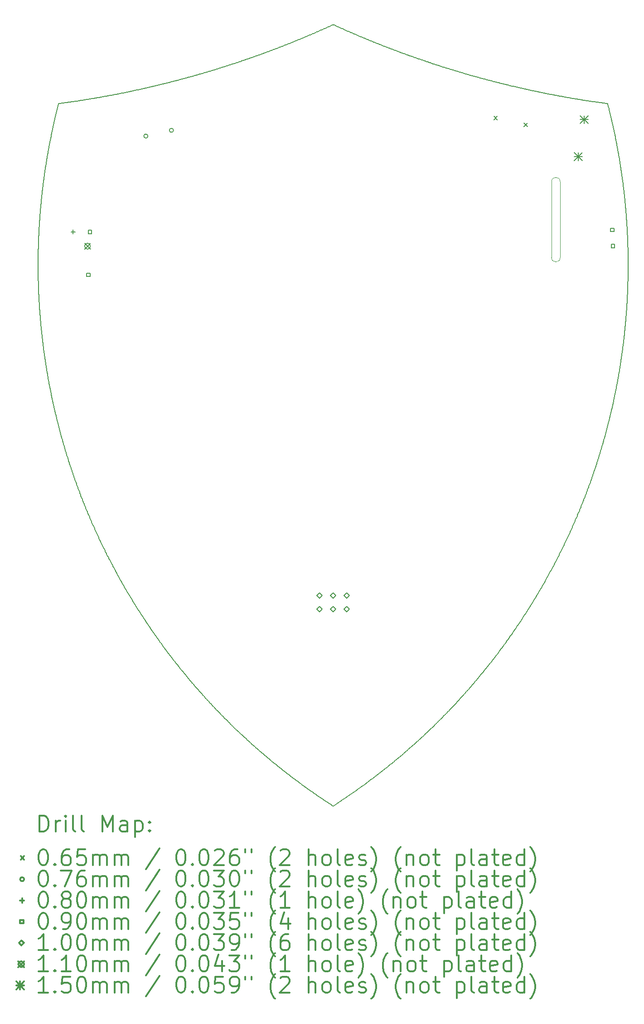
<source format=gbr>
%FSLAX45Y45*%
G04 Gerber Fmt 4.5, Leading zero omitted, Abs format (unit mm)*
G04 Created by KiCad (PCBNEW 6.0.0-unknown-r16647.959a4bdde.fc31) date 2020-02-05 23:38:00*
%MOMM*%
%LPD*%
G04 APERTURE LIST*
%ADD10C,0.200000*%
%ADD11C,0.100000*%
%ADD12C,0.300000*%
G04 APERTURE END LIST*
D10*
X-5131241Y13102977D02*
X-5109133Y13105901D01*
X-5109133Y13105901D02*
X-5090931Y13108330D01*
X-5090931Y13108330D02*
X-5072081Y13110865D01*
X-5072081Y13110865D02*
X-5052586Y13113508D01*
X-5052586Y13113508D02*
X-5033744Y13116083D01*
X-5033744Y13116083D02*
X-5012957Y13118948D01*
X-5012957Y13118948D02*
X-4992824Y13121746D01*
X-4992824Y13121746D02*
X-4972046Y13124658D01*
X-4972046Y13124658D02*
X-4951273Y13127594D01*
X-4951273Y13127594D02*
X-4930504Y13130554D01*
X-4930504Y13130554D02*
X-4911037Y13133351D01*
X-4911037Y13133351D02*
X-4891574Y13136169D01*
X-4891574Y13136169D02*
X-4869521Y13139388D01*
X-4869521Y13139388D02*
X-4850066Y13142251D01*
X-4850066Y13142251D02*
X-4823485Y13146198D01*
X-4823485Y13146198D02*
X-4803392Y13149208D01*
X-4803392Y13149208D02*
X-4782008Y13152438D01*
X-4782008Y13152438D02*
X-4761276Y13155593D01*
X-4761276Y13155593D02*
X-4741196Y13158673D01*
X-4741196Y13158673D02*
X-4721769Y13161676D01*
X-4721769Y13161676D02*
X-4699756Y13165103D01*
X-4699756Y13165103D02*
X-4679043Y13168354D01*
X-4679043Y13168354D02*
X-4658334Y13171629D01*
X-4658334Y13171629D02*
X-4637631Y13174928D01*
X-4637631Y13174928D02*
X-4616932Y13178251D01*
X-4616932Y13178251D02*
X-4596237Y13181598D01*
X-4596237Y13181598D02*
X-4575548Y13184968D01*
X-4575548Y13184968D02*
X-4554864Y13188363D01*
X-4554864Y13188363D02*
X-4534184Y13191781D01*
X-4534184Y13191781D02*
X-4513509Y13195224D01*
X-4513509Y13195224D02*
X-4492840Y13198690D01*
X-4492840Y13198690D02*
X-4471529Y13202290D01*
X-4471529Y13202290D02*
X-4450869Y13205805D01*
X-4450869Y13205805D02*
X-4430214Y13209343D01*
X-4430214Y13209343D02*
X-4409564Y13212906D01*
X-4409564Y13212906D02*
X-4391500Y13216043D01*
X-4391500Y13216043D02*
X-4370859Y13219650D01*
X-4370859Y13219650D02*
X-4350224Y13223281D01*
X-4350224Y13223281D02*
X-4329593Y13226936D01*
X-4329593Y13226936D02*
X-4308968Y13230615D01*
X-4308968Y13230615D02*
X-4287703Y13234434D01*
X-4287703Y13234434D02*
X-4270309Y13237578D01*
X-4270309Y13237578D02*
X-4252275Y13240855D01*
X-4252275Y13240855D02*
X-4234244Y13244151D01*
X-4234244Y13244151D02*
X-4213642Y13247941D01*
X-4213642Y13247941D02*
X-4195620Y13251276D01*
X-4195620Y13251276D02*
X-4175028Y13255110D01*
X-4175028Y13255110D02*
X-4155085Y13258846D01*
X-4155085Y13258846D02*
X-4136432Y13262362D01*
X-4136432Y13262362D02*
X-4117784Y13265898D01*
X-4117784Y13265898D02*
X-4100426Y13269207D01*
X-4100426Y13269207D02*
X-4082429Y13272656D01*
X-4082429Y13272656D02*
X-4065079Y13276000D01*
X-4065079Y13276000D02*
X-4046447Y13279610D01*
X-4046447Y13279610D02*
X-4028463Y13283115D01*
X-4028463Y13283115D02*
X-4011124Y13286511D01*
X-4011124Y13286511D02*
X-3993147Y13290051D01*
X-3993147Y13290051D02*
X-3974533Y13293737D01*
X-3974533Y13293737D02*
X-3957206Y13297186D01*
X-3957206Y13297186D02*
X-3936035Y13301424D01*
X-3936035Y13301424D02*
X-3918075Y13305040D01*
X-3918075Y13305040D02*
X-3898196Y13309065D01*
X-3898196Y13309065D02*
X-3879605Y13312850D01*
X-3879605Y13312850D02*
X-3859736Y13316917D01*
X-3859736Y13316917D02*
X-3839232Y13321140D01*
X-3839232Y13321140D02*
X-3820655Y13324987D01*
X-3820655Y13324987D02*
X-3800802Y13329120D01*
X-3800802Y13329120D02*
X-3782234Y13333007D01*
X-3782234Y13333007D02*
X-3764311Y13336779D01*
X-3764311Y13336779D02*
X-3746392Y13340569D01*
X-3746392Y13340569D02*
X-3729117Y13344240D01*
X-3729117Y13344240D02*
X-3708009Y13348751D01*
X-3708009Y13348751D02*
X-3690743Y13352460D01*
X-3690743Y13352460D02*
X-3674120Y13356047D01*
X-3674120Y13356047D02*
X-3656863Y13359790D01*
X-3656863Y13359790D02*
X-3636414Y13364247D01*
X-3636414Y13364247D02*
X-3618526Y13368166D01*
X-3618526Y13368166D02*
X-3600643Y13372103D01*
X-3600643Y13372103D02*
X-3582764Y13376059D01*
X-3582764Y13376059D02*
X-3565528Y13379890D01*
X-3565528Y13379890D02*
X-3548933Y13383595D01*
X-3548933Y13383595D02*
X-3531705Y13387460D01*
X-3531705Y13387460D02*
X-3510655Y13392205D01*
X-3510655Y13392205D02*
X-3493436Y13396107D01*
X-3493436Y13396107D02*
X-3475584Y13400171D01*
X-3475584Y13400171D02*
X-3457736Y13404253D01*
X-3457736Y13404253D02*
X-3439893Y13408353D01*
X-3439893Y13408353D02*
X-3422054Y13412472D01*
X-3422054Y13412472D02*
X-3404857Y13416460D01*
X-3404857Y13416460D02*
X-3386390Y13420762D01*
X-3386390Y13420762D02*
X-3366655Y13425383D01*
X-3366655Y13425383D02*
X-3350108Y13429275D01*
X-3350108Y13429275D02*
X-3333565Y13433183D01*
X-3333565Y13433183D02*
X-3315754Y13437409D01*
X-3315754Y13437409D02*
X-3297947Y13441653D01*
X-3297947Y13441653D02*
X-3281416Y13445609D01*
X-3281416Y13445609D02*
X-3264254Y13449735D01*
X-3264254Y13449735D02*
X-3246461Y13454031D01*
X-3246461Y13454031D02*
X-3228037Y13458500D01*
X-3228037Y13458500D02*
X-3210253Y13462833D01*
X-3210253Y13462833D02*
X-3193109Y13467028D01*
X-3193109Y13467028D02*
X-3175969Y13471240D01*
X-3175969Y13471240D02*
X-3155026Y13476410D01*
X-3155026Y13476410D02*
X-3137262Y13480817D01*
X-3137262Y13480817D02*
X-3119502Y13485242D01*
X-3119502Y13485242D02*
X-3097309Y13490798D01*
X-3097309Y13490798D02*
X-3080828Y13494944D01*
X-3080828Y13494944D02*
X-3064351Y13499105D01*
X-3064351Y13499105D02*
X-3041543Y13504892D01*
X-3041543Y13504892D02*
X-3023809Y13509414D01*
X-3023809Y13509414D02*
X-3007346Y13513629D01*
X-3007346Y13513629D02*
X-2990888Y13517859D01*
X-2990888Y13517859D02*
X-2972535Y13522596D01*
X-2972535Y13522596D02*
X-2954820Y13527188D01*
X-2954820Y13527188D02*
X-2937110Y13531797D01*
X-2937110Y13531797D02*
X-2917509Y13536922D01*
X-2917509Y13536922D02*
X-2899809Y13541569D01*
X-2899809Y13541569D02*
X-2882114Y13546235D01*
X-2882114Y13546235D02*
X-2864424Y13550918D01*
X-2864424Y13550918D02*
X-2848002Y13555283D01*
X-2848002Y13555283D02*
X-2831585Y13559664D01*
X-2831585Y13559664D02*
X-2815803Y13563890D01*
X-2815803Y13563890D02*
X-2795608Y13569321D01*
X-2795608Y13569321D02*
X-2777942Y13574092D01*
X-2777942Y13574092D02*
X-2762174Y13578367D01*
X-2762174Y13578367D02*
X-2742627Y13583688D01*
X-2742627Y13583688D02*
X-2724976Y13588513D01*
X-2724976Y13588513D02*
X-2704810Y13594050D01*
X-2704810Y13594050D02*
X-2687801Y13598739D01*
X-2687801Y13598739D02*
X-2671426Y13603270D01*
X-2671426Y13603270D02*
X-2654425Y13607992D01*
X-2654425Y13607992D02*
X-2634283Y13613610D01*
X-2634283Y13613610D02*
X-2617293Y13618368D01*
X-2617293Y13618368D02*
X-2599679Y13623321D01*
X-2599679Y13623321D02*
X-2582070Y13628291D01*
X-2582070Y13628291D02*
X-2566352Y13632743D01*
X-2566352Y13632743D02*
X-2546239Y13638464D01*
X-2546239Y13638464D02*
X-2530531Y13642949D01*
X-2530531Y13642949D02*
X-2514198Y13647629D01*
X-2514198Y13647629D02*
X-2495987Y13652866D01*
X-2495987Y13652866D02*
X-2475897Y13658668D01*
X-2475897Y13658668D02*
X-2458325Y13663764D01*
X-2458325Y13663764D02*
X-2440758Y13668877D01*
X-2440758Y13668877D02*
X-2423823Y13673825D01*
X-2423823Y13673825D02*
X-2405639Y13679158D01*
X-2405639Y13679158D02*
X-2389968Y13683771D01*
X-2389968Y13683771D02*
X-2372422Y13688954D01*
X-2372422Y13688954D02*
X-2353628Y13694527D01*
X-2353628Y13694527D02*
X-2335466Y13699933D01*
X-2335466Y13699933D02*
X-2318562Y13704984D01*
X-2318562Y13704984D02*
X-2301037Y13710240D01*
X-2301037Y13710240D02*
X-2283518Y13715513D01*
X-2283518Y13715513D02*
X-2266004Y13720805D01*
X-2266004Y13720805D02*
X-2250371Y13725544D01*
X-2250371Y13725544D02*
X-2232867Y13730869D01*
X-2232867Y13730869D02*
X-2215369Y13736212D01*
X-2215369Y13736212D02*
X-2199750Y13740997D01*
X-2199750Y13740997D02*
X-2180388Y13746951D01*
X-2180388Y13746951D02*
X-2163530Y13752154D01*
X-2163530Y13752154D02*
X-2145430Y13757761D01*
X-2145430Y13757761D02*
X-2129830Y13762609D01*
X-2129830Y13762609D02*
X-2113611Y13767667D01*
X-2113611Y13767667D02*
X-2093033Y13774109D01*
X-2093033Y13774109D02*
X-2075578Y13779594D01*
X-2075578Y13779594D02*
X-2058129Y13785097D01*
X-2058129Y13785097D02*
X-2042554Y13790025D01*
X-2042554Y13790025D02*
X-2025739Y13795364D01*
X-2025739Y13795364D02*
X-2010173Y13800321D01*
X-2010173Y13800321D02*
X-1993990Y13805492D01*
X-1993990Y13805492D02*
X-1975945Y13811278D01*
X-1975945Y13811278D02*
X-1960393Y13816281D01*
X-1960393Y13816281D02*
X-1941738Y13822303D01*
X-1941738Y13822303D02*
X-1923710Y13828144D01*
X-1923710Y13828144D02*
X-1906931Y13833599D01*
X-1906931Y13833599D02*
X-1890779Y13838867D01*
X-1890779Y13838867D02*
X-1874632Y13844151D01*
X-1874632Y13844151D02*
X-1857247Y13849859D01*
X-1857247Y13849859D02*
X-1841110Y13855174D01*
X-1841110Y13855174D02*
X-1824978Y13860505D01*
X-1824978Y13860505D02*
X-1806990Y13866469D01*
X-1806990Y13866469D02*
X-1791488Y13871626D01*
X-1791488Y13871626D02*
X-1775371Y13877004D01*
X-1775371Y13877004D02*
X-1757400Y13883020D01*
X-1757400Y13883020D02*
X-1741913Y13888222D01*
X-1741913Y13888222D02*
X-1725811Y13893647D01*
X-1725811Y13893647D02*
X-1705381Y13900554D01*
X-1705381Y13900554D02*
X-1688053Y13906434D01*
X-1688053Y13906434D02*
X-1668257Y13913176D01*
X-1668257Y13913176D02*
X-1650323Y13919305D01*
X-1650323Y13919305D02*
X-1631778Y13925666D01*
X-1631778Y13925666D02*
X-1608914Y13933539D01*
X-1608914Y13933539D02*
X-1593472Y13938876D01*
X-1593472Y13938876D02*
X-1576799Y13944656D01*
X-1576799Y13944656D02*
X-1554578Y13952388D01*
X-1554578Y13952388D02*
X-1537918Y13958206D01*
X-1537918Y13958206D02*
X-1520647Y13964257D01*
X-1520647Y13964257D02*
X-1505231Y13969674D01*
X-1505231Y13969674D02*
X-1490437Y13974889D01*
X-1490437Y13974889D02*
X-1475031Y13980334D01*
X-1475031Y13980334D02*
X-1455934Y13987105D01*
X-1455934Y13987105D02*
X-1438692Y13993240D01*
X-1438692Y13993240D02*
X-1423917Y13998512D01*
X-1423917Y13998512D02*
X-1407301Y14004459D01*
X-1407301Y14004459D02*
X-1389461Y14010865D01*
X-1389461Y14010865D02*
X-1374701Y14016180D01*
X-1374701Y14016180D02*
X-1359946Y14021508D01*
X-1359946Y14021508D02*
X-1345195Y14026850D01*
X-1345195Y14026850D02*
X-1329834Y14032427D01*
X-1329834Y14032427D02*
X-1313864Y14038243D01*
X-1313864Y14038243D02*
X-1293602Y14045646D01*
X-1293602Y14045646D02*
X-1278872Y14051046D01*
X-1278872Y14051046D02*
X-1264146Y14056458D01*
X-1264146Y14056458D02*
X-1248811Y14062110D01*
X-1248811Y14062110D02*
X-1229803Y14069138D01*
X-1229803Y14069138D02*
X-1212640Y14075503D01*
X-1212640Y14075503D02*
X-1197935Y14080974D01*
X-1197935Y14080974D02*
X-1183233Y14086457D01*
X-1183233Y14086457D02*
X-1166088Y14092871D01*
X-1166088Y14092871D02*
X-1149561Y14099072D01*
X-1149561Y14099072D02*
X-1134875Y14104598D01*
X-1134875Y14104598D02*
X-1117747Y14111061D01*
X-1117747Y14111061D02*
X-1103071Y14116615D01*
X-1103071Y14116615D02*
X-1085343Y14123343D01*
X-1085343Y14123343D02*
X-1070677Y14128926D01*
X-1070677Y14128926D02*
X-1056016Y14134521D01*
X-1056016Y14134521D02*
X-1038917Y14141065D01*
X-1038917Y14141065D02*
X-1023656Y14146922D01*
X-1023656Y14146922D02*
X-1009009Y14152559D01*
X-1009009Y14152559D02*
X-994368Y14158208D01*
X-994368Y14158208D02*
X-978511Y14164343D01*
X-978511Y14164343D02*
X-960831Y14171203D01*
X-960831Y14171203D02*
X-945596Y14177133D01*
X-945596Y14177133D02*
X-930975Y14182838D01*
X-930975Y14182838D02*
X-914531Y14189271D01*
X-914531Y14189271D02*
X-899311Y14195243D01*
X-899311Y14195243D02*
X-882879Y14201708D01*
X-882879Y14201708D02*
X-868278Y14207468D01*
X-868278Y14207468D02*
X-853074Y14213482D01*
X-853074Y14213482D02*
X-834227Y14220959D01*
X-834227Y14220959D02*
X-819035Y14227004D01*
X-819035Y14227004D02*
X-800810Y14234277D01*
X-800810Y14234277D02*
X-783200Y14241326D01*
X-783200Y14241326D02*
X-768025Y14247418D01*
X-768025Y14247418D02*
X-753461Y14253280D01*
X-753461Y14253280D02*
X-737689Y14259644D01*
X-737689Y14259644D02*
X-723136Y14265532D01*
X-723136Y14265532D02*
X-707981Y14271679D01*
X-707981Y14271679D02*
X-693438Y14277594D01*
X-693438Y14277594D02*
X-677082Y14284263D01*
X-677082Y14284263D02*
X-661943Y14290452D01*
X-661943Y14290452D02*
X-647415Y14296407D01*
X-647415Y14296407D02*
X-631076Y14303122D01*
X-631076Y14303122D02*
X-616559Y14309104D01*
X-616559Y14309104D02*
X-599023Y14316350D01*
X-599023Y14316350D02*
X-583911Y14322611D01*
X-583911Y14322611D02*
X-569409Y14328634D01*
X-569409Y14328634D02*
X-553100Y14335426D01*
X-553100Y14335426D02*
X-538609Y14341478D01*
X-538609Y14341478D02*
X-523519Y14347794D01*
X-523519Y14347794D02*
X-509037Y14353871D01*
X-509037Y14353871D02*
X-492751Y14360723D01*
X-492751Y14360723D02*
X-477678Y14367082D01*
X-477678Y14367082D02*
X-458994Y14374987D01*
X-458994Y14374987D02*
X-443932Y14381377D01*
X-443932Y14381377D02*
X-427671Y14388293D01*
X-427671Y14388293D02*
X-412621Y14394712D01*
X-412621Y14394712D02*
X-398177Y14400887D01*
X-398177Y14400887D02*
X-383739Y14407075D01*
X-383739Y14407075D02*
X-367502Y14414052D01*
X-367502Y14414052D02*
X-352473Y14420526D01*
X-352473Y14420526D02*
X-336850Y14427274D01*
X-336850Y14427274D02*
X-321832Y14433776D01*
X-321832Y14433776D02*
X-305019Y14441076D01*
X-305019Y14441076D02*
X-290613Y14447346D01*
X-290613Y14447346D02*
X-275613Y14453891D01*
X-275613Y14453891D02*
X-261217Y14460187D01*
X-261217Y14460187D02*
X-245028Y14467286D01*
X-245028Y14467286D02*
X-230045Y14473873D01*
X-230045Y14473873D02*
X-214467Y14480738D01*
X-214467Y14480738D02*
X-199495Y14487354D01*
X-199495Y14487354D02*
X-185127Y14493717D01*
X-185127Y14493717D02*
X-168969Y14500892D01*
X-168969Y14500892D02*
X-154611Y14507283D01*
X-154611Y14507283D02*
X-139661Y14513953D01*
X-139661Y14513953D02*
X-125314Y14520370D01*
X-125314Y14520370D02*
X-108582Y14527873D01*
X-108582Y14527873D02*
X-94247Y14534317D01*
X-94247Y14534317D02*
X-79916Y14540774D01*
X-79916Y14540774D02*
X-64994Y14547514D01*
X-64994Y14547514D02*
X-50674Y14553997D01*
X-50674Y14553997D02*
X-36359Y14560492D01*
X-36359Y14560492D02*
X-22050Y14567001D01*
X-22050Y14567001D02*
X-5958Y14574338D01*
X-5958Y14574338D02*
X0Y14577060D01*
X-4688312Y5721905D02*
X-4681215Y5703820D01*
X-4681215Y5703820D02*
X-4674431Y5686610D01*
X-4674431Y5686610D02*
X-4666255Y5665975D01*
X-4666255Y5665975D02*
X-4660100Y5650510D01*
X-4660100Y5650510D02*
X-4653923Y5635056D01*
X-4653923Y5635056D02*
X-4647726Y5619612D01*
X-4647726Y5619612D02*
X-4640815Y5602464D01*
X-4640815Y5602464D02*
X-4634574Y5587041D01*
X-4634574Y5587041D02*
X-4628313Y5571629D01*
X-4628313Y5571629D02*
X-4621331Y5554517D01*
X-4621331Y5554517D02*
X-4615026Y5539126D01*
X-4615026Y5539126D02*
X-4608700Y5523746D01*
X-4608700Y5523746D02*
X-4601647Y5506670D01*
X-4601647Y5506670D02*
X-4595277Y5491312D01*
X-4595277Y5491312D02*
X-4588887Y5475965D01*
X-4588887Y5475965D02*
X-4582476Y5460627D01*
X-4582476Y5460627D02*
X-4573180Y5438492D01*
X-4573180Y5438492D02*
X-4566719Y5423181D01*
X-4566719Y5423181D02*
X-4560237Y5407880D01*
X-4560237Y5407880D02*
X-4553011Y5390891D01*
X-4553011Y5390891D02*
X-4546486Y5375612D01*
X-4546486Y5375612D02*
X-4539212Y5358648D01*
X-4539212Y5358648D02*
X-4531913Y5341698D01*
X-4531913Y5341698D02*
X-4525323Y5326453D01*
X-4525323Y5326453D02*
X-4517975Y5309527D01*
X-4517975Y5309527D02*
X-4511341Y5294305D01*
X-4511341Y5294305D02*
X-4503946Y5277404D01*
X-4503946Y5277404D02*
X-4496526Y5260516D01*
X-4496526Y5260516D02*
X-4489081Y5243642D01*
X-4489081Y5243642D02*
X-4482358Y5228466D01*
X-4482358Y5228466D02*
X-4475616Y5213301D01*
X-4475616Y5213301D02*
X-4467347Y5194780D01*
X-4467347Y5194780D02*
X-4459804Y5177957D01*
X-4459804Y5177957D02*
X-4452993Y5162828D01*
X-4452993Y5162828D02*
X-4445403Y5146031D01*
X-4445403Y5146031D02*
X-4437787Y5129247D01*
X-4437787Y5129247D02*
X-4430146Y5112476D01*
X-4430146Y5112476D02*
X-4422480Y5095719D01*
X-4422480Y5095719D02*
X-4414789Y5078975D01*
X-4414789Y5078975D02*
X-4407846Y5063917D01*
X-4407846Y5063917D02*
X-4399332Y5045528D01*
X-4399332Y5045528D02*
X-4390789Y5027155D01*
X-4390789Y5027155D02*
X-4383776Y5012135D01*
X-4383776Y5012135D02*
X-4376744Y4997126D01*
X-4376744Y4997126D02*
X-4369691Y4982128D01*
X-4369691Y4982128D02*
X-4361831Y4965476D01*
X-4361831Y4965476D02*
X-4354736Y4950501D01*
X-4354736Y4950501D02*
X-4343659Y4927229D01*
X-4343659Y4927229D02*
X-4335717Y4910623D01*
X-4335717Y4910623D02*
X-4326952Y4892371D01*
X-4326952Y4892371D02*
X-4319759Y4877451D01*
X-4319759Y4877451D02*
X-4312546Y4862542D01*
X-4312546Y4862542D02*
X-4303703Y4844334D01*
X-4303703Y4844334D02*
X-4294830Y4826144D01*
X-4294830Y4826144D02*
X-4287548Y4811273D01*
X-4287548Y4811273D02*
X-4280246Y4796414D01*
X-4280246Y4796414D02*
X-4272924Y4781565D01*
X-4272924Y4781565D02*
X-4264765Y4765081D01*
X-4264765Y4765081D02*
X-4257402Y4750256D01*
X-4257402Y4750256D02*
X-4250018Y4735443D01*
X-4250018Y4735443D02*
X-4240142Y4715710D01*
X-4240142Y4715710D02*
X-4231885Y4699281D01*
X-4231885Y4699281D02*
X-4223604Y4682867D01*
X-4223604Y4682867D02*
X-4216130Y4668105D01*
X-4216130Y4668105D02*
X-4205299Y4646804D01*
X-4205299Y4646804D02*
X-4197776Y4632070D01*
X-4197776Y4632070D02*
X-4190234Y4617348D01*
X-4190234Y4617348D02*
X-4179305Y4596104D01*
X-4179305Y4596104D02*
X-4170025Y4578146D01*
X-4170025Y4578146D02*
X-4161564Y4561836D01*
X-4161564Y4561836D02*
X-4153927Y4547170D01*
X-4153927Y4547170D02*
X-4146271Y4532514D01*
X-4146271Y4532514D02*
X-4136887Y4514618D01*
X-4136887Y4514618D02*
X-4129187Y4499989D01*
X-4129187Y4499989D02*
X-4121468Y4485371D01*
X-4121468Y4485371D02*
X-4113729Y4470765D01*
X-4113729Y4470765D02*
X-4104244Y4452929D01*
X-4104244Y4452929D02*
X-4095596Y4436729D01*
X-4095596Y4436729D02*
X-4086055Y4418926D01*
X-4086055Y4418926D02*
X-4078227Y4404373D01*
X-4078227Y4404373D02*
X-4070379Y4389832D01*
X-4070379Y4389832D02*
X-4062512Y4375303D01*
X-4062512Y4375303D02*
X-4052870Y4357561D01*
X-4052870Y4357561D02*
X-4040557Y4335005D01*
X-4040557Y4335005D02*
X-4031733Y4318912D01*
X-4031733Y4318912D02*
X-4023771Y4304440D01*
X-4023771Y4304440D02*
X-4015789Y4289981D01*
X-4015789Y4289981D02*
X-4007788Y4275533D01*
X-4007788Y4275533D02*
X-3997983Y4257890D01*
X-3997983Y4257890D02*
X-3988149Y4240266D01*
X-3988149Y4240266D02*
X-3978285Y4222659D01*
X-3978285Y4222659D02*
X-3970194Y4208267D01*
X-3970194Y4208267D02*
X-3960278Y4190693D01*
X-3960278Y4190693D02*
X-3945804Y4165163D01*
X-3945804Y4165163D02*
X-3938544Y4152412D01*
X-3938544Y4152412D02*
X-3931269Y4139671D01*
X-3931269Y4139671D02*
X-3923978Y4126939D01*
X-3923978Y4126939D02*
X-3916673Y4114217D01*
X-3916673Y4114217D02*
X-3909352Y4101504D01*
X-3909352Y4101504D02*
X-3902016Y4088801D01*
X-3902016Y4088801D02*
X-3894665Y4076108D01*
X-3894665Y4076108D02*
X-3887298Y4063424D01*
X-3887298Y4063424D02*
X-3879917Y4050749D01*
X-3879917Y4050749D02*
X-3871595Y4036502D01*
X-3871595Y4036502D02*
X-3862325Y4020687D01*
X-3862325Y4020687D02*
X-3852102Y4003307D01*
X-3852102Y4003307D02*
X-3829696Y3965451D01*
X-3829696Y3965451D02*
X-3822198Y3952852D01*
X-3822198Y3952852D02*
X-3814684Y3940262D01*
X-3814684Y3940262D02*
X-3807156Y3927683D01*
X-3807156Y3927683D02*
X-3796779Y3910401D01*
X-3796779Y3910401D02*
X-3789215Y3897845D01*
X-3789215Y3897845D02*
X-3781636Y3885298D01*
X-3781636Y3885298D02*
X-3774042Y3872761D01*
X-3774042Y3872761D02*
X-3764528Y3857103D01*
X-3764528Y3857103D02*
X-3756900Y3844589D01*
X-3756900Y3844589D02*
X-3749257Y3832084D01*
X-3749257Y3832084D02*
X-3734886Y3808663D01*
X-3734886Y3808663D02*
X-3727200Y3796187D01*
X-3727200Y3796187D02*
X-3719499Y3783720D01*
X-3719499Y3783720D02*
X-3711783Y3771263D01*
X-3711783Y3771263D02*
X-3703085Y3757261D01*
X-3703085Y3757261D02*
X-3695337Y3744825D01*
X-3695337Y3744825D02*
X-3685632Y3729294D01*
X-3685632Y3729294D02*
X-3675904Y3713779D01*
X-3675904Y3713779D02*
X-3666152Y3698279D01*
X-3666152Y3698279D02*
X-3658334Y3685891D01*
X-3658334Y3685891D02*
X-3648541Y3670420D01*
X-3648541Y3670420D02*
X-3639707Y3656509D01*
X-3639707Y3656509D02*
X-3626914Y3636437D01*
X-3626914Y3636437D02*
X-3619022Y3624099D01*
X-3619022Y3624099D02*
X-3611115Y3611771D01*
X-3611115Y3611771D02*
X-3603193Y3599453D01*
X-3603193Y3599453D02*
X-3592277Y3582532D01*
X-3592277Y3582532D02*
X-3583324Y3568702D01*
X-3583324Y3568702D02*
X-3575351Y3556419D01*
X-3575351Y3556419D02*
X-3562363Y3536481D01*
X-3562363Y3536481D02*
X-3551343Y3519632D01*
X-3551343Y3519632D02*
X-3543311Y3507390D01*
X-3543311Y3507390D02*
X-3535264Y3495158D01*
X-3535264Y3495158D02*
X-3527203Y3482936D01*
X-3527203Y3482936D02*
X-3519127Y3470724D01*
X-3519127Y3470724D02*
X-3511036Y3458523D01*
X-3511036Y3458523D02*
X-3496842Y3437196D01*
X-3496842Y3437196D02*
X-3486676Y3421981D01*
X-3486676Y3421981D02*
X-3478526Y3409821D01*
X-3478526Y3409821D02*
X-3469341Y3396153D01*
X-3469341Y3396153D02*
X-3459113Y3380981D01*
X-3459113Y3380981D02*
X-3449889Y3367341D01*
X-3449889Y3367341D02*
X-3438590Y3350687D01*
X-3438590Y3350687D02*
X-3426232Y3332542D01*
X-3426232Y3332542D02*
X-3413842Y3314420D01*
X-3413842Y3314420D02*
X-3405563Y3302351D01*
X-3405563Y3302351D02*
X-3390002Y3279751D01*
X-3390002Y3279751D02*
X-3380641Y3266209D01*
X-3380641Y3266209D02*
X-3369175Y3249674D01*
X-3369175Y3249674D02*
X-3358727Y3234661D01*
X-3358727Y3234661D02*
X-3348257Y3219663D01*
X-3348257Y3219663D02*
X-3337764Y3204682D01*
X-3337764Y3204682D02*
X-3327249Y3189718D01*
X-3327249Y3189718D02*
X-3315656Y3173275D01*
X-3315656Y3173275D02*
X-3306151Y3159837D01*
X-3306151Y3159837D02*
X-3297686Y3147904D01*
X-3297686Y3147904D02*
X-3289208Y3135981D01*
X-3289208Y3135981D02*
X-3280715Y3124069D01*
X-3280715Y3124069D02*
X-3272207Y3112167D01*
X-3272207Y3112167D02*
X-3263685Y3100276D01*
X-3263685Y3100276D02*
X-3255149Y3088395D01*
X-3255149Y3088395D02*
X-3242318Y3070595D01*
X-3242318Y3070595D02*
X-3233746Y3058741D01*
X-3233746Y3058741D02*
X-3224086Y3045418D01*
X-3224086Y3045418D02*
X-3214407Y3032108D01*
X-3214407Y3032108D02*
X-3205789Y3020289D01*
X-3205789Y3020289D02*
X-3197156Y3008481D01*
X-3197156Y3008481D02*
X-3185263Y2992261D01*
X-3185263Y2992261D02*
X-3176597Y2980478D01*
X-3176597Y2980478D02*
X-3165744Y2965765D01*
X-3165744Y2965765D02*
X-3155957Y2952537D01*
X-3155957Y2952537D02*
X-3141789Y2933454D01*
X-3141789Y2933454D02*
X-3126489Y2912935D01*
X-3126489Y2912935D02*
X-3116631Y2899762D01*
X-3116631Y2899762D02*
X-3107853Y2888064D01*
X-3107853Y2888064D02*
X-3097960Y2874917D01*
X-3097960Y2874917D02*
X-3089152Y2863242D01*
X-3089152Y2863242D02*
X-3078122Y2848663D01*
X-3078122Y2848663D02*
X-3068176Y2835557D01*
X-3068176Y2835557D02*
X-3057104Y2821011D01*
X-3057104Y2821011D02*
X-3046010Y2806482D01*
X-3046010Y2806482D02*
X-3036007Y2793421D01*
X-3036007Y2793421D02*
X-3023757Y2777476D01*
X-3023757Y2777476D02*
X-3011480Y2761551D01*
X-3011480Y2761551D02*
X-2998056Y2744203D01*
X-2998056Y2744203D02*
X-2987968Y2731208D01*
X-2987968Y2731208D02*
X-2978986Y2719668D01*
X-2978986Y2719668D02*
X-2968864Y2706700D01*
X-2968864Y2706700D02*
X-2959853Y2695184D01*
X-2959853Y2695184D02*
X-2949698Y2682241D01*
X-2949698Y2682241D02*
X-2938394Y2667878D01*
X-2938394Y2667878D02*
X-2928201Y2654965D01*
X-2928201Y2654965D02*
X-2916856Y2640634D01*
X-2916856Y2640634D02*
X-2907764Y2629182D01*
X-2907764Y2629182D02*
X-2891819Y2609167D01*
X-2891819Y2609167D02*
X-2882689Y2597746D01*
X-2882689Y2597746D02*
X-2871257Y2583485D01*
X-2871257Y2583485D02*
X-2860949Y2570665D01*
X-2860949Y2570665D02*
X-2851772Y2559281D01*
X-2851772Y2559281D02*
X-2841431Y2546487D01*
X-2841431Y2546487D02*
X-2829921Y2532289D01*
X-2829921Y2532289D02*
X-2819544Y2519526D01*
X-2819544Y2519526D02*
X-2809148Y2506777D01*
X-2809148Y2506777D02*
X-2799894Y2495456D01*
X-2799894Y2495456D02*
X-2784825Y2477084D01*
X-2784825Y2477084D02*
X-2773210Y2462972D01*
X-2773210Y2462972D02*
X-2756911Y2443245D01*
X-2756911Y2443245D02*
X-2744076Y2427770D01*
X-2744076Y2427770D02*
X-2731215Y2412316D01*
X-2731215Y2412316D02*
X-2719500Y2398286D01*
X-2719500Y2398286D02*
X-2705415Y2381473D01*
X-2705415Y2381473D02*
X-2696007Y2370279D01*
X-2696007Y2370279D02*
X-2685407Y2357699D01*
X-2685407Y2357699D02*
X-2674790Y2345133D01*
X-2674790Y2345133D02*
X-2661790Y2329795D01*
X-2661790Y2329795D02*
X-2651135Y2317262D01*
X-2651135Y2317262D02*
X-2640462Y2304743D01*
X-2640462Y2304743D02*
X-2621446Y2282524D01*
X-2621446Y2282524D02*
X-2610725Y2270046D01*
X-2610725Y2270046D02*
X-2601182Y2258966D01*
X-2601182Y2258966D02*
X-2591624Y2247898D01*
X-2591624Y2247898D02*
X-2580856Y2235461D01*
X-2580856Y2235461D02*
X-2565272Y2217521D01*
X-2565272Y2217521D02*
X-2554462Y2205120D01*
X-2554462Y2205120D02*
X-2543635Y2192733D01*
X-2543635Y2192733D02*
X-2533996Y2181734D01*
X-2533996Y2181734D02*
X-2519513Y2165259D01*
X-2519513Y2165259D02*
X-2509841Y2154290D01*
X-2509841Y2154290D02*
X-2497732Y2140595D01*
X-2497732Y2140595D02*
X-2488030Y2129652D01*
X-2488030Y2129652D02*
X-2475883Y2115989D01*
X-2475883Y2115989D02*
X-2466150Y2105073D01*
X-2466150Y2105073D02*
X-2451526Y2088720D01*
X-2451526Y2088720D02*
X-2440538Y2076473D01*
X-2440538Y2076473D02*
X-2430757Y2065599D01*
X-2430757Y2065599D02*
X-2419737Y2053380D01*
X-2419737Y2053380D02*
X-2408700Y2041175D01*
X-2408700Y2041175D02*
X-2398875Y2030340D01*
X-2398875Y2030340D02*
X-2387806Y2018164D01*
X-2387806Y2018164D02*
X-2377953Y2007354D01*
X-2377953Y2007354D02*
X-2365618Y1993857D01*
X-2365618Y1993857D02*
X-2354499Y1981726D01*
X-2354499Y1981726D02*
X-2344601Y1970956D01*
X-2344601Y1970956D02*
X-2334690Y1960197D01*
X-2334690Y1960197D02*
X-2323524Y1948108D01*
X-2323524Y1948108D02*
X-2313584Y1937375D01*
X-2313584Y1937375D02*
X-2302386Y1925314D01*
X-2302386Y1925314D02*
X-2292419Y1914606D01*
X-2292419Y1914606D02*
X-2273694Y1894561D01*
X-2273694Y1894561D02*
X-2262437Y1882554D01*
X-2262437Y1882554D02*
X-2252416Y1871894D01*
X-2252416Y1871894D02*
X-2242382Y1861246D01*
X-2242382Y1861246D02*
X-2232335Y1850610D01*
X-2232335Y1850610D02*
X-2222275Y1839987D01*
X-2222275Y1839987D02*
X-2210942Y1828049D01*
X-2210942Y1828049D02*
X-2194542Y1810833D01*
X-2194542Y1810833D02*
X-2183169Y1798933D01*
X-2183169Y1798933D02*
X-2173045Y1788368D01*
X-2173045Y1788368D02*
X-2162907Y1777815D01*
X-2162907Y1777815D02*
X-2152757Y1767274D01*
X-2152757Y1767274D02*
X-2137507Y1751485D01*
X-2137507Y1751485D02*
X-2127324Y1740975D01*
X-2127324Y1740975D02*
X-2113301Y1726543D01*
X-2113301Y1726543D02*
X-2099253Y1712134D01*
X-2099253Y1712134D02*
X-2087741Y1700362D01*
X-2087741Y1700362D02*
X-2074931Y1687300D01*
X-2074931Y1687300D02*
X-2063384Y1675561D01*
X-2063384Y1675561D02*
X-2051821Y1663837D01*
X-2051821Y1663837D02*
X-2040242Y1652128D01*
X-2040242Y1652128D02*
X-2026067Y1637839D01*
X-2026067Y1637839D02*
X-2015742Y1627462D01*
X-2015742Y1627462D02*
X-2004112Y1615802D01*
X-2004112Y1615802D02*
X-1993760Y1605451D01*
X-1993760Y1605451D02*
X-1978207Y1589947D01*
X-1978207Y1589947D02*
X-1967823Y1579626D01*
X-1967823Y1579626D02*
X-1957426Y1569318D01*
X-1957426Y1569318D02*
X-1944411Y1556450D01*
X-1944411Y1556450D02*
X-1933985Y1546170D01*
X-1933985Y1546170D02*
X-1923546Y1535902D01*
X-1923546Y1535902D02*
X-1913094Y1525647D01*
X-1913094Y1525647D02*
X-1900011Y1512845D01*
X-1900011Y1512845D02*
X-1889530Y1502618D01*
X-1889530Y1502618D02*
X-1875098Y1488575D01*
X-1875098Y1488575D02*
X-1861957Y1475830D01*
X-1861957Y1475830D02*
X-1850113Y1464376D01*
X-1850113Y1464376D02*
X-1836934Y1451668D01*
X-1836934Y1451668D02*
X-1821093Y1436444D01*
X-1821093Y1436444D02*
X-1810516Y1426310D01*
X-1810516Y1426310D02*
X-1795952Y1412397D01*
X-1795952Y1412397D02*
X-1784019Y1401031D01*
X-1784019Y1401031D02*
X-1770740Y1388421D01*
X-1770740Y1388421D02*
X-1758773Y1377089D01*
X-1758773Y1377089D02*
X-1744123Y1363260D01*
X-1744123Y1363260D02*
X-1733455Y1353218D01*
X-1733455Y1353218D02*
X-1720101Y1340682D01*
X-1720101Y1340682D02*
X-1708065Y1329418D01*
X-1708065Y1329418D02*
X-1696014Y1318169D01*
X-1696014Y1318169D02*
X-1685288Y1308184D01*
X-1685288Y1308184D02*
X-1674550Y1298211D01*
X-1674550Y1298211D02*
X-1662454Y1287007D01*
X-1662454Y1287007D02*
X-1651689Y1277061D01*
X-1651689Y1277061D02*
X-1640911Y1267129D01*
X-1640911Y1267129D02*
X-1623370Y1251015D01*
X-1623370Y1251015D02*
X-1611207Y1239879D01*
X-1611207Y1239879D02*
X-1599029Y1228760D01*
X-1599029Y1228760D02*
X-1585478Y1216423D01*
X-1585478Y1216423D02*
X-1571907Y1204107D01*
X-1571907Y1204107D02*
X-1561037Y1194269D01*
X-1561037Y1194269D02*
X-1547432Y1181989D01*
X-1547432Y1181989D02*
X-1531079Y1167279D01*
X-1531079Y1167279D02*
X-1517431Y1155044D01*
X-1517431Y1155044D02*
X-1506499Y1145270D01*
X-1506499Y1145270D02*
X-1491446Y1131851D01*
X-1491446Y1131851D02*
X-1473626Y1116025D01*
X-1473626Y1116025D02*
X-1462643Y1106303D01*
X-1462643Y1106303D02*
X-1450273Y1095380D01*
X-1450273Y1095380D02*
X-1437887Y1084475D01*
X-1437887Y1084475D02*
X-1424107Y1072377D01*
X-1424107Y1072377D02*
X-1411688Y1061506D01*
X-1411688Y1061506D02*
X-1396489Y1048241D01*
X-1396489Y1048241D02*
X-1385419Y1038610D01*
X-1385419Y1038610D02*
X-1372952Y1027790D01*
X-1372952Y1027790D02*
X-1359081Y1015788D01*
X-1359081Y1015788D02*
X-1342410Y1001412D01*
X-1342410Y1001412D02*
X-1328497Y989455D01*
X-1328497Y989455D02*
X-1317353Y979903D01*
X-1317353Y979903D02*
X-1306196Y970365D01*
X-1306196Y970365D02*
X-1295027Y960840D01*
X-1295027Y960840D02*
X-1283846Y951329D01*
X-1283846Y951329D02*
X-1271252Y940644D01*
X-1271252Y940644D02*
X-1257241Y928791D01*
X-1257241Y928791D02*
X-1246019Y919324D01*
X-1246019Y919324D02*
X-1231974Y907509D01*
X-1231974Y907509D02*
X-1220724Y898071D01*
X-1220724Y898071D02*
X-1208053Y887470D01*
X-1208053Y887470D02*
X-1185489Y868665D01*
X-1185489Y868665D02*
X-1168535Y854596D01*
X-1168535Y854596D02*
X-1155801Y844063D01*
X-1155801Y844063D02*
X-1143051Y833548D01*
X-1143051Y833548D02*
X-1124608Y818389D01*
X-1124608Y818389D02*
X-1108978Y805590D01*
X-1108978Y805590D02*
X-1096173Y795136D01*
X-1096173Y795136D02*
X-1084777Y785858D01*
X-1084777Y785858D02*
X-1073370Y776594D01*
X-1073370Y776594D02*
X-1061950Y767343D01*
X-1061950Y767343D02*
X-1050519Y758106D01*
X-1050519Y758106D02*
X-1039075Y748882D01*
X-1039075Y748882D02*
X-1027620Y739671D01*
X-1027620Y739671D02*
X-1011849Y727029D01*
X-1011849Y727029D02*
X-994618Y713266D01*
X-994618Y713266D02*
X-980239Y701820D01*
X-980239Y701820D02*
X-954309Y681271D01*
X-954309Y681271D02*
X-941321Y671022D01*
X-941321Y671022D02*
X-928318Y660790D01*
X-928318Y660790D02*
X-916748Y651710D01*
X-916748Y651710D02*
X-905165Y642643D01*
X-905165Y642643D02*
X-892121Y632459D01*
X-892121Y632459D02*
X-879061Y622292D01*
X-879061Y622292D02*
X-864533Y611016D01*
X-864533Y611016D02*
X-851441Y600885D01*
X-851441Y600885D02*
X-838335Y590772D01*
X-838335Y590772D02*
X-826672Y581798D01*
X-826672Y581798D02*
X-810617Y569479D01*
X-810617Y569479D02*
X-798926Y560537D01*
X-798926Y560537D02*
X-787224Y551609D01*
X-787224Y551609D02*
X-775510Y542694D01*
X-775510Y542694D02*
X-754981Y527126D01*
X-754981Y527126D02*
X-741766Y517140D01*
X-741766Y517140D02*
X-727064Y506065D01*
X-727064Y506065D02*
X-713817Y496116D01*
X-713817Y496116D02*
X-696131Y482878D01*
X-696131Y482878D02*
X-682849Y472970D01*
X-682849Y472970D02*
X-668074Y461981D01*
X-668074Y461981D02*
X-656241Y453206D01*
X-656241Y453206D02*
X-641434Y442256D01*
X-641434Y442256D02*
X-628091Y432420D01*
X-628091Y432420D02*
X-614734Y422601D01*
X-614734Y422601D02*
X-598389Y410625D01*
X-598389Y410625D02*
X-584999Y400846D01*
X-584999Y400846D02*
X-573084Y392168D01*
X-573084Y392168D02*
X-561158Y383504D01*
X-561158Y383504D02*
X-547727Y373773D01*
X-547727Y373773D02*
X-534282Y364061D01*
X-534282Y364061D02*
X-514835Y350063D01*
X-514835Y350063D02*
X-502853Y341467D01*
X-502853Y341467D02*
X-489359Y331814D01*
X-489359Y331814D02*
X-477352Y323248D01*
X-477352Y323248D02*
X-465333Y314696D01*
X-465333Y314696D02*
X-453303Y306158D01*
X-453303Y306158D02*
X-439756Y296570D01*
X-439756Y296570D02*
X-427702Y288062D01*
X-427702Y288062D02*
X-415636Y279569D01*
X-415636Y279569D02*
X-399027Y267913D01*
X-399027Y267913D02*
X-385421Y258396D01*
X-385421Y258396D02*
X-370287Y247843D01*
X-370287Y247843D02*
X-358167Y239416D01*
X-358167Y239416D02*
X-344518Y229953D01*
X-344518Y229953D02*
X-326297Y217364D01*
X-326297Y217364D02*
X-312615Y207943D01*
X-312615Y207943D02*
X-298918Y198540D01*
X-298918Y198540D02*
X-285207Y189155D01*
X-285207Y189155D02*
X-269955Y178749D01*
X-269955Y178749D02*
X-256214Y169402D01*
X-256214Y169402D02*
X-242458Y160074D01*
X-242458Y160074D02*
X-230218Y151797D01*
X-230218Y151797D02*
X-217968Y143534D01*
X-217968Y143534D02*
X-204172Y134256D01*
X-204172Y134256D02*
X-187291Y122940D01*
X-187291Y122940D02*
X-168852Y110627D01*
X-168852Y110627D02*
X-156545Y102436D01*
X-156545Y102436D02*
X-142686Y93238D01*
X-142686Y93238D02*
X-127270Y83040D01*
X-127270Y83040D02*
X-113381Y73881D01*
X-113381Y73881D02*
X-101024Y65756D01*
X-101024Y65756D02*
X-87108Y56631D01*
X-87108Y56631D02*
X-74727Y48536D01*
X-74727Y48536D02*
X-59235Y38437D01*
X-59235Y38437D02*
X-46828Y30374D01*
X-46828Y30374D02*
X-32858Y21321D01*
X-32858Y21321D02*
X-18873Y12286D01*
X-18873Y12286D02*
X-4874Y3270D01*
X-4874Y3270D02*
X-2540Y1769D01*
X-2540Y1769D02*
X10684Y10281D01*
X10684Y10281D02*
X24671Y19311D01*
X24671Y19311D02*
X38645Y28360D01*
X38645Y28360D02*
X51055Y36419D01*
X51055Y36419D02*
X65002Y45503D01*
X65002Y45503D02*
X77388Y53593D01*
X77388Y53593D02*
X95945Y65754D01*
X95945Y65754D02*
X108303Y73880D01*
X108303Y73880D02*
X123734Y84058D01*
X123734Y84058D02*
X137608Y93237D01*
X137608Y93237D02*
X149928Y101411D01*
X149928Y101411D02*
X169924Y114726D01*
X169924Y114726D02*
X182214Y122938D01*
X182214Y122938D02*
X199095Y134253D01*
X199095Y134253D02*
X212891Y143532D01*
X212891Y143532D02*
X225142Y151794D01*
X225142Y151794D02*
X241968Y163179D01*
X241968Y163179D02*
X254192Y171475D01*
X254192Y171475D02*
X270982Y182906D01*
X270982Y182906D02*
X284703Y192278D01*
X284703Y192278D02*
X301454Y203758D01*
X301454Y203758D02*
X321222Y217360D01*
X321222Y217360D02*
X333372Y225750D01*
X333372Y225750D02*
X345511Y234153D01*
X345511Y234153D02*
X357639Y242571D01*
X357639Y242571D02*
X375809Y255224D01*
X375809Y255224D02*
X392442Y266850D01*
X392442Y266850D02*
X410562Y279564D01*
X410562Y279564D02*
X427150Y291246D01*
X427150Y291246D02*
X439200Y299759D01*
X439200Y299759D02*
X454247Y310420D01*
X454247Y310420D02*
X466271Y318965D01*
X466271Y318965D02*
X479785Y328595D01*
X479785Y328595D02*
X491785Y337169D01*
X491785Y337169D02*
X505271Y346832D01*
X505271Y346832D02*
X517246Y355437D01*
X517246Y355437D02*
X542656Y373767D01*
X542656Y373767D02*
X556087Y383498D01*
X556087Y383498D02*
X568013Y392161D01*
X568013Y392161D02*
X579928Y400839D01*
X579928Y400839D02*
X591831Y409531D01*
X591831Y409531D02*
X614118Y425865D01*
X614118Y425865D02*
X627470Y435690D01*
X627470Y435690D02*
X642289Y446626D01*
X642289Y446626D02*
X655610Y456487D01*
X655610Y456487D02*
X668917Y466366D01*
X668917Y466366D02*
X685160Y478464D01*
X685160Y478464D02*
X710220Y497212D01*
X710220Y497212D02*
X721995Y506057D01*
X721995Y506057D02*
X736697Y517131D01*
X736697Y517131D02*
X749913Y527117D01*
X749913Y527117D02*
X761648Y536008D01*
X761648Y536008D02*
X777765Y548255D01*
X777765Y548255D02*
X789472Y557178D01*
X789472Y557178D02*
X801167Y566116D01*
X801167Y566116D02*
X812850Y575067D01*
X812850Y575067D02*
X833268Y590763D01*
X833268Y590763D02*
X844919Y599752D01*
X844919Y599752D02*
X856558Y608754D01*
X856558Y608754D02*
X869638Y618897D01*
X869638Y618897D02*
X887054Y632449D01*
X887054Y632449D02*
X908787Y649432D01*
X908787Y649432D02*
X920361Y658509D01*
X920361Y658509D02*
X931923Y667599D01*
X931923Y667599D02*
X944916Y677842D01*
X944916Y677842D02*
X963657Y692668D01*
X963657Y692668D02*
X975174Y701809D01*
X975174Y701809D02*
X988116Y712109D01*
X988116Y712109D02*
X1001044Y722427D01*
X1001044Y722427D02*
X1015390Y733910D01*
X1015390Y733910D02*
X1028285Y744264D01*
X1028285Y744264D02*
X1042596Y755787D01*
X1042596Y755787D02*
X1055459Y766176D01*
X1055459Y766176D02*
X1066880Y775426D01*
X1066880Y775426D02*
X1081140Y787006D01*
X1081140Y787006D02*
X1093957Y797446D01*
X1093957Y797446D02*
X1112444Y812556D01*
X1112444Y812556D02*
X1126643Y824203D01*
X1126643Y824203D02*
X1137989Y833536D01*
X1137989Y833536D02*
X1149323Y842882D01*
X1149323Y842882D02*
X1160644Y852241D01*
X1160644Y852241D02*
X1171954Y861614D01*
X1171954Y861614D02*
X1194536Y880399D01*
X1194536Y880399D02*
X1217070Y899237D01*
X1217070Y899237D02*
X1233938Y913401D01*
X1233938Y913401D02*
X1246571Y924043D01*
X1246571Y924043D02*
X1259189Y934702D01*
X1259189Y934702D02*
X1271791Y945377D01*
X1271791Y945377D02*
X1288570Y959637D01*
X1288570Y959637D02*
X1299741Y969160D01*
X1299741Y969160D02*
X1310900Y978697D01*
X1310900Y978697D02*
X1329006Y994221D01*
X1329006Y994221D02*
X1345691Y1008582D01*
X1345691Y1008582D02*
X1362348Y1022972D01*
X1362348Y1022972D02*
X1373437Y1032582D01*
X1373437Y1032582D02*
X1384514Y1042205D01*
X1384514Y1042205D02*
X1398343Y1054253D01*
X1398343Y1054253D02*
X1409392Y1063905D01*
X1409392Y1063905D02*
X1423186Y1075989D01*
X1423186Y1075989D02*
X1436961Y1088093D01*
X1436961Y1088093D02*
X1447967Y1097791D01*
X1447967Y1097791D02*
X1461707Y1109932D01*
X1461707Y1109932D02*
X1482280Y1128180D01*
X1482280Y1128180D02*
X1495972Y1140372D01*
X1495972Y1140372D02*
X1511010Y1153805D01*
X1511010Y1153805D02*
X1521932Y1163591D01*
X1521932Y1163591D02*
X1538291Y1178293D01*
X1538291Y1178293D02*
X1549182Y1188110D01*
X1549182Y1188110D02*
X1560060Y1197940D01*
X1560060Y1197940D02*
X1572284Y1209015D01*
X1572284Y1209015D02*
X1587201Y1222572D01*
X1587201Y1222572D02*
X1598036Y1232448D01*
X1598036Y1232448D02*
X1612913Y1246047D01*
X1612913Y1246047D02*
X1635858Y1267112D01*
X1635858Y1267112D02*
X1646636Y1277044D01*
X1646636Y1277044D02*
X1657401Y1286990D01*
X1657401Y1286990D02*
X1668154Y1296948D01*
X1668154Y1296948D02*
X1678894Y1306919D01*
X1678894Y1306919D02*
X1690962Y1318152D01*
X1690962Y1318152D02*
X1707027Y1333153D01*
X1707027Y1333153D02*
X1727069Y1351945D01*
X1727069Y1351945D02*
X1737739Y1361986D01*
X1737739Y1361986D02*
X1748397Y1372039D01*
X1748397Y1372039D02*
X1765689Y1388403D01*
X1765689Y1388403D02*
X1777641Y1399751D01*
X1777641Y1399751D02*
X1788252Y1409851D01*
X1788252Y1409851D02*
X1798849Y1419965D01*
X1798849Y1419965D02*
X1810756Y1431357D01*
X1810756Y1431357D02*
X1826607Y1446571D01*
X1826607Y1446571D02*
X1837159Y1456730D01*
X1837159Y1456730D02*
X1849014Y1468174D01*
X1849014Y1468174D02*
X1864795Y1483456D01*
X1864795Y1483456D02*
X1875300Y1493660D01*
X1875300Y1493660D02*
X1889724Y1507711D01*
X1889724Y1507711D02*
X1902815Y1520505D01*
X1902815Y1520505D02*
X1914580Y1532036D01*
X1914580Y1532036D02*
X1927633Y1544867D01*
X1927633Y1544867D02*
X1939364Y1556431D01*
X1939364Y1556431D02*
X1952378Y1569298D01*
X1952378Y1569298D02*
X1962776Y1579607D01*
X1962776Y1579607D02*
X1973160Y1589927D01*
X1973160Y1589927D02*
X1984828Y1601552D01*
X1984828Y1601552D02*
X1997772Y1614487D01*
X1997772Y1614487D02*
X2009405Y1626146D01*
X2009405Y1626146D02*
X2021021Y1637819D01*
X2021021Y1637819D02*
X2035196Y1652108D01*
X2035196Y1652108D02*
X2045490Y1662515D01*
X2045490Y1662515D02*
X2057055Y1674237D01*
X2057055Y1674237D02*
X2067321Y1684669D01*
X2067321Y1684669D02*
X2082696Y1700341D01*
X2082696Y1700341D02*
X2095487Y1713422D01*
X2095487Y1713422D02*
X2106980Y1725211D01*
X2106980Y1725211D02*
X2119732Y1738328D01*
X2119732Y1738328D02*
X2129919Y1748836D01*
X2129919Y1748836D02*
X2140092Y1759355D01*
X2140092Y1759355D02*
X2150252Y1769887D01*
X2150252Y1769887D02*
X2161667Y1781749D01*
X2161667Y1781749D02*
X2171800Y1792307D01*
X2171800Y1792307D02*
X2181919Y1802876D01*
X2181919Y1802876D02*
X2192025Y1813458D01*
X2192025Y1813458D02*
X2203379Y1825377D01*
X2203379Y1825377D02*
X2221007Y1843947D01*
X2221007Y1843947D02*
X2241105Y1865216D01*
X2241105Y1865216D02*
X2263651Y1889201D01*
X2263651Y1889201D02*
X2281141Y1907897D01*
X2281141Y1907897D02*
X2297346Y1925292D01*
X2297346Y1925292D02*
X2308544Y1937352D01*
X2308544Y1937352D02*
X2323448Y1953456D01*
X2323448Y1953456D02*
X2333368Y1964207D01*
X2333368Y1964207D02*
X2344512Y1976316D01*
X2344512Y1976316D02*
X2356874Y1989789D01*
X2356874Y1989789D02*
X2369216Y2003280D01*
X2369216Y2003280D02*
X2379074Y2014085D01*
X2379074Y2014085D02*
X2392607Y2028963D01*
X2392607Y2028963D02*
X2402434Y2039797D01*
X2402434Y2039797D02*
X2412247Y2050643D01*
X2412247Y2050643D02*
X2423271Y2062859D01*
X2423271Y2062859D02*
X2433056Y2073730D01*
X2433056Y2073730D02*
X2446488Y2088696D01*
X2446488Y2088696D02*
X2458677Y2102322D01*
X2458677Y2102322D02*
X2469630Y2114601D01*
X2469630Y2114601D02*
X2479351Y2125527D01*
X2479351Y2125527D02*
X2490271Y2137834D01*
X2490271Y2137834D02*
X2499964Y2148785D01*
X2499964Y2148785D02*
X2509643Y2159749D01*
X2509643Y2159749D02*
X2522930Y2174842D01*
X2522930Y2174842D02*
X2533781Y2187208D01*
X2533781Y2187208D02*
X2544616Y2199588D01*
X2544616Y2199588D02*
X2554233Y2210605D01*
X2554233Y2210605D02*
X2568633Y2227153D01*
X2568633Y2227153D02*
X2578216Y2238199D01*
X2578216Y2238199D02*
X2588980Y2250639D01*
X2588980Y2250639D02*
X2599728Y2263095D01*
X2599728Y2263095D02*
X2610458Y2275565D01*
X2610458Y2275565D02*
X2627115Y2294992D01*
X2627115Y2294992D02*
X2638988Y2308890D01*
X2638988Y2308890D02*
X2649655Y2321413D01*
X2649655Y2321413D02*
X2659123Y2332557D01*
X2659123Y2332557D02*
X2668576Y2343713D01*
X2668576Y2343713D02*
X2680375Y2357673D01*
X2680375Y2357673D02*
X2690974Y2370253D01*
X2690974Y2370253D02*
X2700382Y2381447D01*
X2700382Y2381447D02*
X2712123Y2395456D01*
X2712123Y2395456D02*
X2723842Y2409483D01*
X2723842Y2409483D02*
X2739044Y2427744D01*
X2739044Y2427744D02*
X2751880Y2443219D01*
X2751880Y2443219D02*
X2761199Y2454488D01*
X2761199Y2454488D02*
X2776312Y2472823D01*
X2776312Y2472823D02*
X2798336Y2499674D01*
X2798336Y2499674D02*
X2816821Y2522334D01*
X2816821Y2522334D02*
X2826044Y2533682D01*
X2826044Y2533682D02*
X2835252Y2545040D01*
X2835252Y2545040D02*
X2844446Y2556410D01*
X2844446Y2556410D02*
X2854774Y2569214D01*
X2854774Y2569214D02*
X2863939Y2580608D01*
X2863939Y2580608D02*
X2875376Y2594865D01*
X2875376Y2594865D02*
X2886791Y2609140D01*
X2886791Y2609140D02*
X2899323Y2624863D01*
X2899323Y2624863D02*
X2909556Y2637743D01*
X2909556Y2637743D02*
X2918638Y2649203D01*
X2918638Y2649203D02*
X2927706Y2660675D01*
X2927706Y2660675D02*
X2937891Y2673594D01*
X2937891Y2673594D02*
X2948058Y2686527D01*
X2948058Y2686527D02*
X2957080Y2698034D01*
X2957080Y2698034D02*
X2967214Y2710994D01*
X2967214Y2710994D02*
X2977330Y2723967D01*
X2977330Y2723967D02*
X2986307Y2735510D01*
X2986307Y2735510D02*
X2999746Y2752846D01*
X2999746Y2752846D02*
X3008688Y2764417D01*
X3008688Y2764417D02*
X3018731Y2777448D01*
X3018731Y2777448D02*
X3027644Y2789042D01*
X3027644Y2789042D02*
X3036542Y2800648D01*
X3036542Y2800648D02*
X3045426Y2812264D01*
X3045426Y2812264D02*
X3055404Y2825345D01*
X3055404Y2825345D02*
X3066469Y2839896D01*
X3066469Y2839896D02*
X3075306Y2851550D01*
X3075306Y2851550D02*
X3085230Y2864672D01*
X3085230Y2864672D02*
X3096236Y2879269D01*
X3096236Y2879269D02*
X3107220Y2893883D01*
X3107220Y2893883D02*
X3115992Y2905587D01*
X3115992Y2905587D02*
X3131307Y2926093D01*
X3131307Y2926093D02*
X3143310Y2942229D01*
X3143310Y2942229D02*
X3153111Y2955447D01*
X3153111Y2955447D02*
X3168321Y2976034D01*
X3168321Y2976034D02*
X3179159Y2990759D01*
X3179159Y2990759D02*
X3189974Y3005501D01*
X3189974Y3005501D02*
X3201846Y3021737D01*
X3201846Y3021737D02*
X3211539Y3035036D01*
X3211539Y3035036D02*
X3220139Y3046869D01*
X3220139Y3046869D02*
X3228726Y3058712D01*
X3228726Y3058712D02*
X3243717Y3079463D01*
X3243717Y3079463D02*
X3261863Y3104705D01*
X3261863Y3104705D02*
X3279944Y3129994D01*
X3279944Y3129994D02*
X3289490Y3143403D01*
X3289490Y3143403D02*
X3303246Y3162793D01*
X3303246Y3162793D02*
X3311692Y3174740D01*
X3311692Y3174740D02*
X3321178Y3188192D01*
X3321178Y3188192D02*
X3329594Y3200161D01*
X3329594Y3200161D02*
X3346383Y3224131D01*
X3346383Y3224131D02*
X3356846Y3239133D01*
X3356846Y3239133D02*
X3368330Y3255655D01*
X3368330Y3255655D02*
X3377706Y3269187D01*
X3377706Y3269187D02*
X3396402Y3296291D01*
X3396402Y3296291D02*
X3406757Y3311372D01*
X3406757Y3311372D02*
X3419153Y3329490D01*
X3419153Y3329490D02*
X3427399Y3341582D01*
X3427399Y3341582D02*
X3438714Y3358225D01*
X3438714Y3358225D02*
X3446925Y3370341D01*
X3446925Y3370341D02*
X3457169Y3385501D01*
X3457169Y3385501D02*
X3469431Y3403714D01*
X3469431Y3403714D02*
X3477588Y3415869D01*
X3477588Y3415869D02*
X3488780Y3432599D01*
X3488780Y3432599D02*
X3499944Y3449349D01*
X3499944Y3449349D02*
X3509057Y3463067D01*
X3509057Y3463067D02*
X3520171Y3479852D01*
X3520171Y3479852D02*
X3528237Y3492071D01*
X3528237Y3492071D02*
X3536287Y3504300D01*
X3536287Y3504300D02*
X3546330Y3519601D01*
X3546330Y3519601D02*
X3557350Y3536451D01*
X3557350Y3536451D02*
X3565348Y3548717D01*
X3565348Y3548717D02*
X3573330Y3560993D01*
X3573330Y3560993D02*
X3581298Y3573280D01*
X3581298Y3573280D02*
X3594215Y3593267D01*
X3594215Y3593267D02*
X3603134Y3607120D01*
X3603134Y3607120D02*
X3611047Y3619444D01*
X3611047Y3619444D02*
X3618945Y3631779D01*
X3618945Y3631779D02*
X3627812Y3645667D01*
X3627812Y3645667D02*
X3639606Y3664204D01*
X3639606Y3664204D02*
X3647450Y3676575D01*
X3647450Y3676575D02*
X3655280Y3688956D01*
X3655280Y3688956D02*
X3664070Y3702896D01*
X3664070Y3702896D02*
X3674788Y3719952D01*
X3674788Y3719952D02*
X3689359Y3743240D01*
X3689359Y3743240D02*
X3697108Y3755674D01*
X3697108Y3755674D02*
X3704843Y3768119D01*
X3704843Y3768119D02*
X3712562Y3780573D01*
X3712562Y3780573D02*
X3720267Y3793037D01*
X3720267Y3793037D02*
X3730837Y3810192D01*
X3730837Y3810192D02*
X3740421Y3825803D01*
X3740421Y3825803D02*
X3750937Y3842993D01*
X3750937Y3842993D02*
X3758567Y3855507D01*
X3758567Y3855507D02*
X3766182Y3868030D01*
X3766182Y3868030D02*
X3773782Y3880564D01*
X3773782Y3880564D02*
X3781367Y3893107D01*
X3781367Y3893107D02*
X3788938Y3905660D01*
X3788938Y3905660D02*
X3802149Y3927651D01*
X3802149Y3927651D02*
X3809678Y3940230D01*
X3809678Y3940230D02*
X3817192Y3952820D01*
X3817192Y3952820D02*
X3824691Y3965419D01*
X3824691Y3965419D02*
X3834977Y3982759D01*
X3834977Y3982759D02*
X3844303Y3998538D01*
X3844303Y3998538D02*
X3852676Y4012752D01*
X3852676Y4012752D02*
X3860104Y4025398D01*
X3860104Y4025398D02*
X3868441Y4039635D01*
X3868441Y4039635D02*
X3875836Y4052301D01*
X3875836Y4052301D02*
X3889660Y4076075D01*
X3889660Y4076075D02*
X3897012Y4088769D01*
X3897012Y4088769D02*
X3904348Y4101472D01*
X3904348Y4101472D02*
X3911669Y4114184D01*
X3911669Y4114184D02*
X3918975Y4126907D01*
X3918975Y4126907D02*
X3926265Y4139638D01*
X3926265Y4139638D02*
X3933541Y4152379D01*
X3933541Y4152379D02*
X3940801Y4165130D01*
X3940801Y4165130D02*
X3948046Y4177891D01*
X3948046Y4177891D02*
X3961589Y4201842D01*
X3961589Y4201842D02*
X3970588Y4217828D01*
X3970588Y4217828D02*
X3979563Y4233829D01*
X3979563Y4233829D02*
X3988515Y4249845D01*
X3988515Y4249845D02*
X3996550Y4264271D01*
X3996550Y4264271D02*
X4004567Y4278710D01*
X4004567Y4278710D02*
X4012564Y4293160D01*
X4012564Y4293160D02*
X4020541Y4307623D01*
X4020541Y4307623D02*
X4031148Y4326924D01*
X4031148Y4326924D02*
X4039080Y4341414D01*
X4039080Y4341414D02*
X4047870Y4357528D01*
X4047870Y4357528D02*
X4056637Y4373657D01*
X4056637Y4373657D02*
X4066253Y4391415D01*
X4066253Y4391415D02*
X4074969Y4407574D01*
X4074969Y4407574D02*
X4083661Y4423747D01*
X4083661Y4423747D02*
X4094059Y4443174D01*
X4094059Y4443174D02*
X4101835Y4457759D01*
X4101835Y4457759D02*
X4109592Y4472354D01*
X4109592Y4472354D02*
X4119046Y4490210D01*
X4119046Y4490210D02*
X4128470Y4508082D01*
X4128470Y4508082D02*
X4137865Y4525972D01*
X4137865Y4525972D02*
X4147230Y4543879D01*
X4147230Y4543879D02*
X4154871Y4558543D01*
X4154871Y4558543D02*
X4162492Y4573219D01*
X4162492Y4573219D02*
X4171781Y4591172D01*
X4171781Y4591172D02*
X4180199Y4607507D01*
X4180199Y4607507D02*
X4187754Y4622222D01*
X4187754Y4622222D02*
X4195290Y4636947D01*
X4195290Y4636947D02*
X4203640Y4653323D01*
X4203640Y4653323D02*
X4211134Y4668072D01*
X4211134Y4668072D02*
X4218609Y4682834D01*
X4218609Y4682834D02*
X4226063Y4697606D01*
X4226063Y4697606D02*
X4234322Y4714034D01*
X4234322Y4714034D02*
X4241735Y4728830D01*
X4241735Y4728830D02*
X4249128Y4743638D01*
X4249128Y4743638D02*
X4257319Y4760105D01*
X4257319Y4760105D02*
X4266300Y4778234D01*
X4266300Y4778234D02*
X4273627Y4793080D01*
X4273627Y4793080D02*
X4282554Y4811240D01*
X4282554Y4811240D02*
X4289837Y4826111D01*
X4289837Y4826111D02*
X4297099Y4840993D01*
X4297099Y4840993D02*
X4304341Y4855886D01*
X4304341Y4855886D02*
X4311564Y4870790D01*
X4311564Y4870790D02*
X4318766Y4885706D01*
X4318766Y4885706D02*
X4326745Y4902291D01*
X4326745Y4902291D02*
X4335493Y4920552D01*
X4335493Y4920552D02*
X4343421Y4937166D01*
X4343421Y4937166D02*
X4350534Y4952131D01*
X4350534Y4952131D02*
X4359987Y4972102D01*
X4359987Y4972102D02*
X4367053Y4987093D01*
X4367053Y4987093D02*
X4375663Y5005429D01*
X4375663Y5005429D02*
X4382684Y5020445D01*
X4382684Y5020445D02*
X4391239Y5038812D01*
X4391239Y5038812D02*
X4399764Y5057195D01*
X4399764Y5057195D02*
X4406716Y5072248D01*
X4406716Y5072248D02*
X4413648Y5087312D01*
X4413648Y5087312D02*
X4421327Y5104062D01*
X4421327Y5104062D02*
X4428216Y5119149D01*
X4428216Y5119149D02*
X4435085Y5134247D01*
X4435085Y5134247D02*
X4441934Y5149356D01*
X4441934Y5149356D02*
X4448763Y5164475D01*
X4448763Y5164475D02*
X4456326Y5181288D01*
X4456326Y5181288D02*
X4464617Y5199796D01*
X4464617Y5199796D02*
X4471378Y5214952D01*
X4471378Y5214952D02*
X4478867Y5231804D01*
X4478867Y5231804D02*
X4486330Y5248669D01*
X4486330Y5248669D02*
X4493025Y5263859D01*
X4493025Y5263859D02*
X4501181Y5282440D01*
X4501181Y5282440D02*
X4507831Y5297653D01*
X4507831Y5297653D02*
X4514461Y5312878D01*
X4514461Y5312878D02*
X4521803Y5329806D01*
X4521803Y5329806D02*
X4529120Y5346748D01*
X4529120Y5346748D02*
X4536412Y5363703D01*
X4536412Y5363703D02*
X4542953Y5378974D01*
X4542953Y5378974D02*
X4549473Y5394255D01*
X4549473Y5394255D02*
X4556694Y5411246D01*
X4556694Y5411246D02*
X4563172Y5426549D01*
X4563172Y5426549D02*
X4572491Y5448673D01*
X4572491Y5448673D02*
X4579631Y5465705D01*
X4579631Y5465705D02*
X4586035Y5481046D01*
X4586035Y5481046D02*
X4593127Y5498103D01*
X4593127Y5498103D02*
X4599487Y5513466D01*
X4599487Y5513466D02*
X4605827Y5528839D01*
X4605827Y5528839D02*
X4612147Y5544222D01*
X4612147Y5544222D02*
X4618446Y5559616D01*
X4618446Y5559616D02*
X4624724Y5575020D01*
X4624724Y5575020D02*
X4631675Y5592148D01*
X4631675Y5592148D02*
X4639292Y5611003D01*
X4639292Y5611003D02*
X4646189Y5628157D01*
X4646189Y5628157D02*
X4652375Y5643607D01*
X4652375Y5643607D02*
X4659225Y5660786D01*
X4659225Y5660786D02*
X4665367Y5676257D01*
X4665367Y5676257D02*
X4671488Y5691739D01*
X4671488Y5691739D02*
X4679618Y5712397D01*
X4679618Y5712397D02*
X4683332Y5721872D01*
X4683332Y5721872D02*
X4689055Y5736519D01*
X4689055Y5736519D02*
X4695093Y5752036D01*
X4695093Y5752036D02*
X4701776Y5769284D01*
X4701776Y5769284D02*
X4707768Y5784814D01*
X4707768Y5784814D02*
X4714400Y5802077D01*
X4714400Y5802077D02*
X4720344Y5817621D01*
X4720344Y5817621D02*
X4726267Y5833172D01*
X4726267Y5833172D02*
X4732167Y5848729D01*
X4732167Y5848729D02*
X4738697Y5866022D01*
X4738697Y5866022D02*
X4744551Y5881593D01*
X4744551Y5881593D02*
X4751028Y5898901D01*
X4751028Y5898901D02*
X4756835Y5914486D01*
X4756835Y5914486D02*
X4763261Y5931809D01*
X4763261Y5931809D02*
X4769021Y5947407D01*
X4769021Y5947407D02*
X4776030Y5966479D01*
X4776030Y5966479D02*
X4782374Y5983826D01*
X4782374Y5983826D02*
X4788690Y6001181D01*
X4788690Y6001181D02*
X4795606Y6020280D01*
X4795606Y6020280D02*
X4802489Y6039389D01*
X4802489Y6039389D02*
X4808096Y6055030D01*
X4808096Y6055030D02*
X4814918Y6074155D01*
X4814918Y6074155D02*
X4822323Y6095029D01*
X4822323Y6095029D02*
X4827851Y6110692D01*
X4827851Y6110692D02*
X4834577Y6129843D01*
X4834577Y6129843D02*
X4840055Y6145520D01*
X4840055Y6145520D02*
X4846117Y6162945D01*
X4846117Y6162945D02*
X4851548Y6178635D01*
X4851548Y6178635D02*
X4856957Y6194330D01*
X4856957Y6194330D02*
X4863538Y6213521D01*
X4863538Y6213521D02*
X4868898Y6229229D01*
X4868898Y6229229D02*
X4875419Y6248436D01*
X4875419Y6248436D02*
X4882494Y6269399D01*
X4882494Y6269399D02*
X4888360Y6286877D01*
X4888360Y6286877D02*
X4893617Y6302612D01*
X4893617Y6302612D02*
X4899431Y6320103D01*
X4899431Y6320103D02*
X4905217Y6337602D01*
X4905217Y6337602D02*
X4910402Y6353356D01*
X4910402Y6353356D02*
X4915564Y6369116D01*
X4915564Y6369116D02*
X4921843Y6388387D01*
X4921843Y6388387D02*
X4927522Y6405912D01*
X4927522Y6405912D02*
X4934301Y6426952D01*
X4934301Y6426952D02*
X4939360Y6442739D01*
X4939360Y6442739D02*
X4944954Y6460286D01*
X4944954Y6460286D02*
X4949966Y6476084D01*
X4949966Y6476084D02*
X4955508Y6493645D01*
X4955508Y6493645D02*
X4961022Y6511212D01*
X4961022Y6511212D02*
X4965962Y6527028D01*
X4965962Y6527028D02*
X4970879Y6542850D01*
X4970879Y6542850D02*
X4976317Y6560436D01*
X4976317Y6560436D02*
X4981187Y6576269D01*
X4981187Y6576269D02*
X4986573Y6593868D01*
X4986573Y6593868D02*
X4991931Y6611473D01*
X4991931Y6611473D02*
X4996730Y6627324D01*
X4996730Y6627324D02*
X5001506Y6643180D01*
X5001506Y6643180D02*
X5007314Y6662566D01*
X5007314Y6662566D02*
X5012564Y6680197D01*
X5012564Y6680197D02*
X5017267Y6696070D01*
X5017267Y6696070D02*
X5021947Y6711949D01*
X5021947Y6711949D02*
X5027120Y6729598D01*
X5027120Y6729598D02*
X5031753Y6745488D01*
X5031753Y6745488D02*
X5036364Y6761383D01*
X5036364Y6761383D02*
X5040952Y6777282D01*
X5040952Y6777282D02*
X5046024Y6794955D01*
X5046024Y6794955D02*
X5050565Y6810866D01*
X5050565Y6810866D02*
X5055585Y6828550D01*
X5055585Y6828550D02*
X5060577Y6846241D01*
X5060577Y6846241D02*
X5065047Y6862168D01*
X5065047Y6862168D02*
X5069987Y6879870D01*
X5069987Y6879870D02*
X5074409Y6895808D01*
X5074409Y6895808D02*
X5078809Y6911750D01*
X5078809Y6911750D02*
X5083187Y6927697D01*
X5083187Y6927697D02*
X5087543Y6943649D01*
X5087543Y6943649D02*
X5092356Y6961379D01*
X5092356Y6961379D02*
X5096664Y6977342D01*
X5096664Y6977342D02*
X5101426Y6995083D01*
X5101426Y6995083D02*
X5105687Y7011056D01*
X5105687Y7011056D02*
X5109926Y7027033D01*
X5109926Y7027033D02*
X5114143Y7043015D01*
X5114143Y7043015D02*
X5118337Y7059002D01*
X5118337Y7059002D02*
X5122972Y7076770D01*
X5122972Y7076770D02*
X5127579Y7094544D01*
X5127579Y7094544D02*
X5131701Y7110546D01*
X5131701Y7110546D02*
X5135801Y7126552D01*
X5135801Y7126552D02*
X5139879Y7142563D01*
X5139879Y7142563D02*
X5143935Y7158579D01*
X5143935Y7158579D02*
X5147968Y7174599D01*
X5147968Y7174599D02*
X5151980Y7190623D01*
X5151980Y7190623D02*
X5155968Y7206653D01*
X5155968Y7206653D02*
X5160374Y7224468D01*
X5160374Y7224468D02*
X5164752Y7242289D01*
X5164752Y7242289D02*
X5169103Y7260115D01*
X5169103Y7260115D02*
X5173426Y7277947D01*
X5173426Y7277947D02*
X5177722Y7295784D01*
X5177722Y7295784D02*
X5181989Y7313627D01*
X5181989Y7313627D02*
X5186230Y7331474D01*
X5186230Y7331474D02*
X5190443Y7349328D01*
X5190443Y7349328D02*
X5195045Y7368972D01*
X5195045Y7368972D02*
X5199200Y7386836D01*
X5199200Y7386836D02*
X5204149Y7408280D01*
X5204149Y7408280D02*
X5209059Y7429732D01*
X5209059Y7429732D02*
X5213525Y7449402D01*
X5213525Y7449402D02*
X5217556Y7467289D01*
X5217556Y7467289D02*
X5221559Y7485182D01*
X5221559Y7485182D02*
X5226326Y7506659D01*
X5226326Y7506659D02*
X5230269Y7524563D01*
X5230269Y7524563D02*
X5234184Y7542471D01*
X5234184Y7542471D02*
X5238071Y7560384D01*
X5238071Y7560384D02*
X5242316Y7580095D01*
X5242316Y7580095D02*
X5246145Y7598018D01*
X5246145Y7598018D02*
X5250325Y7617740D01*
X5250325Y7617740D02*
X5254097Y7635673D01*
X5254097Y7635673D02*
X5258959Y7658994D01*
X5258959Y7658994D02*
X5262667Y7676938D01*
X5262667Y7676938D02*
X5266347Y7694888D01*
X5266347Y7694888D02*
X5270727Y7716433D01*
X5270727Y7716433D02*
X5274347Y7734392D01*
X5274347Y7734392D02*
X5277939Y7752356D01*
X5277939Y7752356D02*
X5281503Y7770325D01*
X5281503Y7770325D02*
X5285040Y7788298D01*
X5285040Y7788298D02*
X5289248Y7809872D01*
X5289248Y7809872D02*
X5292724Y7827854D01*
X5292724Y7827854D02*
X5296172Y7845842D01*
X5296172Y7845842D02*
X5299934Y7865633D01*
X5299934Y7865633D02*
X5303324Y7883629D01*
X5303324Y7883629D02*
X5307356Y7905231D01*
X5307356Y7905231D02*
X5310686Y7923237D01*
X5310686Y7923237D02*
X5313988Y7941247D01*
X5313988Y7941247D02*
X5317588Y7961063D01*
X5317588Y7961063D02*
X5320832Y7979082D01*
X5320832Y7979082D02*
X5324048Y7997105D01*
X5324048Y7997105D02*
X5327237Y8015132D01*
X5327237Y8015132D02*
X5331655Y8040377D01*
X5331655Y8040377D02*
X5334777Y8058414D01*
X5334777Y8058414D02*
X5338180Y8078259D01*
X5338180Y8078259D02*
X5341244Y8096304D01*
X5341244Y8096304D02*
X5344281Y8114354D01*
X5344281Y8114354D02*
X5347290Y8132407D01*
X5347290Y8132407D02*
X5350271Y8150464D01*
X5350271Y8150464D02*
X5353225Y8168524D01*
X5353225Y8168524D02*
X5356151Y8186589D01*
X5356151Y8186589D02*
X5359049Y8204658D01*
X5359049Y8204658D02*
X5362206Y8224537D01*
X5362206Y8224537D02*
X5365329Y8244421D01*
X5365329Y8244421D02*
X5368138Y8262501D01*
X5368138Y8262501D02*
X5370921Y8280585D01*
X5370921Y8280585D02*
X5373675Y8298673D01*
X5373675Y8298673D02*
X5376673Y8318573D01*
X5376673Y8318573D02*
X5380440Y8343907D01*
X5380440Y8343907D02*
X5383098Y8362007D01*
X5383098Y8362007D02*
X5385728Y8380111D01*
X5385728Y8380111D02*
X5388330Y8398218D01*
X5388330Y8398218D02*
X5391161Y8418139D01*
X5391161Y8418139D02*
X5393958Y8438065D01*
X5393958Y8438065D02*
X5396472Y8456182D01*
X5396472Y8456182D02*
X5398958Y8474303D01*
X5398958Y8474303D02*
X5401661Y8494240D01*
X5401661Y8494240D02*
X5404088Y8512367D01*
X5404088Y8512367D02*
X5406489Y8530498D01*
X5406489Y8530498D02*
X5408861Y8548632D01*
X5408861Y8548632D02*
X5411206Y8566769D01*
X5411206Y8566769D02*
X5413523Y8584909D01*
X5413523Y8584909D02*
X5415812Y8603053D01*
X5415812Y8603053D02*
X5418074Y8621199D01*
X5418074Y8621199D02*
X5420308Y8639349D01*
X5420308Y8639349D02*
X5422514Y8657501D01*
X5422514Y8657501D02*
X5424693Y8675656D01*
X5424693Y8675656D02*
X5426844Y8693814D01*
X5426844Y8693814D02*
X5428967Y8711975D01*
X5428967Y8711975D02*
X5431063Y8730139D01*
X5431063Y8730139D02*
X5433130Y8748306D01*
X5433130Y8748306D02*
X5435170Y8766475D01*
X5435170Y8766475D02*
X5437183Y8784648D01*
X5437183Y8784648D02*
X5439364Y8804640D01*
X5439364Y8804640D02*
X5441318Y8822818D01*
X5441318Y8822818D02*
X5443244Y8840999D01*
X5443244Y8840999D02*
X5445143Y8859182D01*
X5445143Y8859182D02*
X5447385Y8881005D01*
X5447385Y8881005D02*
X5449405Y8901013D01*
X5449405Y8901013D02*
X5451570Y8922843D01*
X5451570Y8922843D02*
X5453520Y8942857D01*
X5453520Y8942857D02*
X5455436Y8962874D01*
X5455436Y8962874D02*
X5457657Y8986534D01*
X5457657Y8986534D02*
X5459500Y9006558D01*
X5459500Y9006558D02*
X5461309Y9026584D01*
X5461309Y9026584D02*
X5463244Y9048434D01*
X5463244Y9048434D02*
X5465140Y9070287D01*
X5465140Y9070287D02*
X5466842Y9090321D01*
X5466842Y9090321D02*
X5468661Y9112181D01*
X5468661Y9112181D02*
X5470294Y9132221D01*
X5470294Y9132221D02*
X5472036Y9154086D01*
X5472036Y9154086D02*
X5473738Y9175954D01*
X5473738Y9175954D02*
X5475263Y9196002D01*
X5475263Y9196002D02*
X5476889Y9217875D01*
X5476889Y9217875D02*
X5478344Y9237929D01*
X5478344Y9237929D02*
X5479766Y9257984D01*
X5479766Y9257984D02*
X5481278Y9279865D01*
X5481278Y9279865D02*
X5482629Y9299925D01*
X5482629Y9299925D02*
X5484065Y9321812D01*
X5484065Y9321812D02*
X5485346Y9341877D01*
X5485346Y9341877D02*
X5486705Y9363768D01*
X5486705Y9363768D02*
X5488132Y9387486D01*
X5488132Y9387486D02*
X5489303Y9407557D01*
X5489303Y9407557D02*
X5490542Y9429455D01*
X5490542Y9429455D02*
X5491643Y9449531D01*
X5491643Y9449531D02*
X5492710Y9469608D01*
X5492710Y9469608D02*
X5493743Y9489687D01*
X5493743Y9489687D02*
X5494743Y9509768D01*
X5494743Y9509768D02*
X5495709Y9529851D01*
X5495709Y9529851D02*
X5496641Y9549935D01*
X5496641Y9549935D02*
X5497540Y9570021D01*
X5497540Y9570021D02*
X5498405Y9590108D01*
X5498405Y9590108D02*
X5499237Y9610198D01*
X5499237Y9610198D02*
X5500035Y9630288D01*
X5500035Y9630288D02*
X5500799Y9650380D01*
X5500799Y9650380D02*
X5501530Y9670474D01*
X5501530Y9670474D02*
X5502226Y9690569D01*
X5502226Y9690569D02*
X5502890Y9710665D01*
X5502890Y9710665D02*
X5503575Y9732590D01*
X5503575Y9732590D02*
X5504167Y9752689D01*
X5504167Y9752689D02*
X5504776Y9774617D01*
X5504776Y9774617D02*
X5505344Y9796546D01*
X5505344Y9796546D02*
X5505872Y9818476D01*
X5505872Y9818476D02*
X5506321Y9838580D01*
X5506321Y9838580D02*
X5506737Y9858685D01*
X5506737Y9858685D02*
X5507118Y9878791D01*
X5507118Y9878791D02*
X5507466Y9898897D01*
X5507466Y9898897D02*
X5507780Y9919005D01*
X5507780Y9919005D02*
X5508061Y9939114D01*
X5508061Y9939114D02*
X5508308Y9959224D01*
X5508308Y9959224D02*
X5508521Y9979334D01*
X5508521Y9979334D02*
X5508729Y10003101D01*
X5508729Y10003101D02*
X5508869Y10023213D01*
X5508869Y10023213D02*
X5508983Y10045154D01*
X5508983Y10045154D02*
X5509052Y10065267D01*
X5509052Y10065267D02*
X5509088Y10085381D01*
X5509088Y10085381D02*
X5509089Y10105495D01*
X5509089Y10105495D02*
X5509057Y10125610D01*
X5509057Y10125610D02*
X5508991Y10145725D01*
X5508991Y10145725D02*
X5508892Y10165840D01*
X5508892Y10165840D02*
X5508759Y10185956D01*
X5508759Y10185956D02*
X5508592Y10206072D01*
X5508592Y10206072D02*
X5508392Y10226188D01*
X5508392Y10226188D02*
X5508157Y10246305D01*
X5508157Y10246305D02*
X5507889Y10266422D01*
X5507889Y10266422D02*
X5507587Y10286539D01*
X5507587Y10286539D02*
X5507220Y10308484D01*
X5507220Y10308484D02*
X5506848Y10328601D01*
X5506848Y10328601D02*
X5506403Y10350547D01*
X5506403Y10350547D02*
X5505876Y10374322D01*
X5505876Y10374322D02*
X5505393Y10394438D01*
X5505393Y10394438D02*
X5504876Y10414555D01*
X5504876Y10414555D02*
X5504326Y10434671D01*
X5504326Y10434671D02*
X5503742Y10454788D01*
X5503742Y10454788D02*
X5503124Y10474904D01*
X5503124Y10474904D02*
X5502473Y10495019D01*
X5502473Y10495019D02*
X5501724Y10516963D01*
X5501724Y10516963D02*
X5501001Y10537078D01*
X5501001Y10537078D02*
X5500246Y10557192D01*
X5500246Y10557192D02*
X5499382Y10579135D01*
X5499382Y10579135D02*
X5498556Y10599248D01*
X5498556Y10599248D02*
X5497696Y10619361D01*
X5497696Y10619361D02*
X5496801Y10639473D01*
X5496801Y10639473D02*
X5495788Y10661413D01*
X5495788Y10661413D02*
X5494823Y10681523D01*
X5494823Y10681523D02*
X5493825Y10701633D01*
X5493825Y10701633D02*
X5492792Y10721743D01*
X5492792Y10721743D02*
X5491726Y10741851D01*
X5491726Y10741851D02*
X5490626Y10761958D01*
X5490626Y10761958D02*
X5489493Y10782065D01*
X5489493Y10782065D02*
X5488325Y10802170D01*
X5488325Y10802170D02*
X5487124Y10822274D01*
X5487124Y10822274D02*
X5485889Y10842378D01*
X5485889Y10842378D02*
X5484620Y10862480D01*
X5484620Y10862480D02*
X5483197Y10884409D01*
X5483197Y10884409D02*
X5481858Y10904509D01*
X5481858Y10904509D02*
X5480484Y10924607D01*
X5480484Y10924607D02*
X5479077Y10944705D01*
X5479077Y10944705D02*
X5477636Y10964801D01*
X5477636Y10964801D02*
X5476161Y10984896D01*
X5476161Y10984896D02*
X5474652Y11004989D01*
X5474652Y11004989D02*
X5473110Y11025081D01*
X5473110Y11025081D02*
X5471534Y11045171D01*
X5471534Y11045171D02*
X5469924Y11065260D01*
X5469924Y11065260D02*
X5468280Y11085347D01*
X5468280Y11085347D02*
X5466602Y11105433D01*
X5466602Y11105433D02*
X5464890Y11125517D01*
X5464890Y11125517D02*
X5463145Y11145599D01*
X5463145Y11145599D02*
X5461038Y11169330D01*
X5461038Y11169330D02*
X5458884Y11193059D01*
X5458884Y11193059D02*
X5457025Y11213136D01*
X5457025Y11213136D02*
X5455132Y11233210D01*
X5455132Y11233210D02*
X5453205Y11253283D01*
X5453205Y11253283D02*
X5451423Y11271528D01*
X5451423Y11271528D02*
X5449614Y11289773D01*
X5449614Y11289773D02*
X5447777Y11308015D01*
X5447777Y11308015D02*
X5445912Y11326256D01*
X5445912Y11326256D02*
X5443636Y11348143D01*
X5443636Y11348143D02*
X5441710Y11366380D01*
X5441710Y11366380D02*
X5439755Y11384615D01*
X5439755Y11384615D02*
X5437772Y11402848D01*
X5437772Y11402848D02*
X5435558Y11422903D01*
X5435558Y11422903D02*
X5433517Y11441132D01*
X5433517Y11441132D02*
X5431447Y11459359D01*
X5431447Y11459359D02*
X5429349Y11477585D01*
X5429349Y11477585D02*
X5426581Y11501274D01*
X5426581Y11501274D02*
X5424419Y11519495D01*
X5424419Y11519495D02*
X5422008Y11539535D01*
X5422008Y11539535D02*
X5419787Y11557751D01*
X5419787Y11557751D02*
X5417085Y11579608D01*
X5417085Y11579608D02*
X5414343Y11601461D01*
X5414343Y11601461D02*
X5411793Y11621491D01*
X5411793Y11621491D02*
X5409446Y11639697D01*
X5409446Y11639697D02*
X5407072Y11657901D01*
X5407072Y11657901D02*
X5404427Y11677922D01*
X5404427Y11677922D02*
X5401993Y11696121D01*
X5401993Y11696121D02*
X5399531Y11714318D01*
X5399531Y11714318D02*
X5397041Y11732512D01*
X5397041Y11732512D02*
X5394523Y11750703D01*
X5394523Y11750703D02*
X5391465Y11772530D01*
X5391465Y11772530D02*
X5388885Y11790716D01*
X5388885Y11790716D02*
X5386277Y11808899D01*
X5386277Y11808899D02*
X5383642Y11827080D01*
X5383642Y11827080D02*
X5380442Y11848893D01*
X5380442Y11848893D02*
X5377744Y11867068D01*
X5377744Y11867068D02*
X5375019Y11885241D01*
X5375019Y11885241D02*
X5371711Y11907044D01*
X5371711Y11907044D02*
X5368924Y11925210D01*
X5368924Y11925210D02*
X5366109Y11943373D01*
X5366109Y11943373D02*
X5363266Y11961534D01*
X5363266Y11961534D02*
X5360394Y11979691D01*
X5360394Y11979691D02*
X5356912Y12001476D01*
X5356912Y12001476D02*
X5353684Y12021442D01*
X5353684Y12021442D02*
X5350720Y12039590D01*
X5350720Y12039590D02*
X5347427Y12059550D01*
X5347427Y12059550D02*
X5344404Y12077691D01*
X5344404Y12077691D02*
X5341353Y12095829D01*
X5341353Y12095829D02*
X5338274Y12113965D01*
X5338274Y12113965D02*
X5335167Y12132097D01*
X5335167Y12132097D02*
X5332032Y12150226D01*
X5332032Y12150226D02*
X5328551Y12170164D01*
X5328551Y12170164D02*
X5325357Y12188286D01*
X5325357Y12188286D02*
X5322135Y12206405D01*
X5322135Y12206405D02*
X5318558Y12226332D01*
X5318558Y12226332D02*
X5315277Y12244444D01*
X5315277Y12244444D02*
X5311967Y12262552D01*
X5311967Y12262552D02*
X5308630Y12280657D01*
X5308630Y12280657D02*
X5305265Y12298759D01*
X5305265Y12298759D02*
X5301530Y12318667D01*
X5301530Y12318667D02*
X5298105Y12336761D01*
X5298105Y12336761D02*
X5294306Y12356661D01*
X5294306Y12356661D02*
X5290823Y12374748D01*
X5290823Y12374748D02*
X5287311Y12392831D01*
X5287311Y12392831D02*
X5283060Y12414526D01*
X5283060Y12414526D02*
X5279487Y12432601D01*
X5279487Y12432601D02*
X5275524Y12452479D01*
X5275524Y12452479D02*
X5271526Y12472353D01*
X5271526Y12472353D02*
X5267863Y12490416D01*
X5267863Y12490416D02*
X5263801Y12510281D01*
X5263801Y12510281D02*
X5259705Y12530142D01*
X5259705Y12530142D02*
X5255951Y12548193D01*
X5255951Y12548193D02*
X5252170Y12566239D01*
X5252170Y12566239D02*
X5248360Y12584283D01*
X5248360Y12584283D02*
X5244137Y12604125D01*
X5244137Y12604125D02*
X5239880Y12623963D01*
X5239880Y12623963D02*
X5235981Y12641993D01*
X5235981Y12641993D02*
X5232053Y12660019D01*
X5232053Y12660019D02*
X5227700Y12679843D01*
X5227700Y12679843D02*
X5223713Y12697860D01*
X5223713Y12697860D02*
X5219698Y12715873D01*
X5219698Y12715873D02*
X5215655Y12733882D01*
X5215655Y12733882D02*
X5211584Y12751887D01*
X5211584Y12751887D02*
X5207484Y12769887D01*
X5207484Y12769887D02*
X5203357Y12787883D01*
X5203357Y12787883D02*
X5199201Y12805874D01*
X5199201Y12805874D02*
X5195017Y12823862D01*
X5195017Y12823862D02*
X5190383Y12843643D01*
X5190383Y12843643D02*
X5186140Y12861621D01*
X5186140Y12861621D02*
X5182297Y12877797D01*
X5182297Y12877797D02*
X5178001Y12895767D01*
X5178001Y12895767D02*
X5173242Y12915528D01*
X5173242Y12915528D02*
X5169324Y12931692D01*
X5169324Y12931692D02*
X5165382Y12947852D01*
X5165382Y12947852D02*
X5161418Y12964009D01*
X5161418Y12964009D02*
X5157430Y12980162D01*
X5157430Y12980162D02*
X5153421Y12996311D01*
X5153421Y12996311D02*
X5149388Y13012456D01*
X5149388Y13012456D02*
X5144880Y13030390D01*
X5144880Y13030390D02*
X5140344Y13048320D01*
X5140344Y13048320D02*
X5136238Y13064453D01*
X5136238Y13064453D02*
X5132109Y13080582D01*
X5132109Y13080582D02*
X5127957Y13096707D01*
X5127957Y13096707D02*
X5126336Y13102977D01*
X-5131241Y13102977D02*
X-5135632Y13085957D01*
X-5135632Y13085957D02*
X-5139769Y13069830D01*
X-5139769Y13069830D02*
X-5143883Y13053699D01*
X-5143883Y13053699D02*
X-5147974Y13037563D01*
X-5147974Y13037563D02*
X-5152043Y13021424D01*
X-5152043Y13021424D02*
X-5156536Y13003487D01*
X-5156536Y13003487D02*
X-5160557Y12987340D01*
X-5160557Y12987340D02*
X-5164997Y12969394D01*
X-5164997Y12969394D02*
X-5168969Y12953239D01*
X-5168969Y12953239D02*
X-5172918Y12937080D01*
X-5172918Y12937080D02*
X-5177279Y12919121D01*
X-5177279Y12919121D02*
X-5181612Y12901158D01*
X-5181612Y12901158D02*
X-5185488Y12884987D01*
X-5185488Y12884987D02*
X-5189768Y12867015D01*
X-5189768Y12867015D02*
X-5193595Y12850836D01*
X-5193595Y12850836D02*
X-5198243Y12831058D01*
X-5198243Y12831058D02*
X-5202438Y12813072D01*
X-5202438Y12813072D02*
X-5206605Y12795082D01*
X-5206605Y12795082D02*
X-5211156Y12775288D01*
X-5211156Y12775288D02*
X-5215264Y12757290D01*
X-5215264Y12757290D02*
X-5220562Y12733884D01*
X-5220562Y12733884D02*
X-5224605Y12715876D01*
X-5224605Y12715876D02*
X-5228621Y12697863D01*
X-5228621Y12697863D02*
X-5232607Y12679846D01*
X-5232607Y12679846D02*
X-5236961Y12660022D01*
X-5236961Y12660022D02*
X-5240889Y12641996D01*
X-5240889Y12641996D02*
X-5245953Y12618556D01*
X-5245953Y12618556D02*
X-5249816Y12600521D01*
X-5249816Y12600521D02*
X-5253651Y12582482D01*
X-5253651Y12582482D02*
X-5257458Y12564439D01*
X-5257458Y12564439D02*
X-5261236Y12546392D01*
X-5261236Y12546392D02*
X-5265734Y12524730D01*
X-5265734Y12524730D02*
X-5269451Y12506674D01*
X-5269451Y12506674D02*
X-5273139Y12488614D01*
X-5273139Y12488614D02*
X-5277529Y12466938D01*
X-5277529Y12466938D02*
X-5281156Y12448870D01*
X-5281156Y12448870D02*
X-5284755Y12430798D01*
X-5284755Y12430798D02*
X-5289037Y12409108D01*
X-5289037Y12409108D02*
X-5292573Y12391028D01*
X-5292573Y12391028D02*
X-5296082Y12372944D01*
X-5296082Y12372944D02*
X-5299910Y12353048D01*
X-5299910Y12353048D02*
X-5304389Y12329529D01*
X-5304389Y12329529D02*
X-5307802Y12311434D01*
X-5307802Y12311434D02*
X-5311525Y12291525D01*
X-5311525Y12291525D02*
X-5314879Y12273422D01*
X-5314879Y12273422D02*
X-5318205Y12255315D01*
X-5318205Y12255315D02*
X-5321504Y12237206D01*
X-5321504Y12237206D02*
X-5325099Y12217281D01*
X-5325099Y12217281D02*
X-5328338Y12199164D01*
X-5328338Y12199164D02*
X-5331550Y12181044D01*
X-5331550Y12181044D02*
X-5335049Y12161108D01*
X-5335049Y12161108D02*
X-5338201Y12142981D01*
X-5338201Y12142981D02*
X-5341325Y12124851D01*
X-5341325Y12124851D02*
X-5344729Y12104904D01*
X-5344729Y12104904D02*
X-5347795Y12086768D01*
X-5347795Y12086768D02*
X-5351134Y12066814D01*
X-5351134Y12066814D02*
X-5354439Y12046856D01*
X-5354439Y12046856D02*
X-5357414Y12028709D01*
X-5357414Y12028709D02*
X-5360362Y12010560D01*
X-5360362Y12010560D02*
X-5363281Y11992407D01*
X-5363281Y11992407D02*
X-5366172Y11974252D01*
X-5366172Y11974252D02*
X-5369320Y11954278D01*
X-5369320Y11954278D02*
X-5372434Y11934300D01*
X-5372434Y11934300D02*
X-5375235Y11916135D01*
X-5375235Y11916135D02*
X-5378284Y11896151D01*
X-5378284Y11896151D02*
X-5381299Y11876163D01*
X-5381299Y11876163D02*
X-5384011Y11857990D01*
X-5384011Y11857990D02*
X-5386694Y11839814D01*
X-5386694Y11839814D02*
X-5389350Y11821635D01*
X-5389350Y11821635D02*
X-5392499Y11799817D01*
X-5392499Y11799817D02*
X-5395608Y11777995D01*
X-5395608Y11777995D02*
X-5399185Y11752532D01*
X-5399185Y11752532D02*
X-5401706Y11734340D01*
X-5401706Y11734340D02*
X-5404694Y11712508D01*
X-5404694Y11712508D02*
X-5407641Y11690672D01*
X-5407641Y11690672D02*
X-5410549Y11668832D01*
X-5410549Y11668832D02*
X-5413178Y11648809D01*
X-5413178Y11648809D02*
X-5415539Y11630604D01*
X-5415539Y11630604D02*
X-5417873Y11612397D01*
X-5417873Y11612397D02*
X-5420635Y11590546D01*
X-5420635Y11590546D02*
X-5422907Y11572333D01*
X-5422907Y11572333D02*
X-5425150Y11554119D01*
X-5425150Y11554119D02*
X-5427365Y11535903D01*
X-5427365Y11535903D02*
X-5429770Y11515862D01*
X-5429770Y11515862D02*
X-5432355Y11493997D01*
X-5432355Y11493997D02*
X-5434689Y11473951D01*
X-5434689Y11473951D02*
X-5436988Y11453903D01*
X-5436988Y11453903D02*
X-5439050Y11435675D01*
X-5439050Y11435675D02*
X-5441486Y11413799D01*
X-5441486Y11413799D02*
X-5443486Y11395567D01*
X-5443486Y11395567D02*
X-5445458Y11377333D01*
X-5445458Y11377333D02*
X-5447595Y11357274D01*
X-5447595Y11357274D02*
X-5449697Y11337212D01*
X-5449697Y11337212D02*
X-5451580Y11318972D01*
X-5451580Y11318972D02*
X-5453618Y11298907D01*
X-5453618Y11298907D02*
X-5455441Y11280663D01*
X-5455441Y11280663D02*
X-5457415Y11260594D01*
X-5457415Y11260594D02*
X-5459179Y11242347D01*
X-5459179Y11242347D02*
X-5461088Y11222273D01*
X-5461088Y11222273D02*
X-5462963Y11202198D01*
X-5462963Y11202198D02*
X-5464804Y11182121D01*
X-5464804Y11182121D02*
X-5466774Y11160217D01*
X-5466774Y11160217D02*
X-5468544Y11140136D01*
X-5468544Y11140136D02*
X-5470281Y11120053D01*
X-5470281Y11120053D02*
X-5471983Y11099969D01*
X-5471983Y11099969D02*
X-5473652Y11079883D01*
X-5473652Y11079883D02*
X-5475287Y11059795D01*
X-5475287Y11059795D02*
X-5476888Y11039706D01*
X-5476888Y11039706D02*
X-5478455Y11019615D01*
X-5478455Y11019615D02*
X-5479989Y10999523D01*
X-5479989Y10999523D02*
X-5481488Y10979430D01*
X-5481488Y10979430D02*
X-5483086Y10957508D01*
X-5483086Y10957508D02*
X-5484515Y10937411D01*
X-5484515Y10937411D02*
X-5485910Y10917313D01*
X-5485910Y10917313D02*
X-5487271Y10897215D01*
X-5487271Y10897215D02*
X-5488598Y10877114D01*
X-5488598Y10877114D02*
X-5490008Y10855185D01*
X-5490008Y10855185D02*
X-5491265Y10835083D01*
X-5491265Y10835083D02*
X-5492488Y10814979D01*
X-5492488Y10814979D02*
X-5493677Y10794874D01*
X-5493677Y10794874D02*
X-5494936Y10772941D01*
X-5494936Y10772941D02*
X-5496054Y10752834D01*
X-5496054Y10752834D02*
X-5497332Y10729070D01*
X-5497332Y10729070D02*
X-5498377Y10708962D01*
X-5498377Y10708962D02*
X-5499388Y10688852D01*
X-5499388Y10688852D02*
X-5500365Y10668742D01*
X-5500365Y10668742D02*
X-5501309Y10648631D01*
X-5501309Y10648631D02*
X-5502218Y10628519D01*
X-5502218Y10628519D02*
X-5503094Y10608407D01*
X-5503094Y10608407D02*
X-5503936Y10588294D01*
X-5503936Y10588294D02*
X-5504744Y10568180D01*
X-5504744Y10568180D02*
X-5505588Y10546238D01*
X-5505588Y10546238D02*
X-5506325Y10526123D01*
X-5506325Y10526123D02*
X-5507091Y10504180D01*
X-5507091Y10504180D02*
X-5507759Y10484064D01*
X-5507759Y10484064D02*
X-5508448Y10462120D01*
X-5508448Y10462120D02*
X-5509044Y10442004D01*
X-5509044Y10442004D02*
X-5509607Y10421887D01*
X-5509607Y10421887D02*
X-5510136Y10401771D01*
X-5510136Y10401771D02*
X-5510631Y10381654D01*
X-5510631Y10381654D02*
X-5511133Y10359709D01*
X-5511133Y10359709D02*
X-5511558Y10339592D01*
X-5511558Y10339592D02*
X-5511949Y10319475D01*
X-5511949Y10319475D02*
X-5512306Y10299358D01*
X-5512306Y10299358D02*
X-5512629Y10279242D01*
X-5512629Y10279242D02*
X-5512943Y10257296D01*
X-5512943Y10257296D02*
X-5513196Y10237179D01*
X-5513196Y10237179D02*
X-5513434Y10215234D01*
X-5513434Y10215234D02*
X-5513616Y10195118D01*
X-5513616Y10195118D02*
X-5513765Y10175002D01*
X-5513765Y10175002D02*
X-5513880Y10154887D01*
X-5513880Y10154887D02*
X-5513961Y10134772D01*
X-5513961Y10134772D02*
X-5514011Y10112828D01*
X-5514011Y10112828D02*
X-5514021Y10090886D01*
X-5514021Y10090886D02*
X-5513995Y10070772D01*
X-5513995Y10070772D02*
X-5513935Y10050659D01*
X-5513935Y10050659D02*
X-5513842Y10030546D01*
X-5513842Y10030546D02*
X-5513714Y10010434D01*
X-5513714Y10010434D02*
X-5513554Y9990323D01*
X-5513554Y9990323D02*
X-5513359Y9970212D01*
X-5513359Y9970212D02*
X-5513131Y9950102D01*
X-5513131Y9950102D02*
X-5512869Y9929993D01*
X-5512869Y9929993D02*
X-5512573Y9909885D01*
X-5512573Y9909885D02*
X-5512244Y9889778D01*
X-5512244Y9889778D02*
X-5511881Y9869672D01*
X-5511881Y9869672D02*
X-5511446Y9847739D01*
X-5511446Y9847739D02*
X-5511013Y9827634D01*
X-5511013Y9827634D02*
X-5510457Y9803876D01*
X-5510457Y9803876D02*
X-5509950Y9783774D01*
X-5509950Y9783774D02*
X-5509410Y9763673D01*
X-5509410Y9763673D02*
X-5508835Y9743574D01*
X-5508835Y9743574D02*
X-5508056Y9717994D01*
X-5508056Y9717994D02*
X-5507405Y9697898D01*
X-5507405Y9697898D02*
X-5506721Y9677802D01*
X-5506721Y9677802D02*
X-5506002Y9657708D01*
X-5506002Y9657708D02*
X-5505251Y9637616D01*
X-5505251Y9637616D02*
X-5504465Y9617525D01*
X-5504465Y9617525D02*
X-5503646Y9597435D01*
X-5503646Y9597435D02*
X-5502794Y9577347D01*
X-5502794Y9577347D02*
X-5501907Y9557261D01*
X-5501907Y9557261D02*
X-5500902Y9535350D01*
X-5500902Y9535350D02*
X-5499945Y9515267D01*
X-5499945Y9515267D02*
X-5498863Y9493360D01*
X-5498863Y9493360D02*
X-5497646Y9469630D01*
X-5497646Y9469630D02*
X-5496579Y9449553D01*
X-5496579Y9449553D02*
X-5495479Y9429478D01*
X-5495479Y9429478D02*
X-5494345Y9409404D01*
X-5494345Y9409404D02*
X-5493177Y9389333D01*
X-5493177Y9389333D02*
X-5491976Y9369264D01*
X-5491976Y9369264D02*
X-5490741Y9349196D01*
X-5490741Y9349196D02*
X-5489472Y9329131D01*
X-5489472Y9329131D02*
X-5488170Y9309067D01*
X-5488170Y9309067D02*
X-5486834Y9289006D01*
X-5486834Y9289006D02*
X-5485465Y9268948D01*
X-5485465Y9268948D02*
X-5483933Y9247068D01*
X-5483933Y9247068D02*
X-5482493Y9227013D01*
X-5482493Y9227013D02*
X-5481020Y9206962D01*
X-5481020Y9206962D02*
X-5479375Y9185090D01*
X-5479375Y9185090D02*
X-5477831Y9165043D01*
X-5477831Y9165043D02*
X-5476254Y9144999D01*
X-5476254Y9144999D02*
X-5474643Y9124957D01*
X-5474643Y9124957D02*
X-5472999Y9104918D01*
X-5472999Y9104918D02*
X-5471167Y9083060D01*
X-5471167Y9083060D02*
X-5469453Y9063026D01*
X-5469453Y9063026D02*
X-5467705Y9042995D01*
X-5467705Y9042995D02*
X-5465923Y9022967D01*
X-5465923Y9022967D02*
X-5464108Y9002941D01*
X-5464108Y9002941D02*
X-5461919Y8979278D01*
X-5461919Y8979278D02*
X-5460031Y8959259D01*
X-5460031Y8959259D02*
X-5457933Y8937423D01*
X-5457933Y8937423D02*
X-5455974Y8917410D01*
X-5455974Y8917410D02*
X-5454164Y8899219D01*
X-5454164Y8899219D02*
X-5452327Y8881030D01*
X-5452327Y8881030D02*
X-5450462Y8862844D01*
X-5450462Y8862844D02*
X-5448569Y8844660D01*
X-5448569Y8844660D02*
X-5446261Y8822843D01*
X-5446261Y8822843D02*
X-5444307Y8804665D01*
X-5444307Y8804665D02*
X-5442325Y8786490D01*
X-5442325Y8786490D02*
X-5440316Y8768318D01*
X-5440316Y8768318D02*
X-5438279Y8750148D01*
X-5438279Y8750148D02*
X-5436006Y8730165D01*
X-5436006Y8730165D02*
X-5433911Y8712001D01*
X-5433911Y8712001D02*
X-5431788Y8693840D01*
X-5431788Y8693840D02*
X-5429637Y8675682D01*
X-5429637Y8675682D02*
X-5427459Y8657527D01*
X-5427459Y8657527D02*
X-5425253Y8639374D01*
X-5425253Y8639374D02*
X-5423019Y8621225D01*
X-5423019Y8621225D02*
X-5420758Y8603079D01*
X-5420758Y8603079D02*
X-5418468Y8584935D01*
X-5418468Y8584935D02*
X-5416151Y8566795D01*
X-5416151Y8566795D02*
X-5413807Y8548658D01*
X-5413807Y8548658D02*
X-5411435Y8530524D01*
X-5411435Y8530524D02*
X-5409035Y8512393D01*
X-5409035Y8512393D02*
X-5406607Y8494266D01*
X-5406607Y8494266D02*
X-5403904Y8474329D01*
X-5403904Y8474329D02*
X-5401419Y8456209D01*
X-5401419Y8456209D02*
X-5398905Y8438091D01*
X-5398905Y8438091D02*
X-5396108Y8418166D01*
X-5396108Y8418166D02*
X-5393536Y8400055D01*
X-5393536Y8400055D02*
X-5390937Y8381948D01*
X-5390937Y8381948D02*
X-5388046Y8362034D01*
X-5388046Y8362034D02*
X-5385388Y8343934D01*
X-5385388Y8343934D02*
X-5382433Y8324029D01*
X-5382433Y8324029D02*
X-5379718Y8305936D01*
X-5379718Y8305936D02*
X-5376974Y8287847D01*
X-5376974Y8287847D02*
X-5374203Y8269762D01*
X-5374203Y8269762D02*
X-5371405Y8251680D01*
X-5371405Y8251680D02*
X-5368579Y8233602D01*
X-5368579Y8233602D02*
X-5365725Y8215528D01*
X-5365725Y8215528D02*
X-5362553Y8195650D01*
X-5362553Y8195650D02*
X-5359641Y8177584D01*
X-5359641Y8177584D02*
X-5356702Y8159521D01*
X-5356702Y8159521D02*
X-5353734Y8141462D01*
X-5353734Y8141462D02*
X-5350739Y8123407D01*
X-5350739Y8123407D02*
X-5347413Y8103551D01*
X-5347413Y8103551D02*
X-5344053Y8083700D01*
X-5344053Y8083700D02*
X-5340660Y8063854D01*
X-5340660Y8063854D02*
X-5337546Y8045816D01*
X-5337546Y8045816D02*
X-5334404Y8027781D01*
X-5334404Y8027781D02*
X-5331235Y8009751D01*
X-5331235Y8009751D02*
X-5327717Y7989923D01*
X-5327717Y7989923D02*
X-5324166Y7970100D01*
X-5324166Y7970100D02*
X-5320908Y7952083D01*
X-5320908Y7952083D02*
X-5317623Y7934070D01*
X-5317623Y7934070D02*
X-5314310Y7916062D01*
X-5314310Y7916062D02*
X-5310970Y7898058D01*
X-5310970Y7898058D02*
X-5307601Y7880058D01*
X-5307601Y7880058D02*
X-5303865Y7860263D01*
X-5303865Y7860263D02*
X-5300439Y7842273D01*
X-5300439Y7842273D02*
X-5296985Y7824286D01*
X-5296985Y7824286D02*
X-5293154Y7804506D01*
X-5293154Y7804506D02*
X-5288936Y7782934D01*
X-5288936Y7782934D02*
X-5285035Y7763166D01*
X-5285035Y7763166D02*
X-5281101Y7743403D01*
X-5281101Y7743403D02*
X-5276771Y7721849D01*
X-5276771Y7721849D02*
X-5273132Y7703893D01*
X-5273132Y7703893D02*
X-5269466Y7685942D01*
X-5269466Y7685942D02*
X-5265772Y7667995D01*
X-5265772Y7667995D02*
X-5261677Y7648259D01*
X-5261677Y7648259D02*
X-5257548Y7628529D01*
X-5257548Y7628529D02*
X-5253006Y7607011D01*
X-5253006Y7607011D02*
X-5248424Y7585501D01*
X-5248424Y7585501D02*
X-5244189Y7565789D01*
X-5244189Y7565789D02*
X-5240310Y7547874D01*
X-5240310Y7547874D02*
X-5236012Y7528174D01*
X-5236012Y7528174D02*
X-5232075Y7510269D01*
X-5232075Y7510269D02*
X-5228110Y7492370D01*
X-5228110Y7492370D02*
X-5223718Y7472686D01*
X-5223718Y7472686D02*
X-5219695Y7454797D01*
X-5219695Y7454797D02*
X-5215239Y7435126D01*
X-5215239Y7435126D02*
X-5211159Y7417247D01*
X-5211159Y7417247D02*
X-5207051Y7399374D01*
X-5207051Y7399374D02*
X-5202915Y7381507D01*
X-5202915Y7381507D02*
X-5198752Y7363644D01*
X-5198752Y7363644D02*
X-5194141Y7344001D01*
X-5194141Y7344001D02*
X-5188649Y7320795D01*
X-5188649Y7320795D02*
X-5184392Y7302951D01*
X-5184392Y7302951D02*
X-5179248Y7281544D01*
X-5179248Y7281544D02*
X-5174497Y7261928D01*
X-5174497Y7261928D02*
X-5170149Y7244102D01*
X-5170149Y7244102D02*
X-5165335Y7224498D01*
X-5165335Y7224498D02*
X-5160929Y7206683D01*
X-5160929Y7206683D02*
X-5156941Y7190654D01*
X-5156941Y7190654D02*
X-5152930Y7174630D01*
X-5152930Y7174630D02*
X-5148897Y7158609D01*
X-5148897Y7158609D02*
X-5144841Y7142594D01*
X-5144841Y7142594D02*
X-5140764Y7126583D01*
X-5140764Y7126583D02*
X-5136664Y7110577D01*
X-5136664Y7110577D02*
X-5132541Y7094575D01*
X-5132541Y7094575D02*
X-5127935Y7076801D01*
X-5127935Y7076801D02*
X-5123765Y7060809D01*
X-5123765Y7060809D02*
X-5119106Y7043046D01*
X-5119106Y7043046D02*
X-5114889Y7027064D01*
X-5114889Y7027064D02*
X-5110651Y7011087D01*
X-5110651Y7011087D02*
X-5106389Y6995114D01*
X-5106389Y6995114D02*
X-5102106Y6979147D01*
X-5102106Y6979147D02*
X-5097320Y6961410D01*
X-5097320Y6961410D02*
X-5092507Y6943680D01*
X-5092507Y6943680D02*
X-5088152Y6927728D01*
X-5088152Y6927728D02*
X-5083774Y6911781D01*
X-5083774Y6911781D02*
X-5079374Y6895839D01*
X-5079374Y6895839D02*
X-5074952Y6879901D01*
X-5074952Y6879901D02*
X-5070508Y6863969D01*
X-5070508Y6863969D02*
X-5066041Y6848042D01*
X-5066041Y6848042D02*
X-5061552Y6832119D01*
X-5061552Y6832119D02*
X-5055532Y6810897D01*
X-5055532Y6810897D02*
X-5050990Y6794986D01*
X-5050990Y6794986D02*
X-5046427Y6779081D01*
X-5046427Y6779081D02*
X-5041841Y6763181D01*
X-5041841Y6763181D02*
X-5037233Y6747285D01*
X-5037233Y6747285D02*
X-5032603Y6731395D01*
X-5032603Y6731395D02*
X-5027433Y6713745D01*
X-5027433Y6713745D02*
X-5022234Y6696102D01*
X-5022234Y6696102D02*
X-5017532Y6680229D01*
X-5017532Y6680229D02*
X-5012808Y6664361D01*
X-5012808Y6664361D02*
X-5007533Y6646736D01*
X-5007533Y6646736D02*
X-5002761Y6630879D01*
X-5002761Y6630879D02*
X-4997968Y6615027D01*
X-4997968Y6615027D02*
X-4992616Y6597420D01*
X-4992616Y6597420D02*
X-4987775Y6581580D01*
X-4987775Y6581580D02*
X-4981829Y6562227D01*
X-4981829Y6562227D02*
X-4976939Y6546398D01*
X-4976939Y6546398D02*
X-4970932Y6527060D01*
X-4970932Y6527060D02*
X-4965992Y6511244D01*
X-4965992Y6511244D02*
X-4959925Y6491920D01*
X-4959925Y6491920D02*
X-4953824Y6472605D01*
X-4953824Y6472605D02*
X-4948808Y6456808D01*
X-4948808Y6456808D02*
X-4943770Y6441017D01*
X-4943770Y6441017D02*
X-4937582Y6421723D01*
X-4937582Y6421723D02*
X-4932494Y6405944D01*
X-4932494Y6405944D02*
X-4926815Y6388419D01*
X-4926815Y6388419D02*
X-4920536Y6369148D01*
X-4920536Y6369148D02*
X-4915374Y6353388D01*
X-4915374Y6353388D02*
X-4910190Y6337634D01*
X-4910190Y6337634D02*
X-4904983Y6321885D01*
X-4904983Y6321885D02*
X-4899754Y6306142D01*
X-4899754Y6306142D02*
X-4893918Y6288657D01*
X-4893918Y6288657D02*
X-4888643Y6272927D01*
X-4888643Y6272927D02*
X-4883345Y6257202D01*
X-4883345Y6257202D02*
X-4878025Y6241483D01*
X-4878025Y6241483D02*
X-4872088Y6224025D01*
X-4872088Y6224025D02*
X-4866720Y6208318D01*
X-4866720Y6208318D02*
X-4861331Y6192618D01*
X-4861331Y6192618D02*
X-4854714Y6173437D01*
X-4854714Y6173437D02*
X-4849276Y6157749D01*
X-4849276Y6157749D02*
X-4842598Y6138585D01*
X-4842598Y6138585D02*
X-4837110Y6122911D01*
X-4837110Y6122911D02*
X-4831600Y6107243D01*
X-4831600Y6107243D02*
X-4825451Y6089842D01*
X-4825451Y6089842D02*
X-4819894Y6074187D01*
X-4819894Y6074187D02*
X-4812450Y6053324D01*
X-4812450Y6053324D02*
X-4804966Y6032471D01*
X-4804966Y6032471D02*
X-4798700Y6015103D01*
X-4798700Y6015103D02*
X-4791144Y5994271D01*
X-4791144Y5994271D02*
X-4784182Y5975185D01*
X-4784182Y5975185D02*
X-4778462Y5959576D01*
X-4778462Y5959576D02*
X-4772720Y5943973D01*
X-4772720Y5943973D02*
X-4766314Y5926644D01*
X-4766314Y5926644D02*
X-4758590Y5905860D01*
X-4758590Y5905860D02*
X-4752123Y5888548D01*
X-4752123Y5888548D02*
X-4746280Y5872975D01*
X-4746280Y5872975D02*
X-4739761Y5855678D01*
X-4739761Y5855678D02*
X-4732559Y5836661D01*
X-4732559Y5836661D02*
X-4726641Y5821109D01*
X-4726641Y5821109D02*
X-4720702Y5805564D01*
X-4720702Y5805564D02*
X-4714740Y5790025D01*
X-4714740Y5790025D02*
X-4706756Y5769316D01*
X-4706756Y5769316D02*
X-4700073Y5752069D01*
X-4700073Y5752069D02*
X-4694035Y5736552D01*
X-4694035Y5736552D02*
X-4688312Y5721905D01*
X5126336Y13102977D02*
X5106883Y13105556D01*
X5106883Y13105556D02*
X5088081Y13108069D01*
X5088081Y13108069D02*
X5067987Y13110777D01*
X5067987Y13110777D02*
X5049192Y13113331D01*
X5049192Y13113331D02*
X5031048Y13115816D01*
X5031048Y13115816D02*
X5008372Y13118948D01*
X5008372Y13118948D02*
X4985702Y13122109D01*
X4985702Y13122109D02*
X4966921Y13124750D01*
X4966921Y13124750D02*
X4946849Y13127594D01*
X4946849Y13127594D02*
X4926133Y13130554D01*
X4926133Y13130554D02*
X4906716Y13133351D01*
X4906716Y13133351D02*
X4887303Y13136169D01*
X4887303Y13136169D02*
X4868539Y13138913D01*
X4868539Y13138913D02*
X4851073Y13141485D01*
X4851073Y13141485D02*
X4832317Y13144268D01*
X4832317Y13144268D02*
X4814857Y13146876D01*
X4814857Y13146876D02*
X4796754Y13149599D01*
X4796754Y13149599D02*
X4778007Y13152438D01*
X4778007Y13152438D02*
X4760556Y13155099D01*
X4760556Y13155099D02*
X4741170Y13158076D01*
X4741170Y13158076D02*
X4721788Y13161073D01*
X4721788Y13161073D02*
X4703056Y13163992D01*
X4703056Y13163992D02*
X4685618Y13166726D01*
X4685618Y13166726D02*
X4666892Y13169682D01*
X4666892Y13169682D02*
X4649461Y13172452D01*
X4649461Y13172452D02*
X4630743Y13175446D01*
X4630743Y13175446D02*
X4612673Y13178355D01*
X4612673Y13178355D02*
X4594606Y13181283D01*
X4594606Y13181283D02*
X4574607Y13184546D01*
X4574607Y13184546D02*
X4553968Y13187937D01*
X4553968Y13187937D02*
X4535268Y13191031D01*
X4535268Y13191031D02*
X4517216Y13194038D01*
X4517216Y13194038D02*
X4499167Y13197062D01*
X4499167Y13197062D02*
X4481122Y13200105D01*
X4481122Y13200105D02*
X4463081Y13203166D01*
X4463081Y13203166D02*
X4445686Y13206135D01*
X4445686Y13206135D02*
X4427008Y13209343D01*
X4427008Y13209343D02*
X4406401Y13212906D01*
X4406401Y13212906D02*
X4385799Y13216492D01*
X4385799Y13216492D02*
X4365845Y13219989D01*
X4365845Y13219989D02*
X4345252Y13223623D01*
X4345252Y13223623D02*
X4323377Y13227510D01*
X4323377Y13227510D02*
X4304080Y13230961D01*
X4304080Y13230961D02*
X4286073Y13234202D01*
X4286073Y13234202D02*
X4267427Y13237578D01*
X4267427Y13237578D02*
X4249427Y13240855D01*
X4249427Y13240855D02*
X4228861Y13244624D01*
X4228861Y13244624D02*
X4208299Y13248416D01*
X4208299Y13248416D02*
X4187742Y13252232D01*
X4187742Y13252232D02*
X4167190Y13256072D01*
X4167190Y13256072D02*
X4146643Y13259935D01*
X4146643Y13259935D02*
X4123534Y13264311D01*
X4123534Y13264311D02*
X4102997Y13268225D01*
X4102997Y13268225D02*
X4085032Y13271669D01*
X4085032Y13271669D02*
X4067711Y13275008D01*
X4067711Y13275008D02*
X4047188Y13278987D01*
X4047188Y13278987D02*
X4026028Y13283115D01*
X4026028Y13283115D02*
X4005515Y13287142D01*
X4005515Y13287142D02*
X3985007Y13291193D01*
X3985007Y13291193D02*
X3967067Y13294757D01*
X3967067Y13294757D02*
X3946568Y13298852D01*
X3946568Y13298852D02*
X3926074Y13302971D01*
X3926074Y13302971D02*
X3905586Y13307114D01*
X3905586Y13307114D02*
X3884462Y13311412D01*
X3884462Y13311412D02*
X3867184Y13314946D01*
X3867184Y13314946D02*
X3846710Y13319158D01*
X3846710Y13319158D02*
X3825602Y13323525D01*
X3825602Y13323525D02*
X3808336Y13327118D01*
X3808336Y13327118D02*
X3787877Y13331397D01*
X3787877Y13331397D02*
X3767424Y13335700D01*
X3767424Y13335700D02*
X3747615Y13339891D01*
X3747615Y13339891D02*
X3731004Y13343423D01*
X3731004Y13343423D02*
X3714397Y13346971D01*
X3714397Y13346971D02*
X3697794Y13350534D01*
X3697794Y13350534D02*
X3680556Y13354252D01*
X3680556Y13354252D02*
X3663321Y13357986D01*
X3663321Y13357986D02*
X3645453Y13361876D01*
X3645453Y13361876D02*
X3626950Y13365924D01*
X3626950Y13365924D02*
X3609090Y13369851D01*
X3609090Y13369851D02*
X3591234Y13373796D01*
X3591234Y13373796D02*
X3574019Y13377617D01*
X3574019Y13377617D02*
X3555534Y13381741D01*
X3555534Y13381741D02*
X3537691Y13385740D01*
X3537691Y13385740D02*
X3515392Y13390765D01*
X3515392Y13390765D02*
X3494374Y13395528D01*
X3494374Y13395528D02*
X3476545Y13399590D01*
X3476545Y13399590D02*
X3456810Y13404107D01*
X3456810Y13404107D02*
X3440263Y13407913D01*
X3440263Y13407913D02*
X3423719Y13411735D01*
X3423719Y13411735D02*
X3407180Y13415572D01*
X3407180Y13415572D02*
X3390008Y13419573D01*
X3390008Y13419573D02*
X3372204Y13423741D01*
X3372204Y13423741D02*
X3354404Y13427926D01*
X3354404Y13427926D02*
X3336609Y13432129D01*
X3336609Y13432129D02*
X3319454Y13436199D01*
X3319454Y13436199D02*
X3302937Y13440135D01*
X3302937Y13440135D02*
X3285790Y13444238D01*
X3285790Y13444238D02*
X3264838Y13449276D01*
X3264838Y13449276D02*
X3247699Y13453416D01*
X3247699Y13453416D02*
X3226758Y13458500D01*
X3226758Y13458500D02*
X3207092Y13463298D01*
X3207092Y13463298D02*
X3186797Y13468274D01*
X3186797Y13468274D02*
X3169044Y13472647D01*
X3169044Y13472647D02*
X3151295Y13477039D01*
X3151295Y13477039D02*
X3133551Y13481448D01*
X3133551Y13481448D02*
X3108843Y13487619D01*
X3108843Y13487619D02*
X3087943Y13492869D01*
X3087943Y13492869D02*
X3070216Y13497343D01*
X3070216Y13497343D02*
X3052492Y13501834D01*
X3052492Y13501834D02*
X3034774Y13506344D01*
X3034774Y13506344D02*
X3017059Y13510871D01*
X3017059Y13510871D02*
X2997453Y13515905D01*
X2997453Y13515905D02*
X2976587Y13521287D01*
X2976587Y13521287D02*
X2958888Y13525874D01*
X2958888Y13525874D02*
X2941194Y13530479D01*
X2941194Y13530479D02*
X2923505Y13535101D01*
X2923505Y13535101D02*
X2903926Y13540240D01*
X2903926Y13540240D02*
X2886246Y13544900D01*
X2886246Y13544900D02*
X2865415Y13550416D01*
X2865415Y13550416D02*
X2847746Y13555115D01*
X2847746Y13555115D02*
X2830082Y13559833D01*
X2830082Y13559833D02*
X2812422Y13564568D01*
X2812422Y13564568D02*
X2794767Y13569321D01*
X2794767Y13569321D02*
X2775227Y13574605D01*
X2775227Y13574605D02*
X2756952Y13579567D01*
X2756952Y13579567D02*
X2739312Y13584377D01*
X2739312Y13584377D02*
X2721677Y13589204D01*
X2721677Y13589204D02*
X2705936Y13593530D01*
X2705936Y13593530D02*
X2689569Y13598043D01*
X2689569Y13598043D02*
X2673836Y13602398D01*
X2673836Y13602398D02*
X2655590Y13607467D01*
X2655590Y13607467D02*
X2637979Y13612379D01*
X2637979Y13612379D02*
X2621630Y13616957D01*
X2621630Y13616957D02*
X2605913Y13621373D01*
X2605913Y13621373D02*
X2590201Y13625804D01*
X2590201Y13625804D02*
X2573864Y13630426D01*
X2573864Y13630426D02*
X2557532Y13635064D01*
X2557532Y13635064D02*
X2538065Y13640615D01*
X2538065Y13640615D02*
X2520486Y13645647D01*
X2520486Y13645647D02*
X2504796Y13650155D01*
X2504796Y13650155D02*
X2488482Y13654858D01*
X2488482Y13654858D02*
X2472799Y13659395D01*
X2472799Y13659395D02*
X2455867Y13664311D01*
X2455867Y13664311D02*
X2440193Y13668877D01*
X2440193Y13668877D02*
X2424523Y13673458D01*
X2424523Y13673458D02*
X2407604Y13678421D01*
X2407604Y13678421D02*
X2390690Y13683401D01*
X2390690Y13683401D02*
X2373154Y13688583D01*
X2373154Y13688583D02*
X2355624Y13693782D01*
X2355624Y13693782D02*
X2339350Y13698627D01*
X2339350Y13698627D02*
X2323081Y13703486D01*
X2323081Y13703486D02*
X2307442Y13708173D01*
X2307442Y13708173D02*
X2289931Y13713440D01*
X2289931Y13713440D02*
X2273050Y13718535D01*
X2273050Y13718535D02*
X2257424Y13723267D01*
X2257424Y13723267D02*
X2239928Y13728585D01*
X2239928Y13728585D02*
X2222438Y13733920D01*
X2222438Y13733920D02*
X2204952Y13739273D01*
X2204952Y13739273D02*
X2187472Y13744644D01*
X2187472Y13744644D02*
X2171869Y13749454D01*
X2171869Y13749454D02*
X2155023Y13754665D01*
X2155023Y13754665D02*
X2139429Y13759505D01*
X2139429Y13759505D02*
X2121969Y13764942D01*
X2121969Y13764942D02*
X2103267Y13770788D01*
X2103267Y13770788D02*
X2085818Y13776262D01*
X2085818Y13776262D02*
X2068375Y13781754D01*
X2068375Y13781754D02*
X2050314Y13787461D01*
X2050314Y13787461D02*
X2032881Y13792989D01*
X2032881Y13792989D02*
X2016076Y13798336D01*
X2016076Y13798336D02*
X2000521Y13803302D01*
X2000521Y13803302D02*
X1983725Y13808682D01*
X1983725Y13808682D02*
X1965692Y13814478D01*
X1965692Y13814478D02*
X1950150Y13819490D01*
X1950150Y13819490D02*
X1933371Y13824919D01*
X1933371Y13824919D02*
X1917838Y13829960D01*
X1917838Y13829960D02*
X1898584Y13836231D01*
X1898584Y13836231D02*
X1883062Y13841304D01*
X1883062Y13841304D02*
X1866303Y13846799D01*
X1866303Y13846799D02*
X1846446Y13853333D01*
X1846446Y13853333D02*
X1829699Y13858863D01*
X1829699Y13858863D02*
X1814196Y13863999D01*
X1814196Y13863999D02*
X1796838Y13869768D01*
X1796838Y13869768D02*
X1779486Y13875554D01*
X1779486Y13875554D02*
X1762759Y13881151D01*
X1762759Y13881151D02*
X1744799Y13887180D01*
X1744799Y13887180D02*
X1728083Y13892811D01*
X1728083Y13892811D02*
X1711991Y13898249D01*
X1711991Y13898249D02*
X1695904Y13903702D01*
X1695904Y13903702D02*
X1678585Y13909591D01*
X1678585Y13909591D02*
X1663126Y13914865D01*
X1663126Y13914865D02*
X1646436Y13920576D01*
X1646436Y13920576D02*
X1628515Y13926728D01*
X1628515Y13926728D02*
X1610601Y13932900D01*
X1610601Y13932900D02*
X1593928Y13938662D01*
X1593928Y13938662D02*
X1574791Y13945299D01*
X1574791Y13945299D02*
X1555045Y13952173D01*
X1555045Y13952173D02*
X1537772Y13958206D01*
X1537772Y13958206D02*
X1522356Y13963608D01*
X1522356Y13963608D02*
X1505095Y13969674D01*
X1505095Y13969674D02*
X1488456Y13975541D01*
X1488456Y13975541D02*
X1468127Y13982734D01*
X1468127Y13982734D02*
X1452732Y13988199D01*
X1452732Y13988199D02*
X1436726Y13993898D01*
X1436726Y13993898D02*
X1421955Y13999172D01*
X1421955Y13999172D02*
X1407189Y14004459D01*
X1407189Y14004459D02*
X1389968Y14010643D01*
X1389968Y14010643D02*
X1374597Y14016180D01*
X1374597Y14016180D02*
X1359845Y14021508D01*
X1359845Y14021508D02*
X1345097Y14026850D01*
X1345097Y14026850D02*
X1325440Y14033992D01*
X1325440Y14033992D02*
X1310703Y14039363D01*
X1310703Y14039363D02*
X1295970Y14044748D01*
X1295970Y14044748D02*
X1281242Y14050145D01*
X1281242Y14050145D02*
X1264064Y14056458D01*
X1264064Y14056458D02*
X1244440Y14063695D01*
X1244440Y14063695D02*
X1226663Y14070273D01*
X1226663Y14070273D02*
X1211956Y14075731D01*
X1211956Y14075731D02*
X1196028Y14081659D01*
X1196028Y14081659D02*
X1180717Y14087373D01*
X1180717Y14087373D02*
X1163575Y14093789D01*
X1163575Y14093789D02*
X1148887Y14099302D01*
X1148887Y14099302D02*
X1132369Y14105520D01*
X1132369Y14105520D02*
X1114633Y14112217D01*
X1114633Y14112217D02*
X1099349Y14118006D01*
X1099349Y14118006D02*
X1084680Y14123576D01*
X1084680Y14123576D02*
X1068184Y14129857D01*
X1068184Y14129857D02*
X1053526Y14135454D01*
X1053526Y14135454D02*
X1038872Y14141065D01*
X1038872Y14141065D02*
X1023612Y14146922D01*
X1023612Y14146922D02*
X1007137Y14153264D01*
X1007137Y14153264D02*
X992498Y14158915D01*
X992498Y14158915D02*
X977254Y14164815D01*
X977254Y14164815D02*
X960795Y14171203D01*
X960795Y14171203D02*
X945561Y14177133D01*
X945561Y14177133D02*
X928506Y14183790D01*
X928506Y14183790D02*
X909630Y14191181D01*
X909630Y14191181D02*
X894413Y14197157D01*
X894413Y14197157D02*
X877984Y14203627D01*
X877984Y14203627D02*
X863386Y14209391D01*
X863386Y14209391D02*
X848185Y14215410D01*
X848185Y14215410D02*
X831773Y14221925D01*
X831773Y14221925D02*
X817189Y14227731D01*
X817189Y14227731D02*
X802611Y14233549D01*
X802611Y14233549D02*
X785609Y14240353D01*
X785609Y14240353D02*
X770434Y14246443D01*
X770434Y14246443D02*
X754050Y14253035D01*
X754050Y14253035D02*
X738886Y14259154D01*
X738886Y14259154D02*
X722514Y14265778D01*
X722514Y14265778D02*
X707361Y14271925D01*
X707361Y14271925D02*
X692818Y14277841D01*
X692818Y14277841D02*
X676464Y14284510D01*
X676464Y14284510D02*
X661326Y14290700D01*
X661326Y14290700D02*
X646798Y14296655D01*
X646798Y14296655D02*
X631066Y14303122D01*
X631066Y14303122D02*
X615944Y14309354D01*
X615944Y14309354D02*
X601432Y14315349D01*
X601432Y14315349D02*
X586925Y14321357D01*
X586925Y14321357D02*
X570006Y14328383D01*
X570006Y14328383D02*
X555509Y14334419D01*
X555509Y14334419D02*
X538602Y14341478D01*
X538602Y14341478D02*
X523512Y14347794D01*
X523512Y14347794D02*
X509032Y14353871D01*
X509032Y14353871D02*
X490334Y14361740D01*
X490334Y14361740D02*
X471043Y14369885D01*
X471043Y14369885D02*
X456580Y14376008D01*
X456580Y14376008D02*
X439712Y14383168D01*
X439712Y14383168D02*
X422852Y14390346D01*
X422852Y14390346D02*
X405998Y14397541D01*
X405998Y14397541D02*
X390955Y14403980D01*
X390955Y14403980D02*
X376520Y14410174D01*
X376520Y14410174D02*
X360286Y14417158D01*
X360286Y14417158D02*
X345861Y14423379D01*
X345861Y14423379D02*
X330840Y14429873D01*
X330840Y14429873D02*
X316426Y14436121D01*
X316426Y14436121D02*
X300816Y14442903D01*
X300816Y14442903D02*
X284011Y14450224D01*
X284011Y14450224D02*
X269613Y14456513D01*
X269613Y14456513D02*
X255220Y14462815D01*
X255220Y14462815D02*
X236037Y14471237D01*
X236037Y14471237D02*
X221057Y14477832D01*
X221057Y14477832D02*
X204285Y14485235D01*
X204285Y14485235D02*
X189317Y14491860D01*
X189317Y14491860D02*
X173157Y14499030D01*
X173157Y14499030D02*
X154611Y14507283D01*
X154611Y14507283D02*
X139661Y14513953D01*
X139661Y14513953D02*
X125314Y14520370D01*
X125314Y14520370D02*
X108582Y14527873D01*
X108582Y14527873D02*
X94247Y14534317D01*
X94247Y14534317D02*
X79916Y14540774D01*
X79916Y14540774D02*
X64994Y14547514D01*
X64994Y14547514D02*
X50674Y14553997D01*
X50674Y14553997D02*
X36359Y14560492D01*
X36359Y14560492D02*
X22050Y14567001D01*
X22050Y14567001D02*
X5958Y14574338D01*
X5958Y14574338D02*
X0Y14577060D01*
D11*
X4240212Y11647640D02*
X4240212Y10232000D01*
X4077384Y11647640D02*
G75*
G02X4240212Y11647640I81414J0D01*
G01*
X4077383Y10232000D02*
X4077383Y11647640D01*
X4240212Y10232000D02*
G75*
G02X4077383Y10232000I-81414J0D01*
G01*
D10*
X3000351Y12865051D02*
X3065351Y12800051D01*
X3065351Y12865051D02*
X3000351Y12800051D01*
X3564649Y12739949D02*
X3629649Y12674949D01*
X3629649Y12739949D02*
X3564649Y12674949D01*
X-3463406Y12498638D02*
G75*
G03X-3463406Y12498638I-38100J0D01*
G01*
X-2985394Y12606362D02*
G75*
G03X-2985394Y12606362I-38100J0D01*
G01*
X-4859548Y10754147D02*
X-4859548Y10674147D01*
X-4899548Y10714147D02*
X-4819548Y10714147D01*
X5245605Y10717557D02*
X5245605Y10781197D01*
X5181965Y10781197D01*
X5181965Y10717557D01*
X5245605Y10717557D01*
X5256075Y10417740D02*
X5256075Y10481380D01*
X5192435Y10481380D01*
X5192435Y10417740D01*
X5256075Y10417740D01*
X-4541652Y9879363D02*
X-4541652Y9943003D01*
X-4605293Y9943003D01*
X-4605293Y9879363D01*
X-4541652Y9879363D01*
X-4513733Y10678876D02*
X-4513733Y10742516D01*
X-4577373Y10742516D01*
X-4577373Y10678876D01*
X-4513733Y10678876D01*
X-254000Y3877000D02*
X-204000Y3927000D01*
X-254000Y3977000D01*
X-304000Y3927000D01*
X-254000Y3877000D01*
X-254000Y3623000D02*
X-204000Y3673000D01*
X-254000Y3723000D01*
X-304000Y3673000D01*
X-254000Y3623000D01*
X0Y3877000D02*
X50000Y3927000D01*
X0Y3977000D01*
X-50000Y3927000D01*
X0Y3877000D01*
X0Y3623000D02*
X50000Y3673000D01*
X0Y3723000D01*
X-50000Y3673000D01*
X0Y3623000D01*
X254000Y3877000D02*
X304000Y3927000D01*
X254000Y3977000D01*
X204000Y3927000D01*
X254000Y3877000D01*
X254000Y3623000D02*
X304000Y3673000D01*
X254000Y3723000D01*
X204000Y3673000D01*
X254000Y3623000D01*
X-4645847Y10500447D02*
X-4535847Y10390447D01*
X-4535847Y10500447D02*
X-4645847Y10390447D01*
X-4535847Y10445447D02*
G75*
G03X-4535847Y10445447I-55000J0D01*
G01*
X4502833Y12189479D02*
X4652833Y12039479D01*
X4652833Y12189479D02*
X4502833Y12039479D01*
X4577833Y12189479D02*
X4577833Y12039479D01*
X4502833Y12114479D02*
X4652833Y12114479D01*
X4612338Y12880861D02*
X4762338Y12730861D01*
X4762338Y12880861D02*
X4612338Y12730861D01*
X4687338Y12880861D02*
X4687338Y12730861D01*
X4612338Y12805861D02*
X4762338Y12805861D01*
D12*
X-5487777Y-473945D02*
X-5487777Y-173945D01*
X-5416348Y-173945D01*
X-5373491Y-188231D01*
X-5344920Y-216802D01*
X-5330634Y-245374D01*
X-5316348Y-302517D01*
X-5316348Y-345374D01*
X-5330634Y-402516D01*
X-5344920Y-431088D01*
X-5373491Y-459659D01*
X-5416348Y-473945D01*
X-5487777Y-473945D01*
X-5187777Y-473945D02*
X-5187777Y-273945D01*
X-5187777Y-331088D02*
X-5173491Y-302517D01*
X-5159205Y-288231D01*
X-5130634Y-273945D01*
X-5102062Y-273945D01*
X-5002062Y-473945D02*
X-5002062Y-273945D01*
X-5002062Y-173945D02*
X-5016348Y-188231D01*
X-5002062Y-202516D01*
X-4987777Y-188231D01*
X-5002062Y-173945D01*
X-5002062Y-202516D01*
X-4816348Y-473945D02*
X-4844920Y-459659D01*
X-4859205Y-431088D01*
X-4859205Y-173945D01*
X-4659205Y-473945D02*
X-4687777Y-459659D01*
X-4702062Y-431088D01*
X-4702062Y-173945D01*
X-4316348Y-473945D02*
X-4316348Y-173945D01*
X-4216348Y-388231D01*
X-4116348Y-173945D01*
X-4116348Y-473945D01*
X-3844919Y-473945D02*
X-3844919Y-316802D01*
X-3859205Y-288231D01*
X-3887777Y-273945D01*
X-3944919Y-273945D01*
X-3973491Y-288231D01*
X-3844919Y-459659D02*
X-3873491Y-473945D01*
X-3944919Y-473945D01*
X-3973491Y-459659D01*
X-3987777Y-431088D01*
X-3987777Y-402516D01*
X-3973491Y-373945D01*
X-3944919Y-359659D01*
X-3873491Y-359659D01*
X-3844919Y-345374D01*
X-3702062Y-273945D02*
X-3702062Y-573945D01*
X-3702062Y-288231D02*
X-3673491Y-273945D01*
X-3616348Y-273945D01*
X-3587777Y-288231D01*
X-3573491Y-302517D01*
X-3559205Y-331088D01*
X-3559205Y-416802D01*
X-3573491Y-445374D01*
X-3587777Y-459659D01*
X-3616348Y-473945D01*
X-3673491Y-473945D01*
X-3702062Y-459659D01*
X-3430634Y-445374D02*
X-3416348Y-459659D01*
X-3430634Y-473945D01*
X-3444919Y-459659D01*
X-3430634Y-445374D01*
X-3430634Y-473945D01*
X-3430634Y-288231D02*
X-3416348Y-302517D01*
X-3430634Y-316802D01*
X-3444919Y-302517D01*
X-3430634Y-288231D01*
X-3430634Y-316802D01*
X-5839205Y-935731D02*
X-5774205Y-1000731D01*
X-5774205Y-935731D02*
X-5839205Y-1000731D01*
X-5430634Y-803945D02*
X-5402062Y-803945D01*
X-5373491Y-818231D01*
X-5359205Y-832516D01*
X-5344920Y-861088D01*
X-5330634Y-918231D01*
X-5330634Y-989659D01*
X-5344920Y-1046802D01*
X-5359205Y-1075374D01*
X-5373491Y-1089659D01*
X-5402062Y-1103945D01*
X-5430634Y-1103945D01*
X-5459205Y-1089659D01*
X-5473491Y-1075374D01*
X-5487777Y-1046802D01*
X-5502062Y-989659D01*
X-5502062Y-918231D01*
X-5487777Y-861088D01*
X-5473491Y-832516D01*
X-5459205Y-818231D01*
X-5430634Y-803945D01*
X-5202062Y-1075374D02*
X-5187777Y-1089659D01*
X-5202062Y-1103945D01*
X-5216348Y-1089659D01*
X-5202062Y-1075374D01*
X-5202062Y-1103945D01*
X-4930634Y-803945D02*
X-4987777Y-803945D01*
X-5016348Y-818231D01*
X-5030634Y-832516D01*
X-5059205Y-875374D01*
X-5073491Y-932516D01*
X-5073491Y-1046802D01*
X-5059205Y-1075374D01*
X-5044920Y-1089659D01*
X-5016348Y-1103945D01*
X-4959205Y-1103945D01*
X-4930634Y-1089659D01*
X-4916348Y-1075374D01*
X-4902062Y-1046802D01*
X-4902062Y-975374D01*
X-4916348Y-946802D01*
X-4930634Y-932516D01*
X-4959205Y-918231D01*
X-5016348Y-918231D01*
X-5044920Y-932516D01*
X-5059205Y-946802D01*
X-5073491Y-975374D01*
X-4630634Y-803945D02*
X-4773491Y-803945D01*
X-4787777Y-946802D01*
X-4773491Y-932516D01*
X-4744920Y-918231D01*
X-4673491Y-918231D01*
X-4644920Y-932516D01*
X-4630634Y-946802D01*
X-4616348Y-975374D01*
X-4616348Y-1046802D01*
X-4630634Y-1075374D01*
X-4644920Y-1089659D01*
X-4673491Y-1103945D01*
X-4744920Y-1103945D01*
X-4773491Y-1089659D01*
X-4787777Y-1075374D01*
X-4487777Y-1103945D02*
X-4487777Y-903945D01*
X-4487777Y-932516D02*
X-4473491Y-918231D01*
X-4444920Y-903945D01*
X-4402062Y-903945D01*
X-4373491Y-918231D01*
X-4359205Y-946802D01*
X-4359205Y-1103945D01*
X-4359205Y-946802D02*
X-4344920Y-918231D01*
X-4316348Y-903945D01*
X-4273491Y-903945D01*
X-4244920Y-918231D01*
X-4230634Y-946802D01*
X-4230634Y-1103945D01*
X-4087777Y-1103945D02*
X-4087777Y-903945D01*
X-4087777Y-932516D02*
X-4073491Y-918231D01*
X-4044919Y-903945D01*
X-4002062Y-903945D01*
X-3973491Y-918231D01*
X-3959205Y-946802D01*
X-3959205Y-1103945D01*
X-3959205Y-946802D02*
X-3944919Y-918231D01*
X-3916348Y-903945D01*
X-3873491Y-903945D01*
X-3844919Y-918231D01*
X-3830634Y-946802D01*
X-3830634Y-1103945D01*
X-3244919Y-789659D02*
X-3502062Y-1175374D01*
X-2859205Y-803945D02*
X-2830634Y-803945D01*
X-2802062Y-818231D01*
X-2787777Y-832516D01*
X-2773491Y-861088D01*
X-2759205Y-918231D01*
X-2759205Y-989659D01*
X-2773491Y-1046802D01*
X-2787777Y-1075374D01*
X-2802062Y-1089659D01*
X-2830634Y-1103945D01*
X-2859205Y-1103945D01*
X-2887777Y-1089659D01*
X-2902062Y-1075374D01*
X-2916348Y-1046802D01*
X-2930634Y-989659D01*
X-2930634Y-918231D01*
X-2916348Y-861088D01*
X-2902062Y-832516D01*
X-2887777Y-818231D01*
X-2859205Y-803945D01*
X-2630634Y-1075374D02*
X-2616348Y-1089659D01*
X-2630634Y-1103945D01*
X-2644920Y-1089659D01*
X-2630634Y-1075374D01*
X-2630634Y-1103945D01*
X-2430634Y-803945D02*
X-2402062Y-803945D01*
X-2373491Y-818231D01*
X-2359205Y-832516D01*
X-2344920Y-861088D01*
X-2330634Y-918231D01*
X-2330634Y-989659D01*
X-2344920Y-1046802D01*
X-2359205Y-1075374D01*
X-2373491Y-1089659D01*
X-2402062Y-1103945D01*
X-2430634Y-1103945D01*
X-2459205Y-1089659D01*
X-2473491Y-1075374D01*
X-2487777Y-1046802D01*
X-2502062Y-989659D01*
X-2502062Y-918231D01*
X-2487777Y-861088D01*
X-2473491Y-832516D01*
X-2459205Y-818231D01*
X-2430634Y-803945D01*
X-2216348Y-832516D02*
X-2202062Y-818231D01*
X-2173491Y-803945D01*
X-2102062Y-803945D01*
X-2073491Y-818231D01*
X-2059205Y-832516D01*
X-2044919Y-861088D01*
X-2044919Y-889659D01*
X-2059205Y-932516D01*
X-2230634Y-1103945D01*
X-2044919Y-1103945D01*
X-1787777Y-803945D02*
X-1844919Y-803945D01*
X-1873491Y-818231D01*
X-1887777Y-832516D01*
X-1916348Y-875374D01*
X-1930634Y-932516D01*
X-1930634Y-1046802D01*
X-1916348Y-1075374D01*
X-1902062Y-1089659D01*
X-1873491Y-1103945D01*
X-1816348Y-1103945D01*
X-1787777Y-1089659D01*
X-1773491Y-1075374D01*
X-1759205Y-1046802D01*
X-1759205Y-975374D01*
X-1773491Y-946802D01*
X-1787777Y-932516D01*
X-1816348Y-918231D01*
X-1873491Y-918231D01*
X-1902062Y-932516D01*
X-1916348Y-946802D01*
X-1930634Y-975374D01*
X-1644919Y-803945D02*
X-1644919Y-861088D01*
X-1530634Y-803945D02*
X-1530634Y-861088D01*
X-1087777Y-1218231D02*
X-1102062Y-1203945D01*
X-1130634Y-1161088D01*
X-1144920Y-1132517D01*
X-1159205Y-1089659D01*
X-1173491Y-1018231D01*
X-1173491Y-961088D01*
X-1159205Y-889659D01*
X-1144920Y-846802D01*
X-1130634Y-818231D01*
X-1102062Y-775374D01*
X-1087777Y-761088D01*
X-987777Y-832516D02*
X-973491Y-818231D01*
X-944919Y-803945D01*
X-873491Y-803945D01*
X-844919Y-818231D01*
X-830634Y-832516D01*
X-816348Y-861088D01*
X-816348Y-889659D01*
X-830634Y-932516D01*
X-1002062Y-1103945D01*
X-816348Y-1103945D01*
X-459205Y-1103945D02*
X-459205Y-803945D01*
X-330634Y-1103945D02*
X-330634Y-946802D01*
X-344920Y-918231D01*
X-373491Y-903945D01*
X-416348Y-903945D01*
X-444919Y-918231D01*
X-459205Y-932516D01*
X-144920Y-1103945D02*
X-173491Y-1089659D01*
X-187777Y-1075374D01*
X-202062Y-1046802D01*
X-202062Y-961088D01*
X-187777Y-932516D01*
X-173491Y-918231D01*
X-144920Y-903945D01*
X-102062Y-903945D01*
X-73491Y-918231D01*
X-59205Y-932516D01*
X-44919Y-961088D01*
X-44919Y-1046802D01*
X-59205Y-1075374D01*
X-73491Y-1089659D01*
X-102062Y-1103945D01*
X-144920Y-1103945D01*
X126509Y-1103945D02*
X97937Y-1089659D01*
X83652Y-1061088D01*
X83652Y-803945D01*
X355080Y-1089659D02*
X326509Y-1103945D01*
X269366Y-1103945D01*
X240795Y-1089659D01*
X226509Y-1061088D01*
X226509Y-946802D01*
X240795Y-918231D01*
X269366Y-903945D01*
X326509Y-903945D01*
X355080Y-918231D01*
X369366Y-946802D01*
X369366Y-975374D01*
X226509Y-1003945D01*
X483652Y-1089659D02*
X512223Y-1103945D01*
X569366Y-1103945D01*
X597938Y-1089659D01*
X612223Y-1061088D01*
X612223Y-1046802D01*
X597938Y-1018231D01*
X569366Y-1003945D01*
X526509Y-1003945D01*
X497937Y-989659D01*
X483652Y-961088D01*
X483652Y-946802D01*
X497937Y-918231D01*
X526509Y-903945D01*
X569366Y-903945D01*
X597938Y-918231D01*
X712223Y-1218231D02*
X726509Y-1203945D01*
X755080Y-1161088D01*
X769366Y-1132517D01*
X783652Y-1089659D01*
X797937Y-1018231D01*
X797937Y-961088D01*
X783652Y-889659D01*
X769366Y-846802D01*
X755080Y-818231D01*
X726509Y-775374D01*
X712223Y-761088D01*
X1255080Y-1218231D02*
X1240795Y-1203945D01*
X1212223Y-1161088D01*
X1197938Y-1132517D01*
X1183652Y-1089659D01*
X1169366Y-1018231D01*
X1169366Y-961088D01*
X1183652Y-889659D01*
X1197938Y-846802D01*
X1212223Y-818231D01*
X1240795Y-775374D01*
X1255080Y-761088D01*
X1369366Y-903945D02*
X1369366Y-1103945D01*
X1369366Y-932516D02*
X1383652Y-918231D01*
X1412223Y-903945D01*
X1455080Y-903945D01*
X1483652Y-918231D01*
X1497937Y-946802D01*
X1497937Y-1103945D01*
X1683652Y-1103945D02*
X1655080Y-1089659D01*
X1640795Y-1075374D01*
X1626509Y-1046802D01*
X1626509Y-961088D01*
X1640795Y-932516D01*
X1655080Y-918231D01*
X1683652Y-903945D01*
X1726509Y-903945D01*
X1755080Y-918231D01*
X1769366Y-932516D01*
X1783652Y-961088D01*
X1783652Y-1046802D01*
X1769366Y-1075374D01*
X1755080Y-1089659D01*
X1726509Y-1103945D01*
X1683652Y-1103945D01*
X1869366Y-903945D02*
X1983652Y-903945D01*
X1912223Y-803945D02*
X1912223Y-1061088D01*
X1926509Y-1089659D01*
X1955080Y-1103945D01*
X1983652Y-1103945D01*
X2312223Y-903945D02*
X2312223Y-1203945D01*
X2312223Y-918231D02*
X2340795Y-903945D01*
X2397938Y-903945D01*
X2426509Y-918231D01*
X2440795Y-932516D01*
X2455080Y-961088D01*
X2455080Y-1046802D01*
X2440795Y-1075374D01*
X2426509Y-1089659D01*
X2397938Y-1103945D01*
X2340795Y-1103945D01*
X2312223Y-1089659D01*
X2626509Y-1103945D02*
X2597938Y-1089659D01*
X2583652Y-1061088D01*
X2583652Y-803945D01*
X2869366Y-1103945D02*
X2869366Y-946802D01*
X2855080Y-918231D01*
X2826509Y-903945D01*
X2769366Y-903945D01*
X2740795Y-918231D01*
X2869366Y-1089659D02*
X2840795Y-1103945D01*
X2769366Y-1103945D01*
X2740795Y-1089659D01*
X2726509Y-1061088D01*
X2726509Y-1032516D01*
X2740795Y-1003945D01*
X2769366Y-989659D01*
X2840795Y-989659D01*
X2869366Y-975374D01*
X2969366Y-903945D02*
X3083652Y-903945D01*
X3012223Y-803945D02*
X3012223Y-1061088D01*
X3026509Y-1089659D01*
X3055080Y-1103945D01*
X3083652Y-1103945D01*
X3297937Y-1089659D02*
X3269366Y-1103945D01*
X3212223Y-1103945D01*
X3183652Y-1089659D01*
X3169366Y-1061088D01*
X3169366Y-946802D01*
X3183652Y-918231D01*
X3212223Y-903945D01*
X3269366Y-903945D01*
X3297937Y-918231D01*
X3312223Y-946802D01*
X3312223Y-975374D01*
X3169366Y-1003945D01*
X3569366Y-1103945D02*
X3569366Y-803945D01*
X3569366Y-1089659D02*
X3540795Y-1103945D01*
X3483652Y-1103945D01*
X3455080Y-1089659D01*
X3440795Y-1075374D01*
X3426509Y-1046802D01*
X3426509Y-961088D01*
X3440795Y-932516D01*
X3455080Y-918231D01*
X3483652Y-903945D01*
X3540795Y-903945D01*
X3569366Y-918231D01*
X3683652Y-1218231D02*
X3697937Y-1203945D01*
X3726509Y-1161088D01*
X3740795Y-1132517D01*
X3755080Y-1089659D01*
X3769366Y-1018231D01*
X3769366Y-961088D01*
X3755080Y-889659D01*
X3740795Y-846802D01*
X3726509Y-818231D01*
X3697937Y-775374D01*
X3683652Y-761088D01*
X-5774205Y-1364231D02*
G75*
G03X-5774205Y-1364231I-38100J0D01*
G01*
X-5430634Y-1199945D02*
X-5402062Y-1199945D01*
X-5373491Y-1214231D01*
X-5359205Y-1228517D01*
X-5344920Y-1257088D01*
X-5330634Y-1314231D01*
X-5330634Y-1385659D01*
X-5344920Y-1442802D01*
X-5359205Y-1471374D01*
X-5373491Y-1485659D01*
X-5402062Y-1499945D01*
X-5430634Y-1499945D01*
X-5459205Y-1485659D01*
X-5473491Y-1471374D01*
X-5487777Y-1442802D01*
X-5502062Y-1385659D01*
X-5502062Y-1314231D01*
X-5487777Y-1257088D01*
X-5473491Y-1228517D01*
X-5459205Y-1214231D01*
X-5430634Y-1199945D01*
X-5202062Y-1471374D02*
X-5187777Y-1485659D01*
X-5202062Y-1499945D01*
X-5216348Y-1485659D01*
X-5202062Y-1471374D01*
X-5202062Y-1499945D01*
X-5087777Y-1199945D02*
X-4887777Y-1199945D01*
X-5016348Y-1499945D01*
X-4644920Y-1199945D02*
X-4702062Y-1199945D01*
X-4730634Y-1214231D01*
X-4744920Y-1228517D01*
X-4773491Y-1271374D01*
X-4787777Y-1328517D01*
X-4787777Y-1442802D01*
X-4773491Y-1471374D01*
X-4759205Y-1485659D01*
X-4730634Y-1499945D01*
X-4673491Y-1499945D01*
X-4644920Y-1485659D01*
X-4630634Y-1471374D01*
X-4616348Y-1442802D01*
X-4616348Y-1371374D01*
X-4630634Y-1342802D01*
X-4644920Y-1328517D01*
X-4673491Y-1314231D01*
X-4730634Y-1314231D01*
X-4759205Y-1328517D01*
X-4773491Y-1342802D01*
X-4787777Y-1371374D01*
X-4487777Y-1499945D02*
X-4487777Y-1299945D01*
X-4487777Y-1328517D02*
X-4473491Y-1314231D01*
X-4444920Y-1299945D01*
X-4402062Y-1299945D01*
X-4373491Y-1314231D01*
X-4359205Y-1342802D01*
X-4359205Y-1499945D01*
X-4359205Y-1342802D02*
X-4344920Y-1314231D01*
X-4316348Y-1299945D01*
X-4273491Y-1299945D01*
X-4244920Y-1314231D01*
X-4230634Y-1342802D01*
X-4230634Y-1499945D01*
X-4087777Y-1499945D02*
X-4087777Y-1299945D01*
X-4087777Y-1328517D02*
X-4073491Y-1314231D01*
X-4044919Y-1299945D01*
X-4002062Y-1299945D01*
X-3973491Y-1314231D01*
X-3959205Y-1342802D01*
X-3959205Y-1499945D01*
X-3959205Y-1342802D02*
X-3944919Y-1314231D01*
X-3916348Y-1299945D01*
X-3873491Y-1299945D01*
X-3844919Y-1314231D01*
X-3830634Y-1342802D01*
X-3830634Y-1499945D01*
X-3244919Y-1185659D02*
X-3502062Y-1571374D01*
X-2859205Y-1199945D02*
X-2830634Y-1199945D01*
X-2802062Y-1214231D01*
X-2787777Y-1228517D01*
X-2773491Y-1257088D01*
X-2759205Y-1314231D01*
X-2759205Y-1385659D01*
X-2773491Y-1442802D01*
X-2787777Y-1471374D01*
X-2802062Y-1485659D01*
X-2830634Y-1499945D01*
X-2859205Y-1499945D01*
X-2887777Y-1485659D01*
X-2902062Y-1471374D01*
X-2916348Y-1442802D01*
X-2930634Y-1385659D01*
X-2930634Y-1314231D01*
X-2916348Y-1257088D01*
X-2902062Y-1228517D01*
X-2887777Y-1214231D01*
X-2859205Y-1199945D01*
X-2630634Y-1471374D02*
X-2616348Y-1485659D01*
X-2630634Y-1499945D01*
X-2644920Y-1485659D01*
X-2630634Y-1471374D01*
X-2630634Y-1499945D01*
X-2430634Y-1199945D02*
X-2402062Y-1199945D01*
X-2373491Y-1214231D01*
X-2359205Y-1228517D01*
X-2344920Y-1257088D01*
X-2330634Y-1314231D01*
X-2330634Y-1385659D01*
X-2344920Y-1442802D01*
X-2359205Y-1471374D01*
X-2373491Y-1485659D01*
X-2402062Y-1499945D01*
X-2430634Y-1499945D01*
X-2459205Y-1485659D01*
X-2473491Y-1471374D01*
X-2487777Y-1442802D01*
X-2502062Y-1385659D01*
X-2502062Y-1314231D01*
X-2487777Y-1257088D01*
X-2473491Y-1228517D01*
X-2459205Y-1214231D01*
X-2430634Y-1199945D01*
X-2230634Y-1199945D02*
X-2044919Y-1199945D01*
X-2144920Y-1314231D01*
X-2102062Y-1314231D01*
X-2073491Y-1328517D01*
X-2059205Y-1342802D01*
X-2044919Y-1371374D01*
X-2044919Y-1442802D01*
X-2059205Y-1471374D01*
X-2073491Y-1485659D01*
X-2102062Y-1499945D01*
X-2187777Y-1499945D01*
X-2216348Y-1485659D01*
X-2230634Y-1471374D01*
X-1859205Y-1199945D02*
X-1830634Y-1199945D01*
X-1802062Y-1214231D01*
X-1787777Y-1228517D01*
X-1773491Y-1257088D01*
X-1759205Y-1314231D01*
X-1759205Y-1385659D01*
X-1773491Y-1442802D01*
X-1787777Y-1471374D01*
X-1802062Y-1485659D01*
X-1830634Y-1499945D01*
X-1859205Y-1499945D01*
X-1887777Y-1485659D01*
X-1902062Y-1471374D01*
X-1916348Y-1442802D01*
X-1930634Y-1385659D01*
X-1930634Y-1314231D01*
X-1916348Y-1257088D01*
X-1902062Y-1228517D01*
X-1887777Y-1214231D01*
X-1859205Y-1199945D01*
X-1644919Y-1199945D02*
X-1644919Y-1257088D01*
X-1530634Y-1199945D02*
X-1530634Y-1257088D01*
X-1087777Y-1614231D02*
X-1102062Y-1599945D01*
X-1130634Y-1557088D01*
X-1144920Y-1528516D01*
X-1159205Y-1485659D01*
X-1173491Y-1414231D01*
X-1173491Y-1357088D01*
X-1159205Y-1285659D01*
X-1144920Y-1242802D01*
X-1130634Y-1214231D01*
X-1102062Y-1171374D01*
X-1087777Y-1157088D01*
X-987777Y-1228517D02*
X-973491Y-1214231D01*
X-944919Y-1199945D01*
X-873491Y-1199945D01*
X-844919Y-1214231D01*
X-830634Y-1228517D01*
X-816348Y-1257088D01*
X-816348Y-1285659D01*
X-830634Y-1328517D01*
X-1002062Y-1499945D01*
X-816348Y-1499945D01*
X-459205Y-1499945D02*
X-459205Y-1199945D01*
X-330634Y-1499945D02*
X-330634Y-1342802D01*
X-344920Y-1314231D01*
X-373491Y-1299945D01*
X-416348Y-1299945D01*
X-444919Y-1314231D01*
X-459205Y-1328517D01*
X-144920Y-1499945D02*
X-173491Y-1485659D01*
X-187777Y-1471374D01*
X-202062Y-1442802D01*
X-202062Y-1357088D01*
X-187777Y-1328517D01*
X-173491Y-1314231D01*
X-144920Y-1299945D01*
X-102062Y-1299945D01*
X-73491Y-1314231D01*
X-59205Y-1328517D01*
X-44919Y-1357088D01*
X-44919Y-1442802D01*
X-59205Y-1471374D01*
X-73491Y-1485659D01*
X-102062Y-1499945D01*
X-144920Y-1499945D01*
X126509Y-1499945D02*
X97937Y-1485659D01*
X83652Y-1457088D01*
X83652Y-1199945D01*
X355080Y-1485659D02*
X326509Y-1499945D01*
X269366Y-1499945D01*
X240795Y-1485659D01*
X226509Y-1457088D01*
X226509Y-1342802D01*
X240795Y-1314231D01*
X269366Y-1299945D01*
X326509Y-1299945D01*
X355080Y-1314231D01*
X369366Y-1342802D01*
X369366Y-1371374D01*
X226509Y-1399945D01*
X483652Y-1485659D02*
X512223Y-1499945D01*
X569366Y-1499945D01*
X597938Y-1485659D01*
X612223Y-1457088D01*
X612223Y-1442802D01*
X597938Y-1414231D01*
X569366Y-1399945D01*
X526509Y-1399945D01*
X497937Y-1385659D01*
X483652Y-1357088D01*
X483652Y-1342802D01*
X497937Y-1314231D01*
X526509Y-1299945D01*
X569366Y-1299945D01*
X597938Y-1314231D01*
X712223Y-1614231D02*
X726509Y-1599945D01*
X755080Y-1557088D01*
X769366Y-1528516D01*
X783652Y-1485659D01*
X797937Y-1414231D01*
X797937Y-1357088D01*
X783652Y-1285659D01*
X769366Y-1242802D01*
X755080Y-1214231D01*
X726509Y-1171374D01*
X712223Y-1157088D01*
X1255080Y-1614231D02*
X1240795Y-1599945D01*
X1212223Y-1557088D01*
X1197938Y-1528516D01*
X1183652Y-1485659D01*
X1169366Y-1414231D01*
X1169366Y-1357088D01*
X1183652Y-1285659D01*
X1197938Y-1242802D01*
X1212223Y-1214231D01*
X1240795Y-1171374D01*
X1255080Y-1157088D01*
X1369366Y-1299945D02*
X1369366Y-1499945D01*
X1369366Y-1328517D02*
X1383652Y-1314231D01*
X1412223Y-1299945D01*
X1455080Y-1299945D01*
X1483652Y-1314231D01*
X1497937Y-1342802D01*
X1497937Y-1499945D01*
X1683652Y-1499945D02*
X1655080Y-1485659D01*
X1640795Y-1471374D01*
X1626509Y-1442802D01*
X1626509Y-1357088D01*
X1640795Y-1328517D01*
X1655080Y-1314231D01*
X1683652Y-1299945D01*
X1726509Y-1299945D01*
X1755080Y-1314231D01*
X1769366Y-1328517D01*
X1783652Y-1357088D01*
X1783652Y-1442802D01*
X1769366Y-1471374D01*
X1755080Y-1485659D01*
X1726509Y-1499945D01*
X1683652Y-1499945D01*
X1869366Y-1299945D02*
X1983652Y-1299945D01*
X1912223Y-1199945D02*
X1912223Y-1457088D01*
X1926509Y-1485659D01*
X1955080Y-1499945D01*
X1983652Y-1499945D01*
X2312223Y-1299945D02*
X2312223Y-1599945D01*
X2312223Y-1314231D02*
X2340795Y-1299945D01*
X2397938Y-1299945D01*
X2426509Y-1314231D01*
X2440795Y-1328517D01*
X2455080Y-1357088D01*
X2455080Y-1442802D01*
X2440795Y-1471374D01*
X2426509Y-1485659D01*
X2397938Y-1499945D01*
X2340795Y-1499945D01*
X2312223Y-1485659D01*
X2626509Y-1499945D02*
X2597938Y-1485659D01*
X2583652Y-1457088D01*
X2583652Y-1199945D01*
X2869366Y-1499945D02*
X2869366Y-1342802D01*
X2855080Y-1314231D01*
X2826509Y-1299945D01*
X2769366Y-1299945D01*
X2740795Y-1314231D01*
X2869366Y-1485659D02*
X2840795Y-1499945D01*
X2769366Y-1499945D01*
X2740795Y-1485659D01*
X2726509Y-1457088D01*
X2726509Y-1428516D01*
X2740795Y-1399945D01*
X2769366Y-1385659D01*
X2840795Y-1385659D01*
X2869366Y-1371374D01*
X2969366Y-1299945D02*
X3083652Y-1299945D01*
X3012223Y-1199945D02*
X3012223Y-1457088D01*
X3026509Y-1485659D01*
X3055080Y-1499945D01*
X3083652Y-1499945D01*
X3297937Y-1485659D02*
X3269366Y-1499945D01*
X3212223Y-1499945D01*
X3183652Y-1485659D01*
X3169366Y-1457088D01*
X3169366Y-1342802D01*
X3183652Y-1314231D01*
X3212223Y-1299945D01*
X3269366Y-1299945D01*
X3297937Y-1314231D01*
X3312223Y-1342802D01*
X3312223Y-1371374D01*
X3169366Y-1399945D01*
X3569366Y-1499945D02*
X3569366Y-1199945D01*
X3569366Y-1485659D02*
X3540795Y-1499945D01*
X3483652Y-1499945D01*
X3455080Y-1485659D01*
X3440795Y-1471374D01*
X3426509Y-1442802D01*
X3426509Y-1357088D01*
X3440795Y-1328517D01*
X3455080Y-1314231D01*
X3483652Y-1299945D01*
X3540795Y-1299945D01*
X3569366Y-1314231D01*
X3683652Y-1614231D02*
X3697937Y-1599945D01*
X3726509Y-1557088D01*
X3740795Y-1528516D01*
X3755080Y-1485659D01*
X3769366Y-1414231D01*
X3769366Y-1357088D01*
X3755080Y-1285659D01*
X3740795Y-1242802D01*
X3726509Y-1214231D01*
X3697937Y-1171374D01*
X3683652Y-1157088D01*
X-5814205Y-1720231D02*
X-5814205Y-1800231D01*
X-5854205Y-1760231D02*
X-5774205Y-1760231D01*
X-5430634Y-1595945D02*
X-5402062Y-1595945D01*
X-5373491Y-1610231D01*
X-5359205Y-1624516D01*
X-5344920Y-1653088D01*
X-5330634Y-1710231D01*
X-5330634Y-1781659D01*
X-5344920Y-1838802D01*
X-5359205Y-1867374D01*
X-5373491Y-1881659D01*
X-5402062Y-1895945D01*
X-5430634Y-1895945D01*
X-5459205Y-1881659D01*
X-5473491Y-1867374D01*
X-5487777Y-1838802D01*
X-5502062Y-1781659D01*
X-5502062Y-1710231D01*
X-5487777Y-1653088D01*
X-5473491Y-1624516D01*
X-5459205Y-1610231D01*
X-5430634Y-1595945D01*
X-5202062Y-1867374D02*
X-5187777Y-1881659D01*
X-5202062Y-1895945D01*
X-5216348Y-1881659D01*
X-5202062Y-1867374D01*
X-5202062Y-1895945D01*
X-5016348Y-1724516D02*
X-5044920Y-1710231D01*
X-5059205Y-1695945D01*
X-5073491Y-1667374D01*
X-5073491Y-1653088D01*
X-5059205Y-1624516D01*
X-5044920Y-1610231D01*
X-5016348Y-1595945D01*
X-4959205Y-1595945D01*
X-4930634Y-1610231D01*
X-4916348Y-1624516D01*
X-4902062Y-1653088D01*
X-4902062Y-1667374D01*
X-4916348Y-1695945D01*
X-4930634Y-1710231D01*
X-4959205Y-1724516D01*
X-5016348Y-1724516D01*
X-5044920Y-1738802D01*
X-5059205Y-1753088D01*
X-5073491Y-1781659D01*
X-5073491Y-1838802D01*
X-5059205Y-1867374D01*
X-5044920Y-1881659D01*
X-5016348Y-1895945D01*
X-4959205Y-1895945D01*
X-4930634Y-1881659D01*
X-4916348Y-1867374D01*
X-4902062Y-1838802D01*
X-4902062Y-1781659D01*
X-4916348Y-1753088D01*
X-4930634Y-1738802D01*
X-4959205Y-1724516D01*
X-4716348Y-1595945D02*
X-4687777Y-1595945D01*
X-4659205Y-1610231D01*
X-4644920Y-1624516D01*
X-4630634Y-1653088D01*
X-4616348Y-1710231D01*
X-4616348Y-1781659D01*
X-4630634Y-1838802D01*
X-4644920Y-1867374D01*
X-4659205Y-1881659D01*
X-4687777Y-1895945D01*
X-4716348Y-1895945D01*
X-4744920Y-1881659D01*
X-4759205Y-1867374D01*
X-4773491Y-1838802D01*
X-4787777Y-1781659D01*
X-4787777Y-1710231D01*
X-4773491Y-1653088D01*
X-4759205Y-1624516D01*
X-4744920Y-1610231D01*
X-4716348Y-1595945D01*
X-4487777Y-1895945D02*
X-4487777Y-1695945D01*
X-4487777Y-1724516D02*
X-4473491Y-1710231D01*
X-4444920Y-1695945D01*
X-4402062Y-1695945D01*
X-4373491Y-1710231D01*
X-4359205Y-1738802D01*
X-4359205Y-1895945D01*
X-4359205Y-1738802D02*
X-4344920Y-1710231D01*
X-4316348Y-1695945D01*
X-4273491Y-1695945D01*
X-4244920Y-1710231D01*
X-4230634Y-1738802D01*
X-4230634Y-1895945D01*
X-4087777Y-1895945D02*
X-4087777Y-1695945D01*
X-4087777Y-1724516D02*
X-4073491Y-1710231D01*
X-4044919Y-1695945D01*
X-4002062Y-1695945D01*
X-3973491Y-1710231D01*
X-3959205Y-1738802D01*
X-3959205Y-1895945D01*
X-3959205Y-1738802D02*
X-3944919Y-1710231D01*
X-3916348Y-1695945D01*
X-3873491Y-1695945D01*
X-3844919Y-1710231D01*
X-3830634Y-1738802D01*
X-3830634Y-1895945D01*
X-3244919Y-1581659D02*
X-3502062Y-1967374D01*
X-2859205Y-1595945D02*
X-2830634Y-1595945D01*
X-2802062Y-1610231D01*
X-2787777Y-1624516D01*
X-2773491Y-1653088D01*
X-2759205Y-1710231D01*
X-2759205Y-1781659D01*
X-2773491Y-1838802D01*
X-2787777Y-1867374D01*
X-2802062Y-1881659D01*
X-2830634Y-1895945D01*
X-2859205Y-1895945D01*
X-2887777Y-1881659D01*
X-2902062Y-1867374D01*
X-2916348Y-1838802D01*
X-2930634Y-1781659D01*
X-2930634Y-1710231D01*
X-2916348Y-1653088D01*
X-2902062Y-1624516D01*
X-2887777Y-1610231D01*
X-2859205Y-1595945D01*
X-2630634Y-1867374D02*
X-2616348Y-1881659D01*
X-2630634Y-1895945D01*
X-2644920Y-1881659D01*
X-2630634Y-1867374D01*
X-2630634Y-1895945D01*
X-2430634Y-1595945D02*
X-2402062Y-1595945D01*
X-2373491Y-1610231D01*
X-2359205Y-1624516D01*
X-2344920Y-1653088D01*
X-2330634Y-1710231D01*
X-2330634Y-1781659D01*
X-2344920Y-1838802D01*
X-2359205Y-1867374D01*
X-2373491Y-1881659D01*
X-2402062Y-1895945D01*
X-2430634Y-1895945D01*
X-2459205Y-1881659D01*
X-2473491Y-1867374D01*
X-2487777Y-1838802D01*
X-2502062Y-1781659D01*
X-2502062Y-1710231D01*
X-2487777Y-1653088D01*
X-2473491Y-1624516D01*
X-2459205Y-1610231D01*
X-2430634Y-1595945D01*
X-2230634Y-1595945D02*
X-2044919Y-1595945D01*
X-2144920Y-1710231D01*
X-2102062Y-1710231D01*
X-2073491Y-1724516D01*
X-2059205Y-1738802D01*
X-2044919Y-1767374D01*
X-2044919Y-1838802D01*
X-2059205Y-1867374D01*
X-2073491Y-1881659D01*
X-2102062Y-1895945D01*
X-2187777Y-1895945D01*
X-2216348Y-1881659D01*
X-2230634Y-1867374D01*
X-1759205Y-1895945D02*
X-1930634Y-1895945D01*
X-1844919Y-1895945D02*
X-1844919Y-1595945D01*
X-1873491Y-1638802D01*
X-1902062Y-1667374D01*
X-1930634Y-1681659D01*
X-1644919Y-1595945D02*
X-1644919Y-1653088D01*
X-1530634Y-1595945D02*
X-1530634Y-1653088D01*
X-1087777Y-2010231D02*
X-1102062Y-1995945D01*
X-1130634Y-1953088D01*
X-1144920Y-1924516D01*
X-1159205Y-1881659D01*
X-1173491Y-1810231D01*
X-1173491Y-1753088D01*
X-1159205Y-1681659D01*
X-1144920Y-1638802D01*
X-1130634Y-1610231D01*
X-1102062Y-1567374D01*
X-1087777Y-1553088D01*
X-816348Y-1895945D02*
X-987777Y-1895945D01*
X-902062Y-1895945D02*
X-902062Y-1595945D01*
X-930634Y-1638802D01*
X-959205Y-1667374D01*
X-987777Y-1681659D01*
X-459205Y-1895945D02*
X-459205Y-1595945D01*
X-330634Y-1895945D02*
X-330634Y-1738802D01*
X-344920Y-1710231D01*
X-373491Y-1695945D01*
X-416348Y-1695945D01*
X-444919Y-1710231D01*
X-459205Y-1724516D01*
X-144920Y-1895945D02*
X-173491Y-1881659D01*
X-187777Y-1867374D01*
X-202062Y-1838802D01*
X-202062Y-1753088D01*
X-187777Y-1724516D01*
X-173491Y-1710231D01*
X-144920Y-1695945D01*
X-102062Y-1695945D01*
X-73491Y-1710231D01*
X-59205Y-1724516D01*
X-44919Y-1753088D01*
X-44919Y-1838802D01*
X-59205Y-1867374D01*
X-73491Y-1881659D01*
X-102062Y-1895945D01*
X-144920Y-1895945D01*
X126509Y-1895945D02*
X97937Y-1881659D01*
X83652Y-1853088D01*
X83652Y-1595945D01*
X355080Y-1881659D02*
X326509Y-1895945D01*
X269366Y-1895945D01*
X240795Y-1881659D01*
X226509Y-1853088D01*
X226509Y-1738802D01*
X240795Y-1710231D01*
X269366Y-1695945D01*
X326509Y-1695945D01*
X355080Y-1710231D01*
X369366Y-1738802D01*
X369366Y-1767374D01*
X226509Y-1795945D01*
X469366Y-2010231D02*
X483652Y-1995945D01*
X512223Y-1953088D01*
X526509Y-1924516D01*
X540795Y-1881659D01*
X555080Y-1810231D01*
X555080Y-1753088D01*
X540795Y-1681659D01*
X526509Y-1638802D01*
X512223Y-1610231D01*
X483652Y-1567374D01*
X469366Y-1553088D01*
X1012223Y-2010231D02*
X997937Y-1995945D01*
X969366Y-1953088D01*
X955080Y-1924516D01*
X940795Y-1881659D01*
X926509Y-1810231D01*
X926509Y-1753088D01*
X940795Y-1681659D01*
X955080Y-1638802D01*
X969366Y-1610231D01*
X997937Y-1567374D01*
X1012223Y-1553088D01*
X1126509Y-1695945D02*
X1126509Y-1895945D01*
X1126509Y-1724516D02*
X1140795Y-1710231D01*
X1169366Y-1695945D01*
X1212223Y-1695945D01*
X1240795Y-1710231D01*
X1255080Y-1738802D01*
X1255080Y-1895945D01*
X1440795Y-1895945D02*
X1412223Y-1881659D01*
X1397938Y-1867374D01*
X1383652Y-1838802D01*
X1383652Y-1753088D01*
X1397938Y-1724516D01*
X1412223Y-1710231D01*
X1440795Y-1695945D01*
X1483652Y-1695945D01*
X1512223Y-1710231D01*
X1526509Y-1724516D01*
X1540795Y-1753088D01*
X1540795Y-1838802D01*
X1526509Y-1867374D01*
X1512223Y-1881659D01*
X1483652Y-1895945D01*
X1440795Y-1895945D01*
X1626509Y-1695945D02*
X1740795Y-1695945D01*
X1669366Y-1595945D02*
X1669366Y-1853088D01*
X1683652Y-1881659D01*
X1712223Y-1895945D01*
X1740795Y-1895945D01*
X2069366Y-1695945D02*
X2069366Y-1995945D01*
X2069366Y-1710231D02*
X2097938Y-1695945D01*
X2155080Y-1695945D01*
X2183652Y-1710231D01*
X2197938Y-1724516D01*
X2212223Y-1753088D01*
X2212223Y-1838802D01*
X2197938Y-1867374D01*
X2183652Y-1881659D01*
X2155080Y-1895945D01*
X2097938Y-1895945D01*
X2069366Y-1881659D01*
X2383652Y-1895945D02*
X2355080Y-1881659D01*
X2340795Y-1853088D01*
X2340795Y-1595945D01*
X2626509Y-1895945D02*
X2626509Y-1738802D01*
X2612223Y-1710231D01*
X2583652Y-1695945D01*
X2526509Y-1695945D01*
X2497938Y-1710231D01*
X2626509Y-1881659D02*
X2597938Y-1895945D01*
X2526509Y-1895945D01*
X2497938Y-1881659D01*
X2483652Y-1853088D01*
X2483652Y-1824516D01*
X2497938Y-1795945D01*
X2526509Y-1781659D01*
X2597938Y-1781659D01*
X2626509Y-1767374D01*
X2726509Y-1695945D02*
X2840795Y-1695945D01*
X2769366Y-1595945D02*
X2769366Y-1853088D01*
X2783652Y-1881659D01*
X2812223Y-1895945D01*
X2840795Y-1895945D01*
X3055080Y-1881659D02*
X3026509Y-1895945D01*
X2969366Y-1895945D01*
X2940795Y-1881659D01*
X2926509Y-1853088D01*
X2926509Y-1738802D01*
X2940795Y-1710231D01*
X2969366Y-1695945D01*
X3026509Y-1695945D01*
X3055080Y-1710231D01*
X3069366Y-1738802D01*
X3069366Y-1767374D01*
X2926509Y-1795945D01*
X3326509Y-1895945D02*
X3326509Y-1595945D01*
X3326509Y-1881659D02*
X3297937Y-1895945D01*
X3240795Y-1895945D01*
X3212223Y-1881659D01*
X3197937Y-1867374D01*
X3183652Y-1838802D01*
X3183652Y-1753088D01*
X3197937Y-1724516D01*
X3212223Y-1710231D01*
X3240795Y-1695945D01*
X3297937Y-1695945D01*
X3326509Y-1710231D01*
X3440795Y-2010231D02*
X3455080Y-1995945D01*
X3483652Y-1953088D01*
X3497937Y-1924516D01*
X3512223Y-1881659D01*
X3526509Y-1810231D01*
X3526509Y-1753088D01*
X3512223Y-1681659D01*
X3497937Y-1638802D01*
X3483652Y-1610231D01*
X3455080Y-1567374D01*
X3440795Y-1553088D01*
X-5787385Y-2188051D02*
X-5787385Y-2124411D01*
X-5851025Y-2124411D01*
X-5851025Y-2188051D01*
X-5787385Y-2188051D01*
X-5430634Y-1991945D02*
X-5402062Y-1991945D01*
X-5373491Y-2006231D01*
X-5359205Y-2020516D01*
X-5344920Y-2049088D01*
X-5330634Y-2106231D01*
X-5330634Y-2177659D01*
X-5344920Y-2234802D01*
X-5359205Y-2263374D01*
X-5373491Y-2277659D01*
X-5402062Y-2291945D01*
X-5430634Y-2291945D01*
X-5459205Y-2277659D01*
X-5473491Y-2263374D01*
X-5487777Y-2234802D01*
X-5502062Y-2177659D01*
X-5502062Y-2106231D01*
X-5487777Y-2049088D01*
X-5473491Y-2020516D01*
X-5459205Y-2006231D01*
X-5430634Y-1991945D01*
X-5202062Y-2263374D02*
X-5187777Y-2277659D01*
X-5202062Y-2291945D01*
X-5216348Y-2277659D01*
X-5202062Y-2263374D01*
X-5202062Y-2291945D01*
X-5044920Y-2291945D02*
X-4987777Y-2291945D01*
X-4959205Y-2277659D01*
X-4944920Y-2263374D01*
X-4916348Y-2220517D01*
X-4902062Y-2163374D01*
X-4902062Y-2049088D01*
X-4916348Y-2020516D01*
X-4930634Y-2006231D01*
X-4959205Y-1991945D01*
X-5016348Y-1991945D01*
X-5044920Y-2006231D01*
X-5059205Y-2020516D01*
X-5073491Y-2049088D01*
X-5073491Y-2120517D01*
X-5059205Y-2149088D01*
X-5044920Y-2163374D01*
X-5016348Y-2177659D01*
X-4959205Y-2177659D01*
X-4930634Y-2163374D01*
X-4916348Y-2149088D01*
X-4902062Y-2120517D01*
X-4716348Y-1991945D02*
X-4687777Y-1991945D01*
X-4659205Y-2006231D01*
X-4644920Y-2020516D01*
X-4630634Y-2049088D01*
X-4616348Y-2106231D01*
X-4616348Y-2177659D01*
X-4630634Y-2234802D01*
X-4644920Y-2263374D01*
X-4659205Y-2277659D01*
X-4687777Y-2291945D01*
X-4716348Y-2291945D01*
X-4744920Y-2277659D01*
X-4759205Y-2263374D01*
X-4773491Y-2234802D01*
X-4787777Y-2177659D01*
X-4787777Y-2106231D01*
X-4773491Y-2049088D01*
X-4759205Y-2020516D01*
X-4744920Y-2006231D01*
X-4716348Y-1991945D01*
X-4487777Y-2291945D02*
X-4487777Y-2091945D01*
X-4487777Y-2120517D02*
X-4473491Y-2106231D01*
X-4444920Y-2091945D01*
X-4402062Y-2091945D01*
X-4373491Y-2106231D01*
X-4359205Y-2134802D01*
X-4359205Y-2291945D01*
X-4359205Y-2134802D02*
X-4344920Y-2106231D01*
X-4316348Y-2091945D01*
X-4273491Y-2091945D01*
X-4244920Y-2106231D01*
X-4230634Y-2134802D01*
X-4230634Y-2291945D01*
X-4087777Y-2291945D02*
X-4087777Y-2091945D01*
X-4087777Y-2120517D02*
X-4073491Y-2106231D01*
X-4044919Y-2091945D01*
X-4002062Y-2091945D01*
X-3973491Y-2106231D01*
X-3959205Y-2134802D01*
X-3959205Y-2291945D01*
X-3959205Y-2134802D02*
X-3944919Y-2106231D01*
X-3916348Y-2091945D01*
X-3873491Y-2091945D01*
X-3844919Y-2106231D01*
X-3830634Y-2134802D01*
X-3830634Y-2291945D01*
X-3244919Y-1977659D02*
X-3502062Y-2363374D01*
X-2859205Y-1991945D02*
X-2830634Y-1991945D01*
X-2802062Y-2006231D01*
X-2787777Y-2020516D01*
X-2773491Y-2049088D01*
X-2759205Y-2106231D01*
X-2759205Y-2177659D01*
X-2773491Y-2234802D01*
X-2787777Y-2263374D01*
X-2802062Y-2277659D01*
X-2830634Y-2291945D01*
X-2859205Y-2291945D01*
X-2887777Y-2277659D01*
X-2902062Y-2263374D01*
X-2916348Y-2234802D01*
X-2930634Y-2177659D01*
X-2930634Y-2106231D01*
X-2916348Y-2049088D01*
X-2902062Y-2020516D01*
X-2887777Y-2006231D01*
X-2859205Y-1991945D01*
X-2630634Y-2263374D02*
X-2616348Y-2277659D01*
X-2630634Y-2291945D01*
X-2644920Y-2277659D01*
X-2630634Y-2263374D01*
X-2630634Y-2291945D01*
X-2430634Y-1991945D02*
X-2402062Y-1991945D01*
X-2373491Y-2006231D01*
X-2359205Y-2020516D01*
X-2344920Y-2049088D01*
X-2330634Y-2106231D01*
X-2330634Y-2177659D01*
X-2344920Y-2234802D01*
X-2359205Y-2263374D01*
X-2373491Y-2277659D01*
X-2402062Y-2291945D01*
X-2430634Y-2291945D01*
X-2459205Y-2277659D01*
X-2473491Y-2263374D01*
X-2487777Y-2234802D01*
X-2502062Y-2177659D01*
X-2502062Y-2106231D01*
X-2487777Y-2049088D01*
X-2473491Y-2020516D01*
X-2459205Y-2006231D01*
X-2430634Y-1991945D01*
X-2230634Y-1991945D02*
X-2044919Y-1991945D01*
X-2144920Y-2106231D01*
X-2102062Y-2106231D01*
X-2073491Y-2120517D01*
X-2059205Y-2134802D01*
X-2044919Y-2163374D01*
X-2044919Y-2234802D01*
X-2059205Y-2263374D01*
X-2073491Y-2277659D01*
X-2102062Y-2291945D01*
X-2187777Y-2291945D01*
X-2216348Y-2277659D01*
X-2230634Y-2263374D01*
X-1773491Y-1991945D02*
X-1916348Y-1991945D01*
X-1930634Y-2134802D01*
X-1916348Y-2120517D01*
X-1887777Y-2106231D01*
X-1816348Y-2106231D01*
X-1787777Y-2120517D01*
X-1773491Y-2134802D01*
X-1759205Y-2163374D01*
X-1759205Y-2234802D01*
X-1773491Y-2263374D01*
X-1787777Y-2277659D01*
X-1816348Y-2291945D01*
X-1887777Y-2291945D01*
X-1916348Y-2277659D01*
X-1930634Y-2263374D01*
X-1644919Y-1991945D02*
X-1644919Y-2049088D01*
X-1530634Y-1991945D02*
X-1530634Y-2049088D01*
X-1087777Y-2406231D02*
X-1102062Y-2391945D01*
X-1130634Y-2349088D01*
X-1144920Y-2320517D01*
X-1159205Y-2277659D01*
X-1173491Y-2206231D01*
X-1173491Y-2149088D01*
X-1159205Y-2077659D01*
X-1144920Y-2034802D01*
X-1130634Y-2006231D01*
X-1102062Y-1963374D01*
X-1087777Y-1949088D01*
X-844919Y-2091945D02*
X-844919Y-2291945D01*
X-916348Y-1977659D02*
X-987777Y-2191945D01*
X-802062Y-2191945D01*
X-459205Y-2291945D02*
X-459205Y-1991945D01*
X-330634Y-2291945D02*
X-330634Y-2134802D01*
X-344920Y-2106231D01*
X-373491Y-2091945D01*
X-416348Y-2091945D01*
X-444919Y-2106231D01*
X-459205Y-2120517D01*
X-144920Y-2291945D02*
X-173491Y-2277659D01*
X-187777Y-2263374D01*
X-202062Y-2234802D01*
X-202062Y-2149088D01*
X-187777Y-2120517D01*
X-173491Y-2106231D01*
X-144920Y-2091945D01*
X-102062Y-2091945D01*
X-73491Y-2106231D01*
X-59205Y-2120517D01*
X-44919Y-2149088D01*
X-44919Y-2234802D01*
X-59205Y-2263374D01*
X-73491Y-2277659D01*
X-102062Y-2291945D01*
X-144920Y-2291945D01*
X126509Y-2291945D02*
X97937Y-2277659D01*
X83652Y-2249088D01*
X83652Y-1991945D01*
X355080Y-2277659D02*
X326509Y-2291945D01*
X269366Y-2291945D01*
X240795Y-2277659D01*
X226509Y-2249088D01*
X226509Y-2134802D01*
X240795Y-2106231D01*
X269366Y-2091945D01*
X326509Y-2091945D01*
X355080Y-2106231D01*
X369366Y-2134802D01*
X369366Y-2163374D01*
X226509Y-2191945D01*
X483652Y-2277659D02*
X512223Y-2291945D01*
X569366Y-2291945D01*
X597938Y-2277659D01*
X612223Y-2249088D01*
X612223Y-2234802D01*
X597938Y-2206231D01*
X569366Y-2191945D01*
X526509Y-2191945D01*
X497937Y-2177659D01*
X483652Y-2149088D01*
X483652Y-2134802D01*
X497937Y-2106231D01*
X526509Y-2091945D01*
X569366Y-2091945D01*
X597938Y-2106231D01*
X712223Y-2406231D02*
X726509Y-2391945D01*
X755080Y-2349088D01*
X769366Y-2320517D01*
X783652Y-2277659D01*
X797937Y-2206231D01*
X797937Y-2149088D01*
X783652Y-2077659D01*
X769366Y-2034802D01*
X755080Y-2006231D01*
X726509Y-1963374D01*
X712223Y-1949088D01*
X1255080Y-2406231D02*
X1240795Y-2391945D01*
X1212223Y-2349088D01*
X1197938Y-2320517D01*
X1183652Y-2277659D01*
X1169366Y-2206231D01*
X1169366Y-2149088D01*
X1183652Y-2077659D01*
X1197938Y-2034802D01*
X1212223Y-2006231D01*
X1240795Y-1963374D01*
X1255080Y-1949088D01*
X1369366Y-2091945D02*
X1369366Y-2291945D01*
X1369366Y-2120517D02*
X1383652Y-2106231D01*
X1412223Y-2091945D01*
X1455080Y-2091945D01*
X1483652Y-2106231D01*
X1497937Y-2134802D01*
X1497937Y-2291945D01*
X1683652Y-2291945D02*
X1655080Y-2277659D01*
X1640795Y-2263374D01*
X1626509Y-2234802D01*
X1626509Y-2149088D01*
X1640795Y-2120517D01*
X1655080Y-2106231D01*
X1683652Y-2091945D01*
X1726509Y-2091945D01*
X1755080Y-2106231D01*
X1769366Y-2120517D01*
X1783652Y-2149088D01*
X1783652Y-2234802D01*
X1769366Y-2263374D01*
X1755080Y-2277659D01*
X1726509Y-2291945D01*
X1683652Y-2291945D01*
X1869366Y-2091945D02*
X1983652Y-2091945D01*
X1912223Y-1991945D02*
X1912223Y-2249088D01*
X1926509Y-2277659D01*
X1955080Y-2291945D01*
X1983652Y-2291945D01*
X2312223Y-2091945D02*
X2312223Y-2391945D01*
X2312223Y-2106231D02*
X2340795Y-2091945D01*
X2397938Y-2091945D01*
X2426509Y-2106231D01*
X2440795Y-2120517D01*
X2455080Y-2149088D01*
X2455080Y-2234802D01*
X2440795Y-2263374D01*
X2426509Y-2277659D01*
X2397938Y-2291945D01*
X2340795Y-2291945D01*
X2312223Y-2277659D01*
X2626509Y-2291945D02*
X2597938Y-2277659D01*
X2583652Y-2249088D01*
X2583652Y-1991945D01*
X2869366Y-2291945D02*
X2869366Y-2134802D01*
X2855080Y-2106231D01*
X2826509Y-2091945D01*
X2769366Y-2091945D01*
X2740795Y-2106231D01*
X2869366Y-2277659D02*
X2840795Y-2291945D01*
X2769366Y-2291945D01*
X2740795Y-2277659D01*
X2726509Y-2249088D01*
X2726509Y-2220517D01*
X2740795Y-2191945D01*
X2769366Y-2177659D01*
X2840795Y-2177659D01*
X2869366Y-2163374D01*
X2969366Y-2091945D02*
X3083652Y-2091945D01*
X3012223Y-1991945D02*
X3012223Y-2249088D01*
X3026509Y-2277659D01*
X3055080Y-2291945D01*
X3083652Y-2291945D01*
X3297937Y-2277659D02*
X3269366Y-2291945D01*
X3212223Y-2291945D01*
X3183652Y-2277659D01*
X3169366Y-2249088D01*
X3169366Y-2134802D01*
X3183652Y-2106231D01*
X3212223Y-2091945D01*
X3269366Y-2091945D01*
X3297937Y-2106231D01*
X3312223Y-2134802D01*
X3312223Y-2163374D01*
X3169366Y-2191945D01*
X3569366Y-2291945D02*
X3569366Y-1991945D01*
X3569366Y-2277659D02*
X3540795Y-2291945D01*
X3483652Y-2291945D01*
X3455080Y-2277659D01*
X3440795Y-2263374D01*
X3426509Y-2234802D01*
X3426509Y-2149088D01*
X3440795Y-2120517D01*
X3455080Y-2106231D01*
X3483652Y-2091945D01*
X3540795Y-2091945D01*
X3569366Y-2106231D01*
X3683652Y-2406231D02*
X3697937Y-2391945D01*
X3726509Y-2349088D01*
X3740795Y-2320517D01*
X3755080Y-2277659D01*
X3769366Y-2206231D01*
X3769366Y-2149088D01*
X3755080Y-2077659D01*
X3740795Y-2034802D01*
X3726509Y-2006231D01*
X3697937Y-1963374D01*
X3683652Y-1949088D01*
X-5824205Y-2602231D02*
X-5774205Y-2552231D01*
X-5824205Y-2502231D01*
X-5874205Y-2552231D01*
X-5824205Y-2602231D01*
X-5330634Y-2687945D02*
X-5502062Y-2687945D01*
X-5416348Y-2687945D02*
X-5416348Y-2387945D01*
X-5444920Y-2430802D01*
X-5473491Y-2459374D01*
X-5502062Y-2473659D01*
X-5202062Y-2659374D02*
X-5187777Y-2673659D01*
X-5202062Y-2687945D01*
X-5216348Y-2673659D01*
X-5202062Y-2659374D01*
X-5202062Y-2687945D01*
X-5002062Y-2387945D02*
X-4973491Y-2387945D01*
X-4944920Y-2402231D01*
X-4930634Y-2416517D01*
X-4916348Y-2445088D01*
X-4902062Y-2502231D01*
X-4902062Y-2573659D01*
X-4916348Y-2630802D01*
X-4930634Y-2659374D01*
X-4944920Y-2673659D01*
X-4973491Y-2687945D01*
X-5002062Y-2687945D01*
X-5030634Y-2673659D01*
X-5044920Y-2659374D01*
X-5059205Y-2630802D01*
X-5073491Y-2573659D01*
X-5073491Y-2502231D01*
X-5059205Y-2445088D01*
X-5044920Y-2416517D01*
X-5030634Y-2402231D01*
X-5002062Y-2387945D01*
X-4716348Y-2387945D02*
X-4687777Y-2387945D01*
X-4659205Y-2402231D01*
X-4644920Y-2416517D01*
X-4630634Y-2445088D01*
X-4616348Y-2502231D01*
X-4616348Y-2573659D01*
X-4630634Y-2630802D01*
X-4644920Y-2659374D01*
X-4659205Y-2673659D01*
X-4687777Y-2687945D01*
X-4716348Y-2687945D01*
X-4744920Y-2673659D01*
X-4759205Y-2659374D01*
X-4773491Y-2630802D01*
X-4787777Y-2573659D01*
X-4787777Y-2502231D01*
X-4773491Y-2445088D01*
X-4759205Y-2416517D01*
X-4744920Y-2402231D01*
X-4716348Y-2387945D01*
X-4487777Y-2687945D02*
X-4487777Y-2487945D01*
X-4487777Y-2516517D02*
X-4473491Y-2502231D01*
X-4444920Y-2487945D01*
X-4402062Y-2487945D01*
X-4373491Y-2502231D01*
X-4359205Y-2530802D01*
X-4359205Y-2687945D01*
X-4359205Y-2530802D02*
X-4344920Y-2502231D01*
X-4316348Y-2487945D01*
X-4273491Y-2487945D01*
X-4244920Y-2502231D01*
X-4230634Y-2530802D01*
X-4230634Y-2687945D01*
X-4087777Y-2687945D02*
X-4087777Y-2487945D01*
X-4087777Y-2516517D02*
X-4073491Y-2502231D01*
X-4044919Y-2487945D01*
X-4002062Y-2487945D01*
X-3973491Y-2502231D01*
X-3959205Y-2530802D01*
X-3959205Y-2687945D01*
X-3959205Y-2530802D02*
X-3944919Y-2502231D01*
X-3916348Y-2487945D01*
X-3873491Y-2487945D01*
X-3844919Y-2502231D01*
X-3830634Y-2530802D01*
X-3830634Y-2687945D01*
X-3244919Y-2373659D02*
X-3502062Y-2759374D01*
X-2859205Y-2387945D02*
X-2830634Y-2387945D01*
X-2802062Y-2402231D01*
X-2787777Y-2416517D01*
X-2773491Y-2445088D01*
X-2759205Y-2502231D01*
X-2759205Y-2573659D01*
X-2773491Y-2630802D01*
X-2787777Y-2659374D01*
X-2802062Y-2673659D01*
X-2830634Y-2687945D01*
X-2859205Y-2687945D01*
X-2887777Y-2673659D01*
X-2902062Y-2659374D01*
X-2916348Y-2630802D01*
X-2930634Y-2573659D01*
X-2930634Y-2502231D01*
X-2916348Y-2445088D01*
X-2902062Y-2416517D01*
X-2887777Y-2402231D01*
X-2859205Y-2387945D01*
X-2630634Y-2659374D02*
X-2616348Y-2673659D01*
X-2630634Y-2687945D01*
X-2644920Y-2673659D01*
X-2630634Y-2659374D01*
X-2630634Y-2687945D01*
X-2430634Y-2387945D02*
X-2402062Y-2387945D01*
X-2373491Y-2402231D01*
X-2359205Y-2416517D01*
X-2344920Y-2445088D01*
X-2330634Y-2502231D01*
X-2330634Y-2573659D01*
X-2344920Y-2630802D01*
X-2359205Y-2659374D01*
X-2373491Y-2673659D01*
X-2402062Y-2687945D01*
X-2430634Y-2687945D01*
X-2459205Y-2673659D01*
X-2473491Y-2659374D01*
X-2487777Y-2630802D01*
X-2502062Y-2573659D01*
X-2502062Y-2502231D01*
X-2487777Y-2445088D01*
X-2473491Y-2416517D01*
X-2459205Y-2402231D01*
X-2430634Y-2387945D01*
X-2230634Y-2387945D02*
X-2044919Y-2387945D01*
X-2144920Y-2502231D01*
X-2102062Y-2502231D01*
X-2073491Y-2516517D01*
X-2059205Y-2530802D01*
X-2044919Y-2559374D01*
X-2044919Y-2630802D01*
X-2059205Y-2659374D01*
X-2073491Y-2673659D01*
X-2102062Y-2687945D01*
X-2187777Y-2687945D01*
X-2216348Y-2673659D01*
X-2230634Y-2659374D01*
X-1902062Y-2687945D02*
X-1844919Y-2687945D01*
X-1816348Y-2673659D01*
X-1802062Y-2659374D01*
X-1773491Y-2616517D01*
X-1759205Y-2559374D01*
X-1759205Y-2445088D01*
X-1773491Y-2416517D01*
X-1787777Y-2402231D01*
X-1816348Y-2387945D01*
X-1873491Y-2387945D01*
X-1902062Y-2402231D01*
X-1916348Y-2416517D01*
X-1930634Y-2445088D01*
X-1930634Y-2516517D01*
X-1916348Y-2545088D01*
X-1902062Y-2559374D01*
X-1873491Y-2573659D01*
X-1816348Y-2573659D01*
X-1787777Y-2559374D01*
X-1773491Y-2545088D01*
X-1759205Y-2516517D01*
X-1644919Y-2387945D02*
X-1644919Y-2445088D01*
X-1530634Y-2387945D02*
X-1530634Y-2445088D01*
X-1087777Y-2802231D02*
X-1102062Y-2787945D01*
X-1130634Y-2745088D01*
X-1144920Y-2716517D01*
X-1159205Y-2673659D01*
X-1173491Y-2602231D01*
X-1173491Y-2545088D01*
X-1159205Y-2473659D01*
X-1144920Y-2430802D01*
X-1130634Y-2402231D01*
X-1102062Y-2359374D01*
X-1087777Y-2345088D01*
X-844919Y-2387945D02*
X-902062Y-2387945D01*
X-930634Y-2402231D01*
X-944919Y-2416517D01*
X-973491Y-2459374D01*
X-987777Y-2516517D01*
X-987777Y-2630802D01*
X-973491Y-2659374D01*
X-959205Y-2673659D01*
X-930634Y-2687945D01*
X-873491Y-2687945D01*
X-844919Y-2673659D01*
X-830634Y-2659374D01*
X-816348Y-2630802D01*
X-816348Y-2559374D01*
X-830634Y-2530802D01*
X-844919Y-2516517D01*
X-873491Y-2502231D01*
X-930634Y-2502231D01*
X-959205Y-2516517D01*
X-973491Y-2530802D01*
X-987777Y-2559374D01*
X-459205Y-2687945D02*
X-459205Y-2387945D01*
X-330634Y-2687945D02*
X-330634Y-2530802D01*
X-344920Y-2502231D01*
X-373491Y-2487945D01*
X-416348Y-2487945D01*
X-444919Y-2502231D01*
X-459205Y-2516517D01*
X-144920Y-2687945D02*
X-173491Y-2673659D01*
X-187777Y-2659374D01*
X-202062Y-2630802D01*
X-202062Y-2545088D01*
X-187777Y-2516517D01*
X-173491Y-2502231D01*
X-144920Y-2487945D01*
X-102062Y-2487945D01*
X-73491Y-2502231D01*
X-59205Y-2516517D01*
X-44919Y-2545088D01*
X-44919Y-2630802D01*
X-59205Y-2659374D01*
X-73491Y-2673659D01*
X-102062Y-2687945D01*
X-144920Y-2687945D01*
X126509Y-2687945D02*
X97937Y-2673659D01*
X83652Y-2645088D01*
X83652Y-2387945D01*
X355080Y-2673659D02*
X326509Y-2687945D01*
X269366Y-2687945D01*
X240795Y-2673659D01*
X226509Y-2645088D01*
X226509Y-2530802D01*
X240795Y-2502231D01*
X269366Y-2487945D01*
X326509Y-2487945D01*
X355080Y-2502231D01*
X369366Y-2530802D01*
X369366Y-2559374D01*
X226509Y-2587945D01*
X483652Y-2673659D02*
X512223Y-2687945D01*
X569366Y-2687945D01*
X597938Y-2673659D01*
X612223Y-2645088D01*
X612223Y-2630802D01*
X597938Y-2602231D01*
X569366Y-2587945D01*
X526509Y-2587945D01*
X497937Y-2573659D01*
X483652Y-2545088D01*
X483652Y-2530802D01*
X497937Y-2502231D01*
X526509Y-2487945D01*
X569366Y-2487945D01*
X597938Y-2502231D01*
X712223Y-2802231D02*
X726509Y-2787945D01*
X755080Y-2745088D01*
X769366Y-2716517D01*
X783652Y-2673659D01*
X797937Y-2602231D01*
X797937Y-2545088D01*
X783652Y-2473659D01*
X769366Y-2430802D01*
X755080Y-2402231D01*
X726509Y-2359374D01*
X712223Y-2345088D01*
X1255080Y-2802231D02*
X1240795Y-2787945D01*
X1212223Y-2745088D01*
X1197938Y-2716517D01*
X1183652Y-2673659D01*
X1169366Y-2602231D01*
X1169366Y-2545088D01*
X1183652Y-2473659D01*
X1197938Y-2430802D01*
X1212223Y-2402231D01*
X1240795Y-2359374D01*
X1255080Y-2345088D01*
X1369366Y-2487945D02*
X1369366Y-2687945D01*
X1369366Y-2516517D02*
X1383652Y-2502231D01*
X1412223Y-2487945D01*
X1455080Y-2487945D01*
X1483652Y-2502231D01*
X1497937Y-2530802D01*
X1497937Y-2687945D01*
X1683652Y-2687945D02*
X1655080Y-2673659D01*
X1640795Y-2659374D01*
X1626509Y-2630802D01*
X1626509Y-2545088D01*
X1640795Y-2516517D01*
X1655080Y-2502231D01*
X1683652Y-2487945D01*
X1726509Y-2487945D01*
X1755080Y-2502231D01*
X1769366Y-2516517D01*
X1783652Y-2545088D01*
X1783652Y-2630802D01*
X1769366Y-2659374D01*
X1755080Y-2673659D01*
X1726509Y-2687945D01*
X1683652Y-2687945D01*
X1869366Y-2487945D02*
X1983652Y-2487945D01*
X1912223Y-2387945D02*
X1912223Y-2645088D01*
X1926509Y-2673659D01*
X1955080Y-2687945D01*
X1983652Y-2687945D01*
X2312223Y-2487945D02*
X2312223Y-2787945D01*
X2312223Y-2502231D02*
X2340795Y-2487945D01*
X2397938Y-2487945D01*
X2426509Y-2502231D01*
X2440795Y-2516517D01*
X2455080Y-2545088D01*
X2455080Y-2630802D01*
X2440795Y-2659374D01*
X2426509Y-2673659D01*
X2397938Y-2687945D01*
X2340795Y-2687945D01*
X2312223Y-2673659D01*
X2626509Y-2687945D02*
X2597938Y-2673659D01*
X2583652Y-2645088D01*
X2583652Y-2387945D01*
X2869366Y-2687945D02*
X2869366Y-2530802D01*
X2855080Y-2502231D01*
X2826509Y-2487945D01*
X2769366Y-2487945D01*
X2740795Y-2502231D01*
X2869366Y-2673659D02*
X2840795Y-2687945D01*
X2769366Y-2687945D01*
X2740795Y-2673659D01*
X2726509Y-2645088D01*
X2726509Y-2616517D01*
X2740795Y-2587945D01*
X2769366Y-2573659D01*
X2840795Y-2573659D01*
X2869366Y-2559374D01*
X2969366Y-2487945D02*
X3083652Y-2487945D01*
X3012223Y-2387945D02*
X3012223Y-2645088D01*
X3026509Y-2673659D01*
X3055080Y-2687945D01*
X3083652Y-2687945D01*
X3297937Y-2673659D02*
X3269366Y-2687945D01*
X3212223Y-2687945D01*
X3183652Y-2673659D01*
X3169366Y-2645088D01*
X3169366Y-2530802D01*
X3183652Y-2502231D01*
X3212223Y-2487945D01*
X3269366Y-2487945D01*
X3297937Y-2502231D01*
X3312223Y-2530802D01*
X3312223Y-2559374D01*
X3169366Y-2587945D01*
X3569366Y-2687945D02*
X3569366Y-2387945D01*
X3569366Y-2673659D02*
X3540795Y-2687945D01*
X3483652Y-2687945D01*
X3455080Y-2673659D01*
X3440795Y-2659374D01*
X3426509Y-2630802D01*
X3426509Y-2545088D01*
X3440795Y-2516517D01*
X3455080Y-2502231D01*
X3483652Y-2487945D01*
X3540795Y-2487945D01*
X3569366Y-2502231D01*
X3683652Y-2802231D02*
X3697937Y-2787945D01*
X3726509Y-2745088D01*
X3740795Y-2716517D01*
X3755080Y-2673659D01*
X3769366Y-2602231D01*
X3769366Y-2545088D01*
X3755080Y-2473659D01*
X3740795Y-2430802D01*
X3726509Y-2402231D01*
X3697937Y-2359374D01*
X3683652Y-2345088D01*
X-5884205Y-2893231D02*
X-5774205Y-3003231D01*
X-5774205Y-2893231D02*
X-5884205Y-3003231D01*
X-5774205Y-2948231D02*
G75*
G03X-5774205Y-2948231I-55000J0D01*
G01*
X-5330634Y-3083945D02*
X-5502062Y-3083945D01*
X-5416348Y-3083945D02*
X-5416348Y-2783945D01*
X-5444920Y-2826802D01*
X-5473491Y-2855374D01*
X-5502062Y-2869659D01*
X-5202062Y-3055374D02*
X-5187777Y-3069659D01*
X-5202062Y-3083945D01*
X-5216348Y-3069659D01*
X-5202062Y-3055374D01*
X-5202062Y-3083945D01*
X-4902062Y-3083945D02*
X-5073491Y-3083945D01*
X-4987777Y-3083945D02*
X-4987777Y-2783945D01*
X-5016348Y-2826802D01*
X-5044920Y-2855374D01*
X-5073491Y-2869659D01*
X-4716348Y-2783945D02*
X-4687777Y-2783945D01*
X-4659205Y-2798231D01*
X-4644920Y-2812516D01*
X-4630634Y-2841088D01*
X-4616348Y-2898231D01*
X-4616348Y-2969659D01*
X-4630634Y-3026802D01*
X-4644920Y-3055374D01*
X-4659205Y-3069659D01*
X-4687777Y-3083945D01*
X-4716348Y-3083945D01*
X-4744920Y-3069659D01*
X-4759205Y-3055374D01*
X-4773491Y-3026802D01*
X-4787777Y-2969659D01*
X-4787777Y-2898231D01*
X-4773491Y-2841088D01*
X-4759205Y-2812516D01*
X-4744920Y-2798231D01*
X-4716348Y-2783945D01*
X-4487777Y-3083945D02*
X-4487777Y-2883945D01*
X-4487777Y-2912516D02*
X-4473491Y-2898231D01*
X-4444920Y-2883945D01*
X-4402062Y-2883945D01*
X-4373491Y-2898231D01*
X-4359205Y-2926802D01*
X-4359205Y-3083945D01*
X-4359205Y-2926802D02*
X-4344920Y-2898231D01*
X-4316348Y-2883945D01*
X-4273491Y-2883945D01*
X-4244920Y-2898231D01*
X-4230634Y-2926802D01*
X-4230634Y-3083945D01*
X-4087777Y-3083945D02*
X-4087777Y-2883945D01*
X-4087777Y-2912516D02*
X-4073491Y-2898231D01*
X-4044919Y-2883945D01*
X-4002062Y-2883945D01*
X-3973491Y-2898231D01*
X-3959205Y-2926802D01*
X-3959205Y-3083945D01*
X-3959205Y-2926802D02*
X-3944919Y-2898231D01*
X-3916348Y-2883945D01*
X-3873491Y-2883945D01*
X-3844919Y-2898231D01*
X-3830634Y-2926802D01*
X-3830634Y-3083945D01*
X-3244919Y-2769659D02*
X-3502062Y-3155374D01*
X-2859205Y-2783945D02*
X-2830634Y-2783945D01*
X-2802062Y-2798231D01*
X-2787777Y-2812516D01*
X-2773491Y-2841088D01*
X-2759205Y-2898231D01*
X-2759205Y-2969659D01*
X-2773491Y-3026802D01*
X-2787777Y-3055374D01*
X-2802062Y-3069659D01*
X-2830634Y-3083945D01*
X-2859205Y-3083945D01*
X-2887777Y-3069659D01*
X-2902062Y-3055374D01*
X-2916348Y-3026802D01*
X-2930634Y-2969659D01*
X-2930634Y-2898231D01*
X-2916348Y-2841088D01*
X-2902062Y-2812516D01*
X-2887777Y-2798231D01*
X-2859205Y-2783945D01*
X-2630634Y-3055374D02*
X-2616348Y-3069659D01*
X-2630634Y-3083945D01*
X-2644920Y-3069659D01*
X-2630634Y-3055374D01*
X-2630634Y-3083945D01*
X-2430634Y-2783945D02*
X-2402062Y-2783945D01*
X-2373491Y-2798231D01*
X-2359205Y-2812516D01*
X-2344920Y-2841088D01*
X-2330634Y-2898231D01*
X-2330634Y-2969659D01*
X-2344920Y-3026802D01*
X-2359205Y-3055374D01*
X-2373491Y-3069659D01*
X-2402062Y-3083945D01*
X-2430634Y-3083945D01*
X-2459205Y-3069659D01*
X-2473491Y-3055374D01*
X-2487777Y-3026802D01*
X-2502062Y-2969659D01*
X-2502062Y-2898231D01*
X-2487777Y-2841088D01*
X-2473491Y-2812516D01*
X-2459205Y-2798231D01*
X-2430634Y-2783945D01*
X-2073491Y-2883945D02*
X-2073491Y-3083945D01*
X-2144920Y-2769659D02*
X-2216348Y-2983945D01*
X-2030634Y-2983945D01*
X-1944919Y-2783945D02*
X-1759205Y-2783945D01*
X-1859205Y-2898231D01*
X-1816348Y-2898231D01*
X-1787777Y-2912516D01*
X-1773491Y-2926802D01*
X-1759205Y-2955374D01*
X-1759205Y-3026802D01*
X-1773491Y-3055374D01*
X-1787777Y-3069659D01*
X-1816348Y-3083945D01*
X-1902062Y-3083945D01*
X-1930634Y-3069659D01*
X-1944919Y-3055374D01*
X-1644919Y-2783945D02*
X-1644919Y-2841088D01*
X-1530634Y-2783945D02*
X-1530634Y-2841088D01*
X-1087777Y-3198231D02*
X-1102062Y-3183945D01*
X-1130634Y-3141088D01*
X-1144920Y-3112516D01*
X-1159205Y-3069659D01*
X-1173491Y-2998231D01*
X-1173491Y-2941088D01*
X-1159205Y-2869659D01*
X-1144920Y-2826802D01*
X-1130634Y-2798231D01*
X-1102062Y-2755374D01*
X-1087777Y-2741088D01*
X-816348Y-3083945D02*
X-987777Y-3083945D01*
X-902062Y-3083945D02*
X-902062Y-2783945D01*
X-930634Y-2826802D01*
X-959205Y-2855374D01*
X-987777Y-2869659D01*
X-459205Y-3083945D02*
X-459205Y-2783945D01*
X-330634Y-3083945D02*
X-330634Y-2926802D01*
X-344920Y-2898231D01*
X-373491Y-2883945D01*
X-416348Y-2883945D01*
X-444919Y-2898231D01*
X-459205Y-2912516D01*
X-144920Y-3083945D02*
X-173491Y-3069659D01*
X-187777Y-3055374D01*
X-202062Y-3026802D01*
X-202062Y-2941088D01*
X-187777Y-2912516D01*
X-173491Y-2898231D01*
X-144920Y-2883945D01*
X-102062Y-2883945D01*
X-73491Y-2898231D01*
X-59205Y-2912516D01*
X-44919Y-2941088D01*
X-44919Y-3026802D01*
X-59205Y-3055374D01*
X-73491Y-3069659D01*
X-102062Y-3083945D01*
X-144920Y-3083945D01*
X126509Y-3083945D02*
X97937Y-3069659D01*
X83652Y-3041088D01*
X83652Y-2783945D01*
X355080Y-3069659D02*
X326509Y-3083945D01*
X269366Y-3083945D01*
X240795Y-3069659D01*
X226509Y-3041088D01*
X226509Y-2926802D01*
X240795Y-2898231D01*
X269366Y-2883945D01*
X326509Y-2883945D01*
X355080Y-2898231D01*
X369366Y-2926802D01*
X369366Y-2955374D01*
X226509Y-2983945D01*
X469366Y-3198231D02*
X483652Y-3183945D01*
X512223Y-3141088D01*
X526509Y-3112516D01*
X540795Y-3069659D01*
X555080Y-2998231D01*
X555080Y-2941088D01*
X540795Y-2869659D01*
X526509Y-2826802D01*
X512223Y-2798231D01*
X483652Y-2755374D01*
X469366Y-2741088D01*
X1012223Y-3198231D02*
X997937Y-3183945D01*
X969366Y-3141088D01*
X955080Y-3112516D01*
X940795Y-3069659D01*
X926509Y-2998231D01*
X926509Y-2941088D01*
X940795Y-2869659D01*
X955080Y-2826802D01*
X969366Y-2798231D01*
X997937Y-2755374D01*
X1012223Y-2741088D01*
X1126509Y-2883945D02*
X1126509Y-3083945D01*
X1126509Y-2912516D02*
X1140795Y-2898231D01*
X1169366Y-2883945D01*
X1212223Y-2883945D01*
X1240795Y-2898231D01*
X1255080Y-2926802D01*
X1255080Y-3083945D01*
X1440795Y-3083945D02*
X1412223Y-3069659D01*
X1397938Y-3055374D01*
X1383652Y-3026802D01*
X1383652Y-2941088D01*
X1397938Y-2912516D01*
X1412223Y-2898231D01*
X1440795Y-2883945D01*
X1483652Y-2883945D01*
X1512223Y-2898231D01*
X1526509Y-2912516D01*
X1540795Y-2941088D01*
X1540795Y-3026802D01*
X1526509Y-3055374D01*
X1512223Y-3069659D01*
X1483652Y-3083945D01*
X1440795Y-3083945D01*
X1626509Y-2883945D02*
X1740795Y-2883945D01*
X1669366Y-2783945D02*
X1669366Y-3041088D01*
X1683652Y-3069659D01*
X1712223Y-3083945D01*
X1740795Y-3083945D01*
X2069366Y-2883945D02*
X2069366Y-3183945D01*
X2069366Y-2898231D02*
X2097938Y-2883945D01*
X2155080Y-2883945D01*
X2183652Y-2898231D01*
X2197938Y-2912516D01*
X2212223Y-2941088D01*
X2212223Y-3026802D01*
X2197938Y-3055374D01*
X2183652Y-3069659D01*
X2155080Y-3083945D01*
X2097938Y-3083945D01*
X2069366Y-3069659D01*
X2383652Y-3083945D02*
X2355080Y-3069659D01*
X2340795Y-3041088D01*
X2340795Y-2783945D01*
X2626509Y-3083945D02*
X2626509Y-2926802D01*
X2612223Y-2898231D01*
X2583652Y-2883945D01*
X2526509Y-2883945D01*
X2497938Y-2898231D01*
X2626509Y-3069659D02*
X2597938Y-3083945D01*
X2526509Y-3083945D01*
X2497938Y-3069659D01*
X2483652Y-3041088D01*
X2483652Y-3012516D01*
X2497938Y-2983945D01*
X2526509Y-2969659D01*
X2597938Y-2969659D01*
X2626509Y-2955374D01*
X2726509Y-2883945D02*
X2840795Y-2883945D01*
X2769366Y-2783945D02*
X2769366Y-3041088D01*
X2783652Y-3069659D01*
X2812223Y-3083945D01*
X2840795Y-3083945D01*
X3055080Y-3069659D02*
X3026509Y-3083945D01*
X2969366Y-3083945D01*
X2940795Y-3069659D01*
X2926509Y-3041088D01*
X2926509Y-2926802D01*
X2940795Y-2898231D01*
X2969366Y-2883945D01*
X3026509Y-2883945D01*
X3055080Y-2898231D01*
X3069366Y-2926802D01*
X3069366Y-2955374D01*
X2926509Y-2983945D01*
X3326509Y-3083945D02*
X3326509Y-2783945D01*
X3326509Y-3069659D02*
X3297937Y-3083945D01*
X3240795Y-3083945D01*
X3212223Y-3069659D01*
X3197937Y-3055374D01*
X3183652Y-3026802D01*
X3183652Y-2941088D01*
X3197937Y-2912516D01*
X3212223Y-2898231D01*
X3240795Y-2883945D01*
X3297937Y-2883945D01*
X3326509Y-2898231D01*
X3440795Y-3198231D02*
X3455080Y-3183945D01*
X3483652Y-3141088D01*
X3497937Y-3112516D01*
X3512223Y-3069659D01*
X3526509Y-2998231D01*
X3526509Y-2941088D01*
X3512223Y-2869659D01*
X3497937Y-2826802D01*
X3483652Y-2798231D01*
X3455080Y-2755374D01*
X3440795Y-2741088D01*
X-5924205Y-3269231D02*
X-5774205Y-3419231D01*
X-5774205Y-3269231D02*
X-5924205Y-3419231D01*
X-5849205Y-3269231D02*
X-5849205Y-3419231D01*
X-5924205Y-3344231D02*
X-5774205Y-3344231D01*
X-5330634Y-3479945D02*
X-5502062Y-3479945D01*
X-5416348Y-3479945D02*
X-5416348Y-3179945D01*
X-5444920Y-3222802D01*
X-5473491Y-3251374D01*
X-5502062Y-3265659D01*
X-5202062Y-3451374D02*
X-5187777Y-3465659D01*
X-5202062Y-3479945D01*
X-5216348Y-3465659D01*
X-5202062Y-3451374D01*
X-5202062Y-3479945D01*
X-4916348Y-3179945D02*
X-5059205Y-3179945D01*
X-5073491Y-3322802D01*
X-5059205Y-3308516D01*
X-5030634Y-3294231D01*
X-4959205Y-3294231D01*
X-4930634Y-3308516D01*
X-4916348Y-3322802D01*
X-4902062Y-3351374D01*
X-4902062Y-3422802D01*
X-4916348Y-3451374D01*
X-4930634Y-3465659D01*
X-4959205Y-3479945D01*
X-5030634Y-3479945D01*
X-5059205Y-3465659D01*
X-5073491Y-3451374D01*
X-4716348Y-3179945D02*
X-4687777Y-3179945D01*
X-4659205Y-3194231D01*
X-4644920Y-3208516D01*
X-4630634Y-3237088D01*
X-4616348Y-3294231D01*
X-4616348Y-3365659D01*
X-4630634Y-3422802D01*
X-4644920Y-3451374D01*
X-4659205Y-3465659D01*
X-4687777Y-3479945D01*
X-4716348Y-3479945D01*
X-4744920Y-3465659D01*
X-4759205Y-3451374D01*
X-4773491Y-3422802D01*
X-4787777Y-3365659D01*
X-4787777Y-3294231D01*
X-4773491Y-3237088D01*
X-4759205Y-3208516D01*
X-4744920Y-3194231D01*
X-4716348Y-3179945D01*
X-4487777Y-3479945D02*
X-4487777Y-3279945D01*
X-4487777Y-3308516D02*
X-4473491Y-3294231D01*
X-4444920Y-3279945D01*
X-4402062Y-3279945D01*
X-4373491Y-3294231D01*
X-4359205Y-3322802D01*
X-4359205Y-3479945D01*
X-4359205Y-3322802D02*
X-4344920Y-3294231D01*
X-4316348Y-3279945D01*
X-4273491Y-3279945D01*
X-4244920Y-3294231D01*
X-4230634Y-3322802D01*
X-4230634Y-3479945D01*
X-4087777Y-3479945D02*
X-4087777Y-3279945D01*
X-4087777Y-3308516D02*
X-4073491Y-3294231D01*
X-4044919Y-3279945D01*
X-4002062Y-3279945D01*
X-3973491Y-3294231D01*
X-3959205Y-3322802D01*
X-3959205Y-3479945D01*
X-3959205Y-3322802D02*
X-3944919Y-3294231D01*
X-3916348Y-3279945D01*
X-3873491Y-3279945D01*
X-3844919Y-3294231D01*
X-3830634Y-3322802D01*
X-3830634Y-3479945D01*
X-3244919Y-3165659D02*
X-3502062Y-3551374D01*
X-2859205Y-3179945D02*
X-2830634Y-3179945D01*
X-2802062Y-3194231D01*
X-2787777Y-3208516D01*
X-2773491Y-3237088D01*
X-2759205Y-3294231D01*
X-2759205Y-3365659D01*
X-2773491Y-3422802D01*
X-2787777Y-3451374D01*
X-2802062Y-3465659D01*
X-2830634Y-3479945D01*
X-2859205Y-3479945D01*
X-2887777Y-3465659D01*
X-2902062Y-3451374D01*
X-2916348Y-3422802D01*
X-2930634Y-3365659D01*
X-2930634Y-3294231D01*
X-2916348Y-3237088D01*
X-2902062Y-3208516D01*
X-2887777Y-3194231D01*
X-2859205Y-3179945D01*
X-2630634Y-3451374D02*
X-2616348Y-3465659D01*
X-2630634Y-3479945D01*
X-2644920Y-3465659D01*
X-2630634Y-3451374D01*
X-2630634Y-3479945D01*
X-2430634Y-3179945D02*
X-2402062Y-3179945D01*
X-2373491Y-3194231D01*
X-2359205Y-3208516D01*
X-2344920Y-3237088D01*
X-2330634Y-3294231D01*
X-2330634Y-3365659D01*
X-2344920Y-3422802D01*
X-2359205Y-3451374D01*
X-2373491Y-3465659D01*
X-2402062Y-3479945D01*
X-2430634Y-3479945D01*
X-2459205Y-3465659D01*
X-2473491Y-3451374D01*
X-2487777Y-3422802D01*
X-2502062Y-3365659D01*
X-2502062Y-3294231D01*
X-2487777Y-3237088D01*
X-2473491Y-3208516D01*
X-2459205Y-3194231D01*
X-2430634Y-3179945D01*
X-2059205Y-3179945D02*
X-2202062Y-3179945D01*
X-2216348Y-3322802D01*
X-2202062Y-3308516D01*
X-2173491Y-3294231D01*
X-2102062Y-3294231D01*
X-2073491Y-3308516D01*
X-2059205Y-3322802D01*
X-2044919Y-3351374D01*
X-2044919Y-3422802D01*
X-2059205Y-3451374D01*
X-2073491Y-3465659D01*
X-2102062Y-3479945D01*
X-2173491Y-3479945D01*
X-2202062Y-3465659D01*
X-2216348Y-3451374D01*
X-1902062Y-3479945D02*
X-1844919Y-3479945D01*
X-1816348Y-3465659D01*
X-1802062Y-3451374D01*
X-1773491Y-3408516D01*
X-1759205Y-3351374D01*
X-1759205Y-3237088D01*
X-1773491Y-3208516D01*
X-1787777Y-3194231D01*
X-1816348Y-3179945D01*
X-1873491Y-3179945D01*
X-1902062Y-3194231D01*
X-1916348Y-3208516D01*
X-1930634Y-3237088D01*
X-1930634Y-3308516D01*
X-1916348Y-3337088D01*
X-1902062Y-3351374D01*
X-1873491Y-3365659D01*
X-1816348Y-3365659D01*
X-1787777Y-3351374D01*
X-1773491Y-3337088D01*
X-1759205Y-3308516D01*
X-1644919Y-3179945D02*
X-1644919Y-3237088D01*
X-1530634Y-3179945D02*
X-1530634Y-3237088D01*
X-1087777Y-3594231D02*
X-1102062Y-3579945D01*
X-1130634Y-3537088D01*
X-1144920Y-3508516D01*
X-1159205Y-3465659D01*
X-1173491Y-3394231D01*
X-1173491Y-3337088D01*
X-1159205Y-3265659D01*
X-1144920Y-3222802D01*
X-1130634Y-3194231D01*
X-1102062Y-3151374D01*
X-1087777Y-3137088D01*
X-987777Y-3208516D02*
X-973491Y-3194231D01*
X-944919Y-3179945D01*
X-873491Y-3179945D01*
X-844919Y-3194231D01*
X-830634Y-3208516D01*
X-816348Y-3237088D01*
X-816348Y-3265659D01*
X-830634Y-3308516D01*
X-1002062Y-3479945D01*
X-816348Y-3479945D01*
X-459205Y-3479945D02*
X-459205Y-3179945D01*
X-330634Y-3479945D02*
X-330634Y-3322802D01*
X-344920Y-3294231D01*
X-373491Y-3279945D01*
X-416348Y-3279945D01*
X-444919Y-3294231D01*
X-459205Y-3308516D01*
X-144920Y-3479945D02*
X-173491Y-3465659D01*
X-187777Y-3451374D01*
X-202062Y-3422802D01*
X-202062Y-3337088D01*
X-187777Y-3308516D01*
X-173491Y-3294231D01*
X-144920Y-3279945D01*
X-102062Y-3279945D01*
X-73491Y-3294231D01*
X-59205Y-3308516D01*
X-44919Y-3337088D01*
X-44919Y-3422802D01*
X-59205Y-3451374D01*
X-73491Y-3465659D01*
X-102062Y-3479945D01*
X-144920Y-3479945D01*
X126509Y-3479945D02*
X97937Y-3465659D01*
X83652Y-3437088D01*
X83652Y-3179945D01*
X355080Y-3465659D02*
X326509Y-3479945D01*
X269366Y-3479945D01*
X240795Y-3465659D01*
X226509Y-3437088D01*
X226509Y-3322802D01*
X240795Y-3294231D01*
X269366Y-3279945D01*
X326509Y-3279945D01*
X355080Y-3294231D01*
X369366Y-3322802D01*
X369366Y-3351374D01*
X226509Y-3379945D01*
X483652Y-3465659D02*
X512223Y-3479945D01*
X569366Y-3479945D01*
X597938Y-3465659D01*
X612223Y-3437088D01*
X612223Y-3422802D01*
X597938Y-3394231D01*
X569366Y-3379945D01*
X526509Y-3379945D01*
X497937Y-3365659D01*
X483652Y-3337088D01*
X483652Y-3322802D01*
X497937Y-3294231D01*
X526509Y-3279945D01*
X569366Y-3279945D01*
X597938Y-3294231D01*
X712223Y-3594231D02*
X726509Y-3579945D01*
X755080Y-3537088D01*
X769366Y-3508516D01*
X783652Y-3465659D01*
X797937Y-3394231D01*
X797937Y-3337088D01*
X783652Y-3265659D01*
X769366Y-3222802D01*
X755080Y-3194231D01*
X726509Y-3151374D01*
X712223Y-3137088D01*
X1255080Y-3594231D02*
X1240795Y-3579945D01*
X1212223Y-3537088D01*
X1197938Y-3508516D01*
X1183652Y-3465659D01*
X1169366Y-3394231D01*
X1169366Y-3337088D01*
X1183652Y-3265659D01*
X1197938Y-3222802D01*
X1212223Y-3194231D01*
X1240795Y-3151374D01*
X1255080Y-3137088D01*
X1369366Y-3279945D02*
X1369366Y-3479945D01*
X1369366Y-3308516D02*
X1383652Y-3294231D01*
X1412223Y-3279945D01*
X1455080Y-3279945D01*
X1483652Y-3294231D01*
X1497937Y-3322802D01*
X1497937Y-3479945D01*
X1683652Y-3479945D02*
X1655080Y-3465659D01*
X1640795Y-3451374D01*
X1626509Y-3422802D01*
X1626509Y-3337088D01*
X1640795Y-3308516D01*
X1655080Y-3294231D01*
X1683652Y-3279945D01*
X1726509Y-3279945D01*
X1755080Y-3294231D01*
X1769366Y-3308516D01*
X1783652Y-3337088D01*
X1783652Y-3422802D01*
X1769366Y-3451374D01*
X1755080Y-3465659D01*
X1726509Y-3479945D01*
X1683652Y-3479945D01*
X1869366Y-3279945D02*
X1983652Y-3279945D01*
X1912223Y-3179945D02*
X1912223Y-3437088D01*
X1926509Y-3465659D01*
X1955080Y-3479945D01*
X1983652Y-3479945D01*
X2312223Y-3279945D02*
X2312223Y-3579945D01*
X2312223Y-3294231D02*
X2340795Y-3279945D01*
X2397938Y-3279945D01*
X2426509Y-3294231D01*
X2440795Y-3308516D01*
X2455080Y-3337088D01*
X2455080Y-3422802D01*
X2440795Y-3451374D01*
X2426509Y-3465659D01*
X2397938Y-3479945D01*
X2340795Y-3479945D01*
X2312223Y-3465659D01*
X2626509Y-3479945D02*
X2597938Y-3465659D01*
X2583652Y-3437088D01*
X2583652Y-3179945D01*
X2869366Y-3479945D02*
X2869366Y-3322802D01*
X2855080Y-3294231D01*
X2826509Y-3279945D01*
X2769366Y-3279945D01*
X2740795Y-3294231D01*
X2869366Y-3465659D02*
X2840795Y-3479945D01*
X2769366Y-3479945D01*
X2740795Y-3465659D01*
X2726509Y-3437088D01*
X2726509Y-3408516D01*
X2740795Y-3379945D01*
X2769366Y-3365659D01*
X2840795Y-3365659D01*
X2869366Y-3351374D01*
X2969366Y-3279945D02*
X3083652Y-3279945D01*
X3012223Y-3179945D02*
X3012223Y-3437088D01*
X3026509Y-3465659D01*
X3055080Y-3479945D01*
X3083652Y-3479945D01*
X3297937Y-3465659D02*
X3269366Y-3479945D01*
X3212223Y-3479945D01*
X3183652Y-3465659D01*
X3169366Y-3437088D01*
X3169366Y-3322802D01*
X3183652Y-3294231D01*
X3212223Y-3279945D01*
X3269366Y-3279945D01*
X3297937Y-3294231D01*
X3312223Y-3322802D01*
X3312223Y-3351374D01*
X3169366Y-3379945D01*
X3569366Y-3479945D02*
X3569366Y-3179945D01*
X3569366Y-3465659D02*
X3540795Y-3479945D01*
X3483652Y-3479945D01*
X3455080Y-3465659D01*
X3440795Y-3451374D01*
X3426509Y-3422802D01*
X3426509Y-3337088D01*
X3440795Y-3308516D01*
X3455080Y-3294231D01*
X3483652Y-3279945D01*
X3540795Y-3279945D01*
X3569366Y-3294231D01*
X3683652Y-3594231D02*
X3697937Y-3579945D01*
X3726509Y-3537088D01*
X3740795Y-3508516D01*
X3755080Y-3465659D01*
X3769366Y-3394231D01*
X3769366Y-3337088D01*
X3755080Y-3265659D01*
X3740795Y-3222802D01*
X3726509Y-3194231D01*
X3697937Y-3151374D01*
X3683652Y-3137088D01*
M02*

</source>
